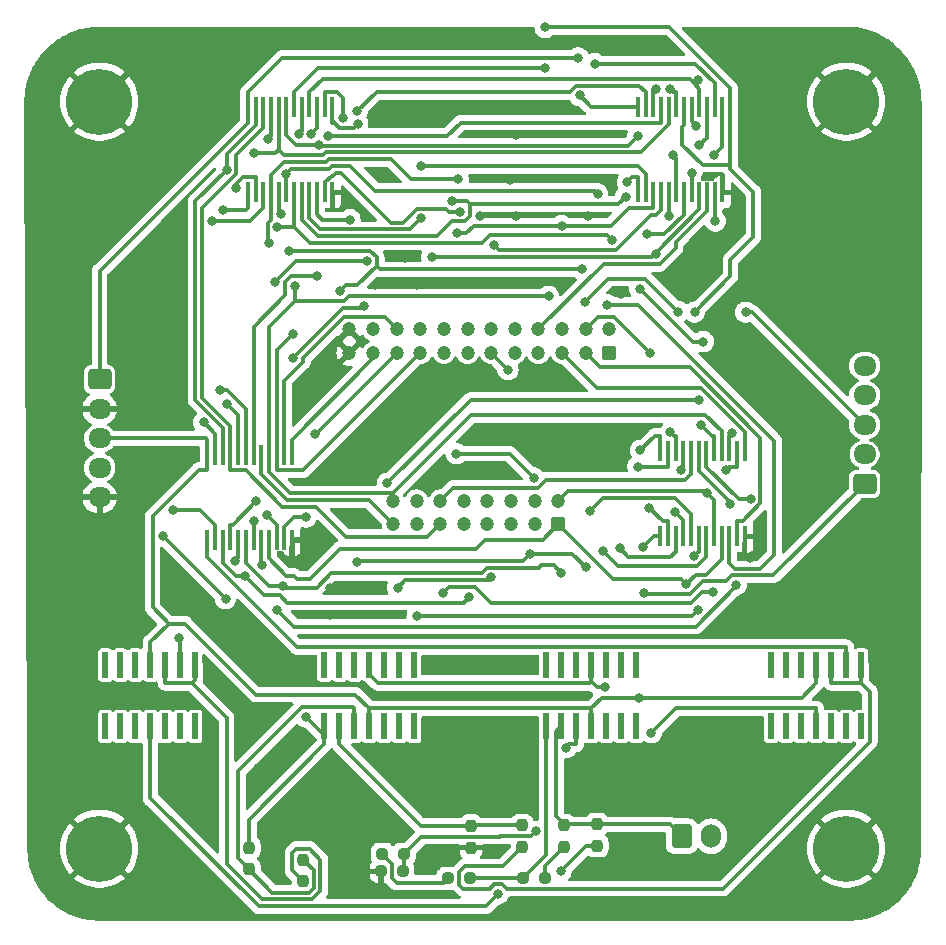
<source format=gbr>
%TF.GenerationSoftware,KiCad,Pcbnew,(7.0.0)*%
%TF.CreationDate,2024-03-05T12:29:28-03:00*%
%TF.ProjectId,pcb_peau_v1,7063625f-7065-4617-955f-76312e6b6963,rev?*%
%TF.SameCoordinates,Original*%
%TF.FileFunction,Copper,L1,Top*%
%TF.FilePolarity,Positive*%
%FSLAX46Y46*%
G04 Gerber Fmt 4.6, Leading zero omitted, Abs format (unit mm)*
G04 Created by KiCad (PCBNEW (7.0.0)) date 2024-03-05 12:29:28*
%MOMM*%
%LPD*%
G01*
G04 APERTURE LIST*
G04 Aperture macros list*
%AMRoundRect*
0 Rectangle with rounded corners*
0 $1 Rounding radius*
0 $2 $3 $4 $5 $6 $7 $8 $9 X,Y pos of 4 corners*
0 Add a 4 corners polygon primitive as box body*
4,1,4,$2,$3,$4,$5,$6,$7,$8,$9,$2,$3,0*
0 Add four circle primitives for the rounded corners*
1,1,$1+$1,$2,$3*
1,1,$1+$1,$4,$5*
1,1,$1+$1,$6,$7*
1,1,$1+$1,$8,$9*
0 Add four rect primitives between the rounded corners*
20,1,$1+$1,$2,$3,$4,$5,0*
20,1,$1+$1,$4,$5,$6,$7,0*
20,1,$1+$1,$6,$7,$8,$9,0*
20,1,$1+$1,$8,$9,$2,$3,0*%
G04 Aperture macros list end*
%TA.AperFunction,SMDPad,CuDef*%
%ADD10R,0.450000X1.750000*%
%TD*%
%TA.AperFunction,SMDPad,CuDef*%
%ADD11RoundRect,0.237500X-0.237500X0.250000X-0.237500X-0.250000X0.237500X-0.250000X0.237500X0.250000X0*%
%TD*%
%TA.AperFunction,SMDPad,CuDef*%
%ADD12R,0.600000X2.200000*%
%TD*%
%TA.AperFunction,ComponentPad*%
%ADD13C,5.600000*%
%TD*%
%TA.AperFunction,ComponentPad*%
%ADD14RoundRect,0.250000X-0.600000X-0.750000X0.600000X-0.750000X0.600000X0.750000X-0.600000X0.750000X0*%
%TD*%
%TA.AperFunction,ComponentPad*%
%ADD15O,1.700000X2.000000*%
%TD*%
%TA.AperFunction,SMDPad,CuDef*%
%ADD16RoundRect,0.237500X0.250000X0.237500X-0.250000X0.237500X-0.250000X-0.237500X0.250000X-0.237500X0*%
%TD*%
%TA.AperFunction,SMDPad,CuDef*%
%ADD17RoundRect,0.237500X-0.250000X-0.237500X0.250000X-0.237500X0.250000X0.237500X-0.250000X0.237500X0*%
%TD*%
%TA.AperFunction,ComponentPad*%
%ADD18RoundRect,0.250000X0.725000X-0.600000X0.725000X0.600000X-0.725000X0.600000X-0.725000X-0.600000X0*%
%TD*%
%TA.AperFunction,ComponentPad*%
%ADD19O,1.950000X1.700000*%
%TD*%
%TA.AperFunction,ComponentPad*%
%ADD20RoundRect,0.250000X0.350000X0.350000X-0.350000X0.350000X-0.350000X-0.350000X0.350000X-0.350000X0*%
%TD*%
%TA.AperFunction,ComponentPad*%
%ADD21C,1.200000*%
%TD*%
%TA.AperFunction,ComponentPad*%
%ADD22RoundRect,0.250000X-0.725000X0.600000X-0.725000X-0.600000X0.725000X-0.600000X0.725000X0.600000X0*%
%TD*%
%TA.AperFunction,SMDPad,CuDef*%
%ADD23RoundRect,0.237500X0.237500X-0.250000X0.237500X0.250000X-0.237500X0.250000X-0.237500X-0.250000X0*%
%TD*%
%TA.AperFunction,ViaPad*%
%ADD24C,0.800000*%
%TD*%
%TA.AperFunction,Conductor*%
%ADD25C,0.300000*%
%TD*%
G04 APERTURE END LIST*
D10*
%TO.P,U5,1,COM*%
%TO.N,1-ENTREE*%
X222751999Y-87343999D03*
%TO.P,U5,2,I7*%
%TO.N,Net-(J4-Pin_8)*%
X223401999Y-87343999D03*
%TO.P,U5,3,I6*%
%TO.N,Net-(J4-Pin_7)*%
X224051999Y-87343999D03*
%TO.P,U5,4,I5*%
%TO.N,Net-(J4-Pin_6)*%
X224701999Y-87343999D03*
%TO.P,U5,5,I4*%
%TO.N,Net-(J4-Pin_5)*%
X225351999Y-87343999D03*
%TO.P,U5,6,I3*%
%TO.N,Net-(J4-Pin_4)*%
X226001999Y-87343999D03*
%TO.P,U5,7,I2*%
%TO.N,Net-(J4-Pin_3)*%
X226651999Y-87343999D03*
%TO.P,U5,8,I1*%
%TO.N,Net-(J4-Pin_2)*%
X227301999Y-87343999D03*
%TO.P,U5,9,I0*%
%TO.N,Net-(J4-Pin_1)*%
X227951999Y-87343999D03*
%TO.P,U5,10,S0*%
%TO.N,A1*%
X228601999Y-87343999D03*
%TO.P,U5,11,S1*%
%TO.N,B1*%
X229251999Y-87343999D03*
%TO.P,U5,12,GND*%
%TO.N,0*%
X229901999Y-87343999D03*
%TO.P,U5,13,S3*%
%TO.N,D1*%
X229901999Y-80143999D03*
%TO.P,U5,14,S2*%
%TO.N,C1*%
X229251999Y-80143999D03*
%TO.P,U5,15,~{E}*%
%TO.N,NE1*%
X228601999Y-80143999D03*
%TO.P,U5,16,I15*%
%TO.N,Net-(J4-Pin_16)*%
X227951999Y-80143999D03*
%TO.P,U5,17,I14*%
%TO.N,Net-(J4-Pin_15)*%
X227301999Y-80143999D03*
%TO.P,U5,18,I13*%
%TO.N,Net-(J4-Pin_14)*%
X226651999Y-80143999D03*
%TO.P,U5,19,I12*%
%TO.N,Net-(J4-Pin_13)*%
X226001999Y-80143999D03*
%TO.P,U5,20,I11*%
%TO.N,Net-(J4-Pin_12)*%
X225351999Y-80143999D03*
%TO.P,U5,21,I10*%
%TO.N,Net-(J4-Pin_11)*%
X224701999Y-80143999D03*
%TO.P,U5,22,I9*%
%TO.N,Net-(J4-Pin_10)*%
X224051999Y-80143999D03*
%TO.P,U5,23,I8*%
%TO.N,Net-(J4-Pin_9)*%
X223401999Y-80143999D03*
%TO.P,U5,24,VCC*%
%TO.N,+5V*%
X222751999Y-80143999D03*
%TD*%
%TO.P,U6,24,VCC*%
%TO.N,+5V*%
X184416999Y-80441999D03*
%TO.P,U6,23,I8*%
%TO.N,Net-(J4-Pin_9)*%
X185066999Y-80441999D03*
%TO.P,U6,22,I9*%
%TO.N,Net-(J4-Pin_10)*%
X185716999Y-80441999D03*
%TO.P,U6,21,I10*%
%TO.N,Net-(J4-Pin_11)*%
X186366999Y-80441999D03*
%TO.P,U6,20,I11*%
%TO.N,Net-(J4-Pin_12)*%
X187016999Y-80441999D03*
%TO.P,U6,19,I12*%
%TO.N,Net-(J4-Pin_13)*%
X187666999Y-80441999D03*
%TO.P,U6,18,I13*%
%TO.N,Net-(J4-Pin_14)*%
X188316999Y-80441999D03*
%TO.P,U6,17,I14*%
%TO.N,Net-(J4-Pin_15)*%
X188966999Y-80441999D03*
%TO.P,U6,16,I15*%
%TO.N,Net-(J4-Pin_16)*%
X189616999Y-80441999D03*
%TO.P,U6,15,~{E}*%
%TO.N,NE2*%
X190266999Y-80441999D03*
%TO.P,U6,14,S2*%
%TO.N,C2*%
X190916999Y-80441999D03*
%TO.P,U6,13,S3*%
%TO.N,D2*%
X191566999Y-80441999D03*
%TO.P,U6,12,GND*%
%TO.N,0*%
X191566999Y-87641999D03*
%TO.P,U6,11,S1*%
%TO.N,B2*%
X190916999Y-87641999D03*
%TO.P,U6,10,S0*%
%TO.N,A2*%
X190266999Y-87641999D03*
%TO.P,U6,9,I0*%
%TO.N,Net-(J4-Pin_1)*%
X189616999Y-87641999D03*
%TO.P,U6,8,I1*%
%TO.N,Net-(J4-Pin_2)*%
X188966999Y-87641999D03*
%TO.P,U6,7,I2*%
%TO.N,Net-(J4-Pin_3)*%
X188316999Y-87641999D03*
%TO.P,U6,6,I3*%
%TO.N,Net-(J4-Pin_4)*%
X187666999Y-87641999D03*
%TO.P,U6,5,I4*%
%TO.N,Net-(J4-Pin_5)*%
X187016999Y-87641999D03*
%TO.P,U6,4,I5*%
%TO.N,Net-(J4-Pin_6)*%
X186366999Y-87641999D03*
%TO.P,U6,3,I6*%
%TO.N,Net-(J4-Pin_7)*%
X185716999Y-87641999D03*
%TO.P,U6,2,I7*%
%TO.N,Net-(J4-Pin_8)*%
X185066999Y-87641999D03*
%TO.P,U6,1,COM*%
%TO.N,AOP2*%
X184416999Y-87641999D03*
%TD*%
D11*
%TO.P,R10,1*%
%TO.N,TRIOAOP1*%
X187940000Y-113699000D03*
%TO.P,R10,2*%
%TO.N,Net-(U8A-+)*%
X187940000Y-115524000D03*
%TD*%
D10*
%TO.P,U3,1,COM*%
%TO.N,2-ENTREE*%
X220866999Y-58209999D03*
%TO.P,U3,2,I7*%
%TO.N,Net-(J4-Pin_9)*%
X221516999Y-58209999D03*
%TO.P,U3,3,I6*%
%TO.N,Net-(J4-Pin_8)*%
X222166999Y-58209999D03*
%TO.P,U3,4,I5*%
%TO.N,Net-(J4-Pin_7)*%
X222816999Y-58209999D03*
%TO.P,U3,5,I4*%
%TO.N,Net-(J4-Pin_6)*%
X223466999Y-58209999D03*
%TO.P,U3,6,I3*%
%TO.N,Net-(J4-Pin_5)*%
X224116999Y-58209999D03*
%TO.P,U3,7,I2*%
%TO.N,Net-(J4-Pin_4)*%
X224766999Y-58209999D03*
%TO.P,U3,8,I1*%
%TO.N,Net-(J4-Pin_3)*%
X225416999Y-58209999D03*
%TO.P,U3,9,I0*%
%TO.N,Net-(J4-Pin_2)*%
X226066999Y-58209999D03*
%TO.P,U3,10,S0*%
%TO.N,A3*%
X226716999Y-58209999D03*
%TO.P,U3,11,S1*%
%TO.N,B3*%
X227366999Y-58209999D03*
%TO.P,U3,12,GND*%
%TO.N,0*%
X228016999Y-58209999D03*
%TO.P,U3,13,S3*%
%TO.N,D3*%
X228016999Y-51009999D03*
%TO.P,U3,14,S2*%
%TO.N,C3*%
X227366999Y-51009999D03*
%TO.P,U3,15,~{E}*%
%TO.N,NE1*%
X226716999Y-51009999D03*
%TO.P,U3,16,I15*%
%TO.N,Net-(J4-Pin_1)*%
X226066999Y-51009999D03*
%TO.P,U3,17,I14*%
%TO.N,Net-(J4-Pin_16)*%
X225416999Y-51009999D03*
%TO.P,U3,18,I13*%
%TO.N,Net-(J4-Pin_15)*%
X224766999Y-51009999D03*
%TO.P,U3,19,I12*%
%TO.N,Net-(J4-Pin_14)*%
X224116999Y-51009999D03*
%TO.P,U3,20,I11*%
%TO.N,Net-(J4-Pin_13)*%
X223466999Y-51009999D03*
%TO.P,U3,21,I10*%
%TO.N,Net-(J4-Pin_12)*%
X222816999Y-51009999D03*
%TO.P,U3,22,I9*%
%TO.N,Net-(J4-Pin_11)*%
X222166999Y-51009999D03*
%TO.P,U3,23,I8*%
%TO.N,Net-(J4-Pin_10)*%
X221516999Y-51009999D03*
%TO.P,U3,24,VCC*%
%TO.N,+5V*%
X220866999Y-51009999D03*
%TD*%
D12*
%TO.P,U7,1*%
%TO.N,Net-(U7A-+)*%
X183387999Y-98237999D03*
%TO.P,U7,2,-*%
%TO.N,AOP1*%
X182117999Y-98237999D03*
%TO.P,U7,3,+*%
%TO.N,Net-(U7A-+)*%
X180847999Y-98237999D03*
%TO.P,U7,4,V+*%
%TO.N,+5V*%
X179577999Y-98237999D03*
%TO.P,U7,5*%
%TO.N,N/C*%
X178307999Y-98237999D03*
%TO.P,U7,6*%
X177037999Y-98237999D03*
%TO.P,U7,7*%
X175767999Y-98237999D03*
%TO.P,U7,8*%
X175767999Y-103437999D03*
%TO.P,U7,9*%
X177037999Y-103437999D03*
%TO.P,U7,10*%
X178307999Y-103437999D03*
%TO.P,U7,11,V-*%
%TO.N,-5V*%
X179577999Y-103437999D03*
%TO.P,U7,12*%
%TO.N,N/C*%
X180847999Y-103437999D03*
%TO.P,U7,13*%
X182117999Y-103437999D03*
%TO.P,U7,14*%
X183387999Y-103437999D03*
%TD*%
%TO.P,U8,1*%
%TO.N,TRIOAOP1*%
X194309999Y-103437999D03*
%TO.P,U8,2,-*%
%TO.N,Net-(U8A--)*%
X195579999Y-103437999D03*
%TO.P,U8,3,+*%
%TO.N,Net-(U8A-+)*%
X196849999Y-103437999D03*
%TO.P,U8,4,V+*%
%TO.N,+5V*%
X198119999Y-103437999D03*
%TO.P,U8,5*%
%TO.N,N/C*%
X199389999Y-103437999D03*
%TO.P,U8,6*%
X200659999Y-103437999D03*
%TO.P,U8,7*%
X201929999Y-103437999D03*
%TO.P,U8,8*%
X201929999Y-98237999D03*
%TO.P,U8,9*%
X200659999Y-98237999D03*
%TO.P,U8,10*%
X199389999Y-98237999D03*
%TO.P,U8,11,V-*%
%TO.N,-5V*%
X198119999Y-98237999D03*
%TO.P,U8,12*%
%TO.N,N/C*%
X196849999Y-98237999D03*
%TO.P,U8,13*%
X195579999Y-98237999D03*
%TO.P,U8,14*%
X194309999Y-98237999D03*
%TD*%
D13*
%TO.P,H1,1,1*%
%TO.N,0*%
X175260000Y-50546000D03*
%TD*%
D14*
%TO.P,J3,1,Pin_1*%
%TO.N,AOP0IN+*%
X224556000Y-112730000D03*
D15*
%TO.P,J3,2,Pin_2*%
%TO.N,GND*%
X227055999Y-112729999D03*
%TD*%
D13*
%TO.P,H3,1,1*%
%TO.N,0*%
X238506000Y-113792000D03*
%TD*%
D16*
%TO.P,R22,1*%
%TO.N,Net-(R22-Pad1)*%
X206632500Y-116286000D03*
%TO.P,R22,2*%
%TO.N,Net-(R20-Pad1)*%
X204807500Y-116286000D03*
%TD*%
D12*
%TO.P,U2,1*%
%TO.N,Net-(R22-Pad1)*%
X213105999Y-103437999D03*
%TO.P,U2,2,-*%
%TO.N,AOP0IN+*%
X214375999Y-103437999D03*
%TO.P,U2,3,+*%
%TO.N,Net-(U2A-+)*%
X215645999Y-103437999D03*
%TO.P,U2,4,V+*%
%TO.N,+5V*%
X216915999Y-103437999D03*
%TO.P,U2,5*%
%TO.N,N/C*%
X218185999Y-103437999D03*
%TO.P,U2,6*%
X219455999Y-103437999D03*
%TO.P,U2,7*%
X220725999Y-103437999D03*
%TO.P,U2,8*%
X220725999Y-98237999D03*
%TO.P,U2,9*%
X219455999Y-98237999D03*
%TO.P,U2,10*%
X218185999Y-98237999D03*
%TO.P,U2,11,V-*%
%TO.N,-5V*%
X216915999Y-98237999D03*
%TO.P,U2,12*%
%TO.N,N/C*%
X215645999Y-98237999D03*
%TO.P,U2,13*%
X214375999Y-98237999D03*
%TO.P,U2,14*%
X213105999Y-98237999D03*
%TD*%
D13*
%TO.P,H4,1,1*%
%TO.N,0*%
X175260000Y-113792000D03*
%TD*%
D17*
%TO.P,R4,1*%
%TO.N,Net-(R22-Pad1)*%
X211157500Y-116286000D03*
%TO.P,R4,2*%
%TO.N,Net-(R23-Pad1)*%
X212982500Y-116286000D03*
%TD*%
D12*
%TO.P,U9,1*%
%TO.N,Net-(U9A-+)*%
X239775999Y-98237999D03*
%TO.P,U9,2,-*%
%TO.N,AOP2*%
X238505999Y-98237999D03*
%TO.P,U9,3,+*%
%TO.N,Net-(U9A-+)*%
X237235999Y-98237999D03*
%TO.P,U9,4,V+*%
%TO.N,+5V*%
X235965999Y-98237999D03*
%TO.P,U9,5*%
%TO.N,N/C*%
X234695999Y-98237999D03*
%TO.P,U9,6*%
X233425999Y-98237999D03*
%TO.P,U9,7*%
X232155999Y-98237999D03*
%TO.P,U9,8*%
X232155999Y-103437999D03*
%TO.P,U9,9*%
X233425999Y-103437999D03*
%TO.P,U9,10*%
X234695999Y-103437999D03*
%TO.P,U9,11,V-*%
%TO.N,-5V*%
X235965999Y-103437999D03*
%TO.P,U9,12*%
%TO.N,N/C*%
X237235999Y-103437999D03*
%TO.P,U9,13*%
X238505999Y-103437999D03*
%TO.P,U9,14*%
X239775999Y-103437999D03*
%TD*%
D13*
%TO.P,H2,1,1*%
%TO.N,0*%
X238506000Y-50546000D03*
%TD*%
D11*
%TO.P,R9,1*%
%TO.N,Net-(U8A--)*%
X211054000Y-111817500D03*
%TO.P,R9,2*%
%TO.N,Net-(U9A-+)*%
X211054000Y-113642500D03*
%TD*%
%TO.P,R8,1*%
%TO.N,Net-(U8A-+)*%
X192512000Y-114715000D03*
%TO.P,R8,2*%
%TO.N,Net-(U7A-+)*%
X192512000Y-116540000D03*
%TD*%
%TO.P,R21,1*%
%TO.N,AOP0IN+*%
X217404000Y-111714000D03*
%TO.P,R21,2*%
%TO.N,+12V*%
X217404000Y-113539000D03*
%TD*%
D18*
%TO.P,J2,1,Pin_1*%
%TO.N,1-ENTREE*%
X240062000Y-82906000D03*
D19*
%TO.P,J2,2,Pin_2*%
%TO.N,AOP0IN+*%
X240061999Y-80405999D03*
%TO.P,J2,3,Pin_3*%
%TO.N,2-ENTREE*%
X240061999Y-77905999D03*
%TO.P,J2,4,Pin_4*%
%TO.N,unconnected-(J2-Pin_4-Pad4)*%
X240061999Y-75405999D03*
%TO.P,J2,5,Pin_5*%
%TO.N,unconnected-(J2-Pin_5-Pad5)*%
X240061999Y-72905999D03*
%TD*%
D20*
%TO.P,J4,1,Pin_1*%
%TO.N,Net-(J4-Pin_1)*%
X214122000Y-86328000D03*
D21*
%TO.P,J4,2,Pin_2*%
%TO.N,Net-(J4-Pin_2)*%
X214122000Y-84328000D03*
%TO.P,J4,3,Pin_3*%
%TO.N,Net-(J4-Pin_3)*%
X212122000Y-86328000D03*
%TO.P,J4,4,Pin_4*%
%TO.N,Net-(J4-Pin_4)*%
X212122000Y-84328000D03*
%TO.P,J4,5,Pin_5*%
%TO.N,Net-(J4-Pin_5)*%
X210122000Y-86328000D03*
%TO.P,J4,6,Pin_6*%
%TO.N,Net-(J4-Pin_6)*%
X210122000Y-84328000D03*
%TO.P,J4,7,Pin_7*%
%TO.N,Net-(J4-Pin_7)*%
X208122000Y-86328000D03*
%TO.P,J4,8,Pin_8*%
%TO.N,Net-(J4-Pin_8)*%
X208122000Y-84328000D03*
%TO.P,J4,9,Pin_9*%
%TO.N,Net-(J4-Pin_9)*%
X206122000Y-86328000D03*
%TO.P,J4,10,Pin_10*%
%TO.N,Net-(J4-Pin_10)*%
X206122000Y-84328000D03*
%TO.P,J4,11,Pin_11*%
%TO.N,Net-(J4-Pin_11)*%
X204122000Y-86328000D03*
%TO.P,J4,12,Pin_12*%
%TO.N,Net-(J4-Pin_12)*%
X204122000Y-84328000D03*
%TO.P,J4,13,Pin_13*%
%TO.N,Net-(J4-Pin_13)*%
X202122000Y-86328000D03*
%TO.P,J4,14,Pin_14*%
%TO.N,Net-(J4-Pin_14)*%
X202122000Y-84328000D03*
%TO.P,J4,15,Pin_15*%
%TO.N,Net-(J4-Pin_15)*%
X200122000Y-86328000D03*
%TO.P,J4,16,Pin_16*%
%TO.N,Net-(J4-Pin_16)*%
X200122000Y-84328000D03*
%TD*%
D22*
%TO.P,J1,1,Pin_1*%
%TO.N,+5V*%
X175292000Y-74042000D03*
D19*
%TO.P,J1,2,Pin_2*%
%TO.N,0*%
X175291999Y-76541999D03*
%TO.P,J1,3,Pin_3*%
%TO.N,+5V*%
X175291999Y-79041999D03*
%TO.P,J1,4,Pin_4*%
%TO.N,+12V*%
X175291999Y-81541999D03*
%TO.P,J1,5,Pin_5*%
%TO.N,0*%
X175291999Y-84041999D03*
%TD*%
D23*
%TO.P,R23,1*%
%TO.N,Net-(R23-Pad1)*%
X214610000Y-113642500D03*
%TO.P,R23,2*%
%TO.N,AOP0IN+*%
X214610000Y-111817500D03*
%TD*%
D10*
%TO.P,U4,1,COM*%
%TO.N,AOP1*%
X187846999Y-58209999D03*
%TO.P,U4,2,I7*%
%TO.N,Net-(J4-Pin_9)*%
X188496999Y-58209999D03*
%TO.P,U4,3,I6*%
%TO.N,Net-(J4-Pin_8)*%
X189146999Y-58209999D03*
%TO.P,U4,4,I5*%
%TO.N,Net-(J4-Pin_7)*%
X189796999Y-58209999D03*
%TO.P,U4,5,I4*%
%TO.N,Net-(J4-Pin_6)*%
X190446999Y-58209999D03*
%TO.P,U4,6,I3*%
%TO.N,Net-(J4-Pin_5)*%
X191096999Y-58209999D03*
%TO.P,U4,7,I2*%
%TO.N,Net-(J4-Pin_4)*%
X191746999Y-58209999D03*
%TO.P,U4,8,I1*%
%TO.N,Net-(J4-Pin_3)*%
X192396999Y-58209999D03*
%TO.P,U4,9,I0*%
%TO.N,Net-(J4-Pin_2)*%
X193046999Y-58209999D03*
%TO.P,U4,10,S0*%
%TO.N,A4*%
X193696999Y-58209999D03*
%TO.P,U4,11,S1*%
%TO.N,B4*%
X194346999Y-58209999D03*
%TO.P,U4,12,GND*%
%TO.N,0*%
X194996999Y-58209999D03*
%TO.P,U4,13,S3*%
%TO.N,D4*%
X194996999Y-51009999D03*
%TO.P,U4,14,S2*%
%TO.N,C4*%
X194346999Y-51009999D03*
%TO.P,U4,15,~{E}*%
%TO.N,NE2*%
X193696999Y-51009999D03*
%TO.P,U4,16,I15*%
%TO.N,Net-(J4-Pin_1)*%
X193046999Y-51009999D03*
%TO.P,U4,17,I14*%
%TO.N,Net-(J4-Pin_16)*%
X192396999Y-51009999D03*
%TO.P,U4,18,I13*%
%TO.N,Net-(J4-Pin_15)*%
X191746999Y-51009999D03*
%TO.P,U4,19,I12*%
%TO.N,Net-(J4-Pin_14)*%
X191096999Y-51009999D03*
%TO.P,U4,20,I11*%
%TO.N,Net-(J4-Pin_13)*%
X190446999Y-51009999D03*
%TO.P,U4,21,I10*%
%TO.N,Net-(J4-Pin_12)*%
X189796999Y-51009999D03*
%TO.P,U4,22,I9*%
%TO.N,Net-(J4-Pin_11)*%
X189146999Y-51009999D03*
%TO.P,U4,23,I8*%
%TO.N,Net-(J4-Pin_10)*%
X188496999Y-51009999D03*
%TO.P,U4,24,VCC*%
%TO.N,+5V*%
X187846999Y-51009999D03*
%TD*%
D23*
%TO.P,R11,1*%
%TO.N,0*%
X206736000Y-113689500D03*
%TO.P,R11,2*%
%TO.N,Net-(U8A--)*%
X206736000Y-111864500D03*
%TD*%
D20*
%TO.P,J5,1,Pin_1*%
%TO.N,unconnected-(J5-Pin_1-Pad1)*%
X218440000Y-71818000D03*
D21*
%TO.P,J5,2,Pin_2*%
%TO.N,A1*%
X218440000Y-69818000D03*
%TO.P,J5,3,Pin_3*%
%TO.N,B1*%
X216440000Y-71818000D03*
%TO.P,J5,4,Pin_4*%
%TO.N,C1*%
X216440000Y-69818000D03*
%TO.P,J5,5,Pin_5*%
%TO.N,D1*%
X214440000Y-71818000D03*
%TO.P,J5,6,Pin_6*%
%TO.N,NE1*%
X214440000Y-69818000D03*
%TO.P,J5,7,Pin_7*%
%TO.N,unconnected-(J5-Pin_7-Pad7)*%
X212440000Y-71818000D03*
%TO.P,J5,8,Pin_8*%
%TO.N,A3*%
X212440000Y-69818000D03*
%TO.P,J5,9,Pin_9*%
%TO.N,B3*%
X210440000Y-71818000D03*
%TO.P,J5,10,Pin_10*%
%TO.N,C3*%
X210440000Y-69818000D03*
%TO.P,J5,11,Pin_11*%
%TO.N,D3*%
X208440000Y-71818000D03*
%TO.P,J5,12,Pin_12*%
%TO.N,unconnected-(J5-Pin_12-Pad12)*%
X208440000Y-69818000D03*
%TO.P,J5,13,Pin_13*%
%TO.N,A4*%
X206440000Y-71818000D03*
%TO.P,J5,14,Pin_14*%
%TO.N,B4*%
X206440000Y-69818000D03*
%TO.P,J5,15,Pin_15*%
%TO.N,C4*%
X204440000Y-71818000D03*
%TO.P,J5,16,Pin_16*%
%TO.N,D4*%
X204440000Y-69818000D03*
%TO.P,J5,17,Pin_17*%
%TO.N,NE2*%
X202440000Y-71818000D03*
%TO.P,J5,18,Pin_18*%
%TO.N,A2*%
X202440000Y-69818000D03*
%TO.P,J5,19,Pin_19*%
%TO.N,B2*%
X200440000Y-71818000D03*
%TO.P,J5,20,Pin_20*%
%TO.N,C2*%
X200440000Y-69818000D03*
%TO.P,J5,21,Pin_21*%
%TO.N,D2*%
X198440000Y-71818000D03*
%TO.P,J5,22,Pin_22*%
%TO.N,TRIOAOP1*%
X198440000Y-69818000D03*
%TO.P,J5,23,Pin_23*%
%TO.N,0*%
X196440000Y-71818000D03*
%TO.P,J5,24,Pin_24*%
X196440000Y-69818000D03*
%TD*%
D17*
%TO.P,R20,1*%
%TO.N,Net-(R20-Pad1)*%
X199219500Y-114254000D03*
%TO.P,R20,2*%
%TO.N,Net-(U2A-+)*%
X201044500Y-114254000D03*
%TD*%
D16*
%TO.P,R25,1*%
%TO.N,Net-(U2A-+)*%
X200957000Y-115716500D03*
%TO.P,R25,2*%
%TO.N,0*%
X199132000Y-115716500D03*
%TD*%
D24*
%TO.N,A4*%
X196485200Y-60527000D03*
%TO.N,Net-(J4-Pin_3)*%
X216428109Y-89944441D03*
X217901125Y-88615125D03*
%TO.N,0*%
X236982000Y-101092000D03*
X230378000Y-89154000D03*
X206248000Y-82042000D03*
X198628000Y-66040000D03*
X181864000Y-61722000D03*
X231648000Y-93472000D03*
X181102000Y-91186000D03*
X194818000Y-93980000D03*
X194818000Y-91694000D03*
X196596000Y-85598000D03*
X215646000Y-80264000D03*
X208026000Y-78740000D03*
X203708000Y-75438000D03*
X196088000Y-81534000D03*
X192786000Y-76200000D03*
X219456000Y-66802000D03*
X224790000Y-64008000D03*
X226060000Y-66548000D03*
X229870000Y-72390000D03*
X227584000Y-69342000D03*
X205486000Y-65786000D03*
X211582000Y-65786000D03*
X199644000Y-56896000D03*
X201168000Y-63754000D03*
X202184000Y-66040000D03*
X208280000Y-65786000D03*
X210566000Y-53340000D03*
X207518000Y-60198000D03*
X216662000Y-60198000D03*
X210566000Y-60198000D03*
X210058000Y-57150000D03*
X204470000Y-51308000D03*
X187706000Y-104648000D03*
X188722000Y-106934000D03*
X189992000Y-97536000D03*
X186944000Y-95758000D03*
X210058000Y-100838000D03*
X208534000Y-98298000D03*
X206756000Y-105156000D03*
X218186000Y-107950000D03*
X226314000Y-105410000D03*
%TO.N,AOP1*%
X182045600Y-95990000D03*
X185761000Y-59712600D03*
%TO.N,-5V*%
X222004500Y-103972200D03*
X218105800Y-100089400D03*
X209026800Y-117628400D03*
%TO.N,Net-(U2A-+)*%
X214767000Y-105251500D03*
X212243000Y-112311400D03*
%TO.N,TRIOAOP1*%
X192747900Y-102629800D03*
X191645900Y-72212900D03*
X197670600Y-67841100D03*
%TO.N,B2*%
X193512000Y-78637100D03*
X192775300Y-85707200D03*
%TO.N,A2*%
X197899100Y-64062900D03*
X190151400Y-65844100D03*
X189455600Y-85533700D03*
%TO.N,NE2*%
X191645800Y-70187500D03*
X193215501Y-53254000D03*
%TO.N,D4*%
X197142100Y-52424800D03*
%TO.N,C4*%
X195920100Y-51924700D03*
%TO.N,B4*%
X205808300Y-59840700D03*
%TO.N,D3*%
X209854600Y-73232600D03*
X227310800Y-55050725D03*
%TO.N,C3*%
X217219700Y-47316500D03*
%TO.N,B3*%
X227418800Y-60655300D03*
%TO.N,NE1*%
X226073725Y-54231225D03*
X228821500Y-78591800D03*
%TO.N,C1*%
X221917100Y-71822900D03*
X228309600Y-81720600D03*
%TO.N,A1*%
X218285000Y-67745700D03*
%TO.N,Net-(J4-Pin_16)*%
X191840600Y-66125800D03*
X192135400Y-53278700D03*
X213305000Y-67010900D03*
X225806000Y-52578000D03*
%TO.N,Net-(J4-Pin_15)*%
X225658500Y-68362800D03*
X226234000Y-77943900D03*
X226063600Y-75799300D03*
X199639900Y-82852000D03*
X213014300Y-44248200D03*
X213014300Y-47711700D03*
%TO.N,Net-(J4-Pin_14)*%
X193852600Y-54216154D03*
X220837000Y-53409800D03*
X223586800Y-49456000D03*
X193687000Y-65271800D03*
X230420000Y-84184800D03*
%TO.N,Net-(J4-Pin_13)*%
X188337600Y-54896300D03*
X185506000Y-74913500D03*
X202175600Y-94095600D03*
X225964700Y-93579400D03*
X228689700Y-84644500D03*
%TO.N,Net-(J4-Pin_12)*%
X186077900Y-76118700D03*
X189552200Y-53714300D03*
X194590200Y-53441700D03*
%TO.N,Net-(J4-Pin_11)*%
X224510800Y-81721100D03*
X227196700Y-92066500D03*
X204388700Y-92114500D03*
X222362500Y-49442000D03*
%TO.N,Net-(J4-Pin_10)*%
X223622100Y-78536900D03*
X186034800Y-56337300D03*
X197115300Y-51352800D03*
%TO.N,Net-(J4-Pin_9)*%
X186853700Y-57843200D03*
X184112100Y-77703400D03*
X220866900Y-81440900D03*
X202489700Y-55995200D03*
%TO.N,Net-(J4-Pin_8)*%
X221841500Y-84924700D03*
X224269500Y-68311700D03*
X216398400Y-67500400D03*
X214425700Y-61028000D03*
X205516700Y-61664600D03*
X184797300Y-60618700D03*
X181474600Y-85090800D03*
%TO.N,Net-(J4-Pin_7)*%
X219312900Y-88362300D03*
X205650100Y-57093900D03*
X208661500Y-62677600D03*
X206544400Y-92500100D03*
X187560000Y-90713200D03*
X189659600Y-62477600D03*
%TO.N,Net-(J4-Pin_6)*%
X191347300Y-63169000D03*
X195663300Y-66576400D03*
X205483800Y-80344700D03*
X212055200Y-82404700D03*
X224019500Y-85304100D03*
X188530600Y-84353800D03*
X216110100Y-64729300D03*
X223516200Y-60190100D03*
X190642500Y-60079500D03*
%TO.N,Net-(J4-Pin_5)*%
X191099100Y-56643300D03*
X186738100Y-89458000D03*
X217446900Y-58361000D03*
X223872100Y-55027600D03*
X208450600Y-90806600D03*
X200515000Y-91684100D03*
X216801500Y-85230400D03*
%TO.N,Net-(J4-Pin_4)*%
X225622700Y-88970400D03*
X214376000Y-90425700D03*
X218662800Y-62283500D03*
X221658700Y-61766200D03*
X190826400Y-91558448D03*
X190335400Y-61156900D03*
%TO.N,Net-(J4-Pin_3)*%
X225417000Y-56591900D03*
X188317000Y-86051700D03*
X197062700Y-89557500D03*
X211751300Y-88806400D03*
X219818800Y-58575200D03*
X205128800Y-58933900D03*
X180623000Y-87304200D03*
X185952900Y-92634100D03*
%TO.N,Net-(J4-Pin_2)*%
X203414000Y-63677300D03*
X202474300Y-60430100D03*
X226728500Y-83673800D03*
X226389500Y-70854700D03*
X221028300Y-66365800D03*
X222356500Y-63412200D03*
X229174500Y-91470100D03*
X190306500Y-93544900D03*
X189035600Y-89777100D03*
%TO.N,Net-(J4-Pin_1)*%
X224944900Y-91402300D03*
X225970800Y-48733600D03*
%TO.N,2-ENTREE*%
X229986300Y-68367000D03*
X219965800Y-57329200D03*
%TO.N,1-ENTREE*%
X221252800Y-88284400D03*
X221409600Y-92158600D03*
%TO.N,+12V*%
X214347300Y-115691000D03*
%TO.N,+5V*%
X221074800Y-80062800D03*
X220943200Y-100990800D03*
X215804900Y-46824500D03*
X215929900Y-50014200D03*
%TD*%
D25*
%TO.N,B2*%
X190917000Y-86531002D02*
X190917000Y-87642000D01*
X191740802Y-85707200D02*
X190917000Y-86531002D01*
X192775300Y-85707200D02*
X191740802Y-85707200D01*
%TO.N,Net-(J4-Pin_1)*%
X189617000Y-89198844D02*
X189617000Y-87642000D01*
X191096156Y-90678000D02*
X189617000Y-89198844D01*
X191726956Y-90678000D02*
X191096156Y-90678000D01*
X193105000Y-90932000D02*
X191980956Y-90932000D01*
X207902200Y-87662100D02*
X207142400Y-88421900D01*
X212787900Y-87662100D02*
X207902200Y-87662100D01*
X191980956Y-90932000D02*
X191726956Y-90678000D01*
X214122000Y-86328000D02*
X212787900Y-87662100D01*
X207142400Y-88421900D02*
X195615100Y-88421900D01*
X195615100Y-88421900D02*
X193105000Y-90932000D01*
%TO.N,Net-(J4-Pin_4)*%
X213743300Y-89793000D02*
X214376000Y-90425700D01*
X212482300Y-89984700D02*
X212674000Y-89793000D01*
X208110300Y-89984700D02*
X212482300Y-89984700D01*
X194884144Y-90468200D02*
X207626800Y-90468200D01*
X207626800Y-90468200D02*
X208110300Y-89984700D01*
X190961952Y-91694000D02*
X193658344Y-91694000D01*
X193658344Y-91694000D02*
X194884144Y-90468200D01*
X212674000Y-89793000D02*
X213743300Y-89793000D01*
X190826400Y-91558448D02*
X190961952Y-91694000D01*
X187667000Y-89570700D02*
X187667000Y-87642000D01*
X190826400Y-91558448D02*
X189654748Y-91558448D01*
X189654748Y-91558448D02*
X187667000Y-89570700D01*
%TO.N,Net-(J4-Pin_15)*%
X223523600Y-44248200D02*
X213014300Y-44248200D01*
X228675800Y-49400400D02*
X223523600Y-44248200D01*
X228675800Y-55870725D02*
X228675800Y-49400400D01*
X226336525Y-55870725D02*
X228675800Y-55870725D01*
X224636700Y-54170900D02*
X226336525Y-55870725D01*
X224767000Y-52548600D02*
X224636700Y-52678900D01*
X224767000Y-51010000D02*
X224767000Y-52548600D01*
X224636700Y-52678900D02*
X224636700Y-54170900D01*
X228698100Y-63909900D02*
X228698100Y-65323200D01*
X230632000Y-61976000D02*
X228698100Y-63909900D01*
X230632000Y-58166000D02*
X230632000Y-61976000D01*
X228675800Y-56209800D02*
X230632000Y-58166000D01*
X228675800Y-55626000D02*
X228675800Y-56209800D01*
X228698100Y-65323200D02*
X225658500Y-68362800D01*
%TO.N,D3*%
X228017000Y-54344525D02*
X228017000Y-51010000D01*
X227310800Y-55050725D02*
X228017000Y-54344525D01*
%TO.N,NE1*%
X226717000Y-53587950D02*
X226717000Y-51010000D01*
X226073725Y-54231225D02*
X226717000Y-53587950D01*
%TO.N,Net-(J4-Pin_16)*%
X225417000Y-52189000D02*
X225417000Y-51010000D01*
X225806000Y-52578000D02*
X225417000Y-52189000D01*
%TO.N,B4*%
X194347000Y-57367000D02*
X194347000Y-58210000D01*
X194920300Y-56793700D02*
X194347000Y-57367000D01*
X195076000Y-56793700D02*
X194920300Y-56793700D01*
X195735700Y-56543700D02*
X195326000Y-56543700D01*
X199968500Y-60776500D02*
X195735700Y-56543700D01*
X200968244Y-60776500D02*
X199968500Y-60776500D01*
X202134644Y-59610100D02*
X200968244Y-60776500D01*
X204642800Y-59610100D02*
X202134644Y-59610100D01*
X204873400Y-59840700D02*
X204642800Y-59610100D01*
X195326000Y-56543700D02*
X195076000Y-56793700D01*
X205808300Y-59840700D02*
X204873400Y-59840700D01*
%TO.N,A4*%
X194131000Y-60527000D02*
X196485200Y-60527000D01*
X193697000Y-60093000D02*
X194131000Y-60527000D01*
X193697000Y-58210000D02*
X193697000Y-60093000D01*
%TO.N,Net-(J4-Pin_5)*%
X194707760Y-56223700D02*
X191518700Y-56223700D01*
X194957760Y-55973700D02*
X194707760Y-56223700D01*
X198642700Y-58112000D02*
X196504400Y-55973700D01*
X196504400Y-55973700D02*
X194957760Y-55973700D01*
X217197900Y-58112000D02*
X198642700Y-58112000D01*
X191518700Y-56223700D02*
X191099100Y-56643300D01*
X217446900Y-58361000D02*
X217197900Y-58112000D01*
%TO.N,Net-(J4-Pin_7)*%
X199967700Y-55403700D02*
X201657900Y-57093900D01*
X194471658Y-55653700D02*
X194721658Y-55403700D01*
X201657900Y-57093900D02*
X205650100Y-57093900D01*
X190862500Y-55653700D02*
X194471658Y-55653700D01*
X189797000Y-56719200D02*
X190862500Y-55653700D01*
X194721658Y-55403700D02*
X199967700Y-55403700D01*
X189797000Y-58210000D02*
X189797000Y-56719200D01*
%TO.N,Net-(J4-Pin_14)*%
X219983100Y-54263700D02*
X220837000Y-53409800D01*
X193900146Y-54263700D02*
X219983100Y-54263700D01*
X193852600Y-54216154D02*
X193900146Y-54263700D01*
X191097000Y-53402500D02*
X191097000Y-51010000D01*
X191910654Y-54216154D02*
X191097000Y-53402500D01*
X193852600Y-54216154D02*
X191910654Y-54216154D01*
%TO.N,NE2*%
X193697000Y-52772501D02*
X193697000Y-51010000D01*
X193215501Y-53254000D02*
X193697000Y-52772501D01*
%TO.N,Net-(J4-Pin_13)*%
X190928900Y-55083700D02*
X190447000Y-54601800D01*
X194235556Y-55083700D02*
X190928900Y-55083700D01*
X221102800Y-54833700D02*
X194485556Y-54833700D01*
X194485556Y-54833700D02*
X194235556Y-55083700D01*
X223467000Y-51010000D02*
X223467000Y-52469500D01*
X223467000Y-52469500D02*
X221102800Y-54833700D01*
%TO.N,Net-(J4-Pin_3)*%
X215290068Y-88806400D02*
X211751300Y-88806400D01*
X216428109Y-89944441D02*
X215290068Y-88806400D01*
X225874807Y-89877949D02*
X219163949Y-89877949D01*
X219163949Y-89877949D02*
X217901125Y-88615125D01*
X226652000Y-89100756D02*
X225874807Y-89877949D01*
X226652000Y-87344000D02*
X226652000Y-89100756D01*
%TO.N,Net-(J4-Pin_1)*%
X227952000Y-89294000D02*
X227952000Y-87344000D01*
X225754800Y-90592400D02*
X226653600Y-90592400D01*
X226653600Y-90592400D02*
X227952000Y-89294000D01*
X224944900Y-91402300D02*
X225754800Y-90592400D01*
X218726000Y-90932000D02*
X214122000Y-86328000D01*
X224474600Y-90932000D02*
X218726000Y-90932000D01*
X224944900Y-91402300D02*
X224474600Y-90932000D01*
%TO.N,Net-(J4-Pin_2)*%
X193978602Y-61346500D02*
X193047000Y-60414898D01*
X201557900Y-61346500D02*
X193978602Y-61346500D01*
X202474300Y-60430100D02*
X201557900Y-61346500D01*
X193047000Y-60414898D02*
X193047000Y-58210000D01*
%TO.N,Net-(J4-Pin_3)*%
X206683800Y-60206900D02*
X206683800Y-59204000D01*
X206228000Y-60662700D02*
X206683800Y-60206900D01*
X203845900Y-61916500D02*
X205099700Y-60662700D01*
X193742500Y-61916500D02*
X203845900Y-61916500D01*
X205099700Y-60662700D02*
X206228000Y-60662700D01*
X192397000Y-58210000D02*
X192397000Y-60571000D01*
X192397000Y-60571000D02*
X193742500Y-61916500D01*
%TO.N,A1*%
X220896000Y-67745700D02*
X218285000Y-67745700D01*
X232410000Y-79259700D02*
X220896000Y-67745700D01*
X232410000Y-88900000D02*
X232410000Y-79259700D01*
X229108000Y-90078200D02*
X231231800Y-90078200D01*
X228602000Y-89572200D02*
X229108000Y-90078200D01*
X228602000Y-87344000D02*
X228602000Y-89572200D01*
X231231800Y-90078200D02*
X232410000Y-88900000D01*
%TO.N,AOP2*%
X238506000Y-98238000D02*
X238506000Y-96716100D01*
X184417000Y-87642000D02*
X184417000Y-88938900D01*
X192025100Y-96716100D02*
X238506000Y-96716100D01*
X184417000Y-89108000D02*
X192025100Y-96716100D01*
X184417000Y-88938900D02*
X184417000Y-89108000D01*
%TO.N,AOP1*%
X182118000Y-96062400D02*
X182045600Y-95990000D01*
X182118000Y-98238000D02*
X182118000Y-96062400D01*
X187641300Y-59712600D02*
X187847000Y-59506900D01*
X185761000Y-59712600D02*
X187641300Y-59712600D01*
X187847000Y-58210000D02*
X187847000Y-59506900D01*
%TO.N,-5V*%
X198120000Y-98238000D02*
X198120000Y-98998900D01*
X216916000Y-98238000D02*
X216916000Y-99617300D01*
X216773400Y-99759900D02*
X216916000Y-99617300D01*
X198881000Y-99759900D02*
X216773400Y-99759900D01*
X198120000Y-98998900D02*
X198881000Y-99759900D01*
X224060600Y-101916100D02*
X222004500Y-103972200D01*
X235966000Y-101916100D02*
X224060600Y-101916100D01*
X235966000Y-103438000D02*
X235966000Y-101916100D01*
X217388100Y-100089400D02*
X218105800Y-100089400D01*
X216916000Y-99617300D02*
X217388100Y-100089400D01*
X179578000Y-109479500D02*
X179578000Y-103438000D01*
X188765700Y-118667200D02*
X179578000Y-109479500D01*
X207988000Y-118667200D02*
X188765700Y-118667200D01*
X209026800Y-117628400D02*
X207988000Y-118667200D01*
%TO.N,Net-(U2A-+)*%
X201044500Y-115629000D02*
X201044500Y-114254000D01*
X200957000Y-115716500D02*
X201044500Y-115629000D01*
X215058600Y-104959900D02*
X214767000Y-105251500D01*
X215646000Y-104959900D02*
X215058600Y-104959900D01*
X202521500Y-112777000D02*
X201044500Y-114254000D01*
X209156800Y-112777000D02*
X202521500Y-112777000D01*
X209206000Y-112727800D02*
X209156800Y-112777000D01*
X211826600Y-112727800D02*
X209206000Y-112727800D01*
X212243000Y-112311400D02*
X211826600Y-112727800D01*
X215646000Y-103438000D02*
X215646000Y-104959900D01*
%TO.N,Net-(R20-Pad1)*%
X204421400Y-116672100D02*
X204807500Y-116286000D01*
X200444100Y-116672100D02*
X204421400Y-116672100D01*
X200044500Y-116272500D02*
X200444100Y-116672100D01*
X200044500Y-115079000D02*
X200044500Y-116272500D01*
X199219500Y-114254000D02*
X200044500Y-115079000D01*
%TO.N,Net-(U9A-+)*%
X237236000Y-98238000D02*
X237236000Y-99759900D01*
X239776000Y-98238000D02*
X239776000Y-99759900D01*
X237236000Y-99759900D02*
X239776000Y-99759900D01*
X209404700Y-115291800D02*
X211054000Y-113642500D01*
X206199400Y-115291800D02*
X209404700Y-115291800D01*
X205720000Y-115771200D02*
X206199400Y-115291800D01*
X205720000Y-116828800D02*
X205720000Y-115771200D01*
X206076600Y-117185400D02*
X205720000Y-116828800D01*
X208307600Y-117185400D02*
X206076600Y-117185400D01*
X208686500Y-116806500D02*
X208307600Y-117185400D01*
X209367200Y-116806500D02*
X208686500Y-116806500D01*
X209746100Y-117185400D02*
X209367200Y-116806500D01*
X228058200Y-117185400D02*
X209746100Y-117185400D01*
X240497900Y-104745700D02*
X228058200Y-117185400D01*
X240497900Y-100481800D02*
X240497900Y-104745700D01*
X239776000Y-99759900D02*
X240497900Y-100481800D01*
%TO.N,Net-(U8A--)*%
X206759500Y-111817500D02*
X206736000Y-111841000D01*
X211054000Y-111817500D02*
X206759500Y-111817500D01*
X206736000Y-111841000D02*
X206736000Y-111864500D01*
X202461100Y-111841000D02*
X195580000Y-104959900D01*
X206736000Y-111841000D02*
X202461100Y-111841000D01*
X195580000Y-103438000D02*
X195580000Y-104959900D01*
%TO.N,Net-(U7A-+)*%
X183388000Y-98238000D02*
X183388000Y-98998900D01*
X180848000Y-98238000D02*
X180848000Y-99759900D01*
X186052200Y-102710900D02*
X183101200Y-99759900D01*
X186052200Y-115084700D02*
X186052200Y-102710900D01*
X189052800Y-118085300D02*
X186052200Y-115084700D01*
X193284800Y-118085300D02*
X189052800Y-118085300D01*
X193981700Y-117388400D02*
X193284800Y-118085300D01*
X193981700Y-114709300D02*
X193981700Y-117388400D01*
X193077100Y-113804700D02*
X193981700Y-114709300D01*
X191940700Y-113804700D02*
X193077100Y-113804700D01*
X191595800Y-114149600D02*
X191940700Y-113804700D01*
X191595800Y-115623800D02*
X191595800Y-114149600D01*
X192512000Y-116540000D02*
X191595800Y-115623800D01*
X183388000Y-99473100D02*
X183101200Y-99759900D01*
X183388000Y-98998900D02*
X183388000Y-99473100D01*
X183101200Y-99759900D02*
X180848000Y-99759900D01*
%TO.N,Net-(U8A-+)*%
X196850000Y-103438000D02*
X196850000Y-101916100D01*
X193409800Y-115612800D02*
X192512000Y-114715000D01*
X193409800Y-117113500D02*
X193409800Y-115612800D01*
X193018300Y-117505000D02*
X193409800Y-117113500D01*
X189921000Y-117505000D02*
X193018300Y-117505000D01*
X187940000Y-115524000D02*
X189921000Y-117505000D01*
X187023800Y-114607800D02*
X187940000Y-115524000D01*
X187023800Y-107191700D02*
X187023800Y-114607800D01*
X192407600Y-101807900D02*
X187023800Y-107191700D01*
X196741800Y-101807900D02*
X192407600Y-101807900D01*
X196850000Y-101916100D02*
X196741800Y-101807900D01*
%TO.N,Net-(R23-Pad1)*%
X212982500Y-115270000D02*
X212982500Y-116286000D01*
X214610000Y-113642500D02*
X212982500Y-115270000D01*
%TO.N,Net-(R22-Pad1)*%
X213106000Y-114337500D02*
X213106000Y-103438000D01*
X211157500Y-116286000D02*
X213106000Y-114337500D01*
X206683900Y-116234600D02*
X206632500Y-116286000D01*
X211106100Y-116234600D02*
X206683900Y-116234600D01*
X211157500Y-116286000D02*
X211106100Y-116234600D01*
%TO.N,TRIOAOP1*%
X187940000Y-111329900D02*
X187940000Y-113699000D01*
X194310000Y-104959900D02*
X187940000Y-111329900D01*
X194310000Y-103438000D02*
X194310000Y-104198900D01*
X194310000Y-104198900D02*
X194310000Y-104959900D01*
X195888600Y-67970200D02*
X191645900Y-72212900D01*
X197541500Y-67970200D02*
X195888600Y-67970200D01*
X197670600Y-67841100D02*
X197541500Y-67970200D01*
X192747900Y-102636800D02*
X192747900Y-102629800D01*
X194310000Y-104198900D02*
X192747900Y-102636800D01*
%TO.N,D2*%
X191567000Y-80442000D02*
X191567000Y-79145100D01*
X198440000Y-72272100D02*
X191567000Y-79145100D01*
X198440000Y-71818000D02*
X198440000Y-72272100D01*
%TO.N,C2*%
X199412900Y-68790900D02*
X200440000Y-69818000D01*
X196010600Y-68790900D02*
X199412900Y-68790900D01*
X192515700Y-72285800D02*
X196010600Y-68790900D01*
X192515700Y-72553400D02*
X192515700Y-72285800D01*
X190917000Y-74152100D02*
X192515700Y-72553400D01*
X190917000Y-80442000D02*
X190917000Y-74152100D01*
%TO.N,B2*%
X193620900Y-78637100D02*
X193512000Y-78637100D01*
X200440000Y-71818000D02*
X193620900Y-78637100D01*
%TO.N,A2*%
X190267000Y-87642000D02*
X190267000Y-86345100D01*
X189455600Y-85533700D02*
X190267000Y-86345100D01*
X191932600Y-64062900D02*
X190151400Y-65844100D01*
X197899100Y-64062900D02*
X191932600Y-64062900D01*
%TO.N,NE2*%
X190267000Y-71566300D02*
X191645800Y-70187500D01*
X190267000Y-80442000D02*
X190267000Y-71566300D01*
X192519100Y-81738900D02*
X190267000Y-81738900D01*
X202440000Y-71818000D02*
X192519100Y-81738900D01*
X190267000Y-80442000D02*
X190267000Y-81738900D01*
%TO.N,D4*%
X194997000Y-51010000D02*
X194997000Y-52306900D01*
X196820300Y-52746600D02*
X197142100Y-52424800D01*
X195579800Y-52746600D02*
X196820300Y-52746600D01*
X195098200Y-52265000D02*
X195579800Y-52746600D01*
X195098200Y-52264900D02*
X195098200Y-52265000D01*
X195060000Y-52264900D02*
X195098200Y-52264900D01*
X195018000Y-52306900D02*
X195060000Y-52264900D01*
X194997000Y-52306900D02*
X195018000Y-52306900D01*
%TO.N,C4*%
X194347000Y-51010000D02*
X194347000Y-49713100D01*
X195920100Y-50229400D02*
X195920100Y-51924700D01*
X195403800Y-49713100D02*
X195920100Y-50229400D01*
X194347000Y-49713100D02*
X195403800Y-49713100D01*
%TO.N,D3*%
X208440000Y-71818000D02*
X209854600Y-73232600D01*
%TO.N,C3*%
X227367000Y-51010000D02*
X227367000Y-49713100D01*
X225716000Y-47316500D02*
X217219700Y-47316500D01*
X227367000Y-48967500D02*
X225716000Y-47316500D01*
X227367000Y-49713100D02*
X227367000Y-48967500D01*
%TO.N,B3*%
X227367000Y-60603500D02*
X227418800Y-60655300D01*
X227367000Y-58210000D02*
X227367000Y-60603500D01*
%TO.N,A3*%
X226717000Y-58210000D02*
X226717000Y-59506900D01*
X226717000Y-59769000D02*
X226717000Y-59506900D01*
X224068100Y-62417900D02*
X226717000Y-59769000D01*
X224068100Y-62918100D02*
X224068100Y-62417900D01*
X222698400Y-64287800D02*
X224068100Y-62918100D01*
X217970200Y-64287800D02*
X222698400Y-64287800D01*
X212440000Y-69818000D02*
X217970200Y-64287800D01*
%TO.N,NE1*%
X228602000Y-78811300D02*
X228821500Y-78591800D01*
X228602000Y-80144000D02*
X228602000Y-78811300D01*
%TO.N,D1*%
X229902000Y-80144000D02*
X229902000Y-78847100D01*
X217384400Y-74762400D02*
X214440000Y-71818000D01*
X226189000Y-74762400D02*
X217384400Y-74762400D01*
X229902000Y-78475400D02*
X226189000Y-74762400D01*
X229902000Y-78847100D02*
X229902000Y-78475400D01*
%TO.N,C1*%
X229252000Y-80144000D02*
X229252000Y-81440900D01*
X218839900Y-68745700D02*
X221917100Y-71822900D01*
X217512300Y-68745700D02*
X218839900Y-68745700D01*
X216440000Y-69818000D02*
X217512300Y-68745700D01*
X228589300Y-81440900D02*
X228309600Y-81720600D01*
X229252000Y-81440900D02*
X228589300Y-81440900D01*
%TO.N,B1*%
X229252000Y-87344000D02*
X229252000Y-86047100D01*
X217633300Y-73011300D02*
X216440000Y-71818000D01*
X225271800Y-73011300D02*
X217633300Y-73011300D01*
X231241900Y-78981400D02*
X225271800Y-73011300D01*
X231241900Y-84525200D02*
X231241900Y-78981400D01*
X229720000Y-86047100D02*
X231241900Y-84525200D01*
X229252000Y-86047100D02*
X229720000Y-86047100D01*
%TO.N,Net-(J4-Pin_16)*%
X227952000Y-80144000D02*
X227952000Y-78847100D01*
X200122000Y-83697900D02*
X200122000Y-84328000D01*
X192397000Y-53017100D02*
X192397000Y-51010000D01*
X192135400Y-53278700D02*
X192397000Y-53017100D01*
X189617000Y-81901200D02*
X189617000Y-80442000D01*
X191410400Y-83694600D02*
X189617000Y-81901200D01*
X200118700Y-83694600D02*
X191410400Y-83694600D01*
X200122000Y-83697900D02*
X200118700Y-83694600D01*
X206739700Y-77080200D02*
X200122000Y-83697900D01*
X226581200Y-77080200D02*
X206739700Y-77080200D01*
X227952000Y-78451000D02*
X226581200Y-77080200D01*
X227952000Y-78847100D02*
X227952000Y-78451000D01*
X191840600Y-66125800D02*
X191840600Y-67398300D01*
X189617000Y-69621900D02*
X189617000Y-80442000D01*
X191840600Y-67398300D02*
X189617000Y-69621900D01*
X196391100Y-67010900D02*
X213305000Y-67010900D01*
X196003700Y-67398300D02*
X196391100Y-67010900D01*
X191840600Y-67398300D02*
X196003700Y-67398300D01*
%TO.N,Net-(J4-Pin_15)*%
X188967000Y-82092400D02*
X188967000Y-80442000D01*
X191141100Y-84266500D02*
X188967000Y-82092400D01*
X198060500Y-84266500D02*
X191141100Y-84266500D01*
X200122000Y-86328000D02*
X198060500Y-84266500D01*
X227137200Y-78847100D02*
X227302000Y-78847100D01*
X226234000Y-77943900D02*
X227137200Y-78847100D01*
X227302000Y-80144000D02*
X227302000Y-78847100D01*
X193748400Y-47711700D02*
X191747000Y-49713100D01*
X213014300Y-47711700D02*
X193748400Y-47711700D01*
X191747000Y-51010000D02*
X191747000Y-49713100D01*
X206692600Y-75799300D02*
X226063600Y-75799300D01*
X199639900Y-82852000D02*
X206692600Y-75799300D01*
%TO.N,Net-(J4-Pin_14)*%
X224117000Y-51010000D02*
X224117000Y-49713100D01*
X226652000Y-80144000D02*
X226652000Y-81440900D01*
X191532400Y-65271800D02*
X193687000Y-65271800D01*
X190973400Y-65830800D02*
X191532400Y-65271800D01*
X190973400Y-66926600D02*
X190973400Y-65830800D01*
X188317000Y-69583000D02*
X190973400Y-66926600D01*
X188317000Y-80442000D02*
X188317000Y-69583000D01*
X223843900Y-49713100D02*
X223586800Y-49456000D01*
X224117000Y-49713100D02*
X223843900Y-49713100D01*
X229395900Y-84184800D02*
X230420000Y-84184800D01*
X226652000Y-81440900D02*
X229395900Y-84184800D01*
%TO.N,Net-(J4-Pin_13)*%
X190447000Y-54601800D02*
X190447000Y-51010000D01*
X225448500Y-94095600D02*
X202175600Y-94095600D01*
X225964700Y-93579400D02*
X225448500Y-94095600D01*
X228689700Y-84472700D02*
X228689700Y-84644500D01*
X226002100Y-81785100D02*
X228689700Y-84472700D01*
X226002000Y-81785100D02*
X226002100Y-81785100D01*
X226002000Y-80144000D02*
X226002000Y-81785100D01*
X190152500Y-54896300D02*
X188337600Y-54896300D01*
X190447000Y-54601800D02*
X190152500Y-54896300D01*
X186035000Y-74913500D02*
X185506000Y-74913500D01*
X187667000Y-76545500D02*
X186035000Y-74913500D01*
X187667000Y-80442000D02*
X187667000Y-76545500D01*
%TO.N,Net-(J4-Pin_12)*%
X222817000Y-51010000D02*
X222817000Y-52306900D01*
X205223400Y-83226600D02*
X204122000Y-84328000D01*
X212395600Y-83226600D02*
X205223400Y-83226600D01*
X213057900Y-82564300D02*
X212395600Y-83226600D01*
X224878600Y-82564300D02*
X213057900Y-82564300D01*
X225352000Y-82090900D02*
X224878600Y-82564300D01*
X225352000Y-80144000D02*
X225352000Y-82090900D01*
X189797000Y-53469500D02*
X189552200Y-53714300D01*
X189797000Y-51010000D02*
X189797000Y-53469500D01*
X204721200Y-53441700D02*
X194590200Y-53441700D01*
X205856000Y-52306900D02*
X204721200Y-53441700D01*
X222817000Y-52306900D02*
X205856000Y-52306900D01*
X187017000Y-77057800D02*
X186077900Y-76118700D01*
X187017000Y-80442000D02*
X187017000Y-77057800D01*
%TO.N,Net-(J4-Pin_11)*%
X187667000Y-81738900D02*
X186367000Y-81738900D01*
X190766500Y-84838400D02*
X187667000Y-81738900D01*
X193595700Y-84838400D02*
X190766500Y-84838400D01*
X196166400Y-87409100D02*
X193595700Y-84838400D01*
X203040900Y-87409100D02*
X196166400Y-87409100D01*
X204122000Y-86328000D02*
X203040900Y-87409100D01*
X186367000Y-80442000D02*
X186367000Y-81738900D01*
X224702000Y-81529900D02*
X224510800Y-81721100D01*
X224702000Y-80144000D02*
X224702000Y-81529900D01*
X222167000Y-49637500D02*
X222167000Y-51010000D01*
X222362500Y-49442000D02*
X222167000Y-49637500D01*
X186367000Y-77985500D02*
X186367000Y-80442000D01*
X183975400Y-75593900D02*
X186367000Y-77985500D01*
X183975400Y-59559000D02*
X183975400Y-75593900D01*
X186856700Y-56677700D02*
X183975400Y-59559000D01*
X186856700Y-55031700D02*
X186856700Y-56677700D01*
X189147000Y-52741400D02*
X186856700Y-55031700D01*
X189147000Y-51010000D02*
X189147000Y-52741400D01*
X226315400Y-92066500D02*
X227196700Y-92066500D01*
X225379400Y-93002500D02*
X226315400Y-92066500D01*
X208405900Y-93002500D02*
X225379400Y-93002500D01*
X207058500Y-91655100D02*
X208405900Y-93002500D01*
X204848100Y-91655100D02*
X207058500Y-91655100D01*
X204388700Y-92114500D02*
X204848100Y-91655100D01*
%TO.N,Net-(J4-Pin_10)*%
X221517000Y-51010000D02*
X221517000Y-49713100D01*
X223932300Y-78847100D02*
X223622100Y-78536900D01*
X224052000Y-78847100D02*
X223932300Y-78847100D01*
X224052000Y-80144000D02*
X224052000Y-78847100D01*
X198757700Y-49710400D02*
X197115300Y-51352800D01*
X215071600Y-49710400D02*
X198757700Y-49710400D01*
X215071600Y-49710300D02*
X215071600Y-49710400D01*
X215589600Y-49192300D02*
X215071600Y-49710300D01*
X220996200Y-49192300D02*
X215589600Y-49192300D01*
X221517000Y-49713100D02*
X220996200Y-49192300D01*
X183403500Y-58968600D02*
X186034800Y-56337300D01*
X183403500Y-75830700D02*
X183403500Y-58968600D01*
X185717000Y-78144200D02*
X183403500Y-75830700D01*
X185717000Y-80442000D02*
X185717000Y-78144200D01*
X188497000Y-52545000D02*
X188497000Y-51010000D01*
X186034800Y-55007200D02*
X188497000Y-52545000D01*
X186034800Y-56337300D02*
X186034800Y-55007200D01*
%TO.N,Net-(J4-Pin_9)*%
X188497000Y-58210000D02*
X188497000Y-56913100D01*
X223402000Y-80144000D02*
X223402000Y-81440900D01*
X223402000Y-81440900D02*
X220866900Y-81440900D01*
X220841600Y-55995200D02*
X202489700Y-55995200D01*
X221517000Y-56670600D02*
X220841600Y-55995200D01*
X221517000Y-58210000D02*
X221517000Y-56670600D01*
X187429900Y-56913100D02*
X188497000Y-56913100D01*
X187429900Y-56913200D02*
X187429900Y-56913100D01*
X186853700Y-57489400D02*
X187429900Y-56913200D01*
X186853700Y-57843200D02*
X186853700Y-57489400D01*
X185067000Y-78658300D02*
X184112100Y-77703400D01*
X185067000Y-80442000D02*
X185067000Y-78658300D01*
%TO.N,Net-(J4-Pin_8)*%
X189147000Y-58210000D02*
X189147000Y-59506900D01*
X223402000Y-87344000D02*
X223402000Y-86047100D01*
X222963900Y-86047100D02*
X221841500Y-84924700D01*
X223402000Y-86047100D02*
X222963900Y-86047100D01*
X222167000Y-58210000D02*
X222167000Y-59506900D01*
X218364500Y-65534300D02*
X216398400Y-67500400D01*
X221492100Y-65534300D02*
X218364500Y-65534300D01*
X224269500Y-68311700D02*
X221492100Y-65534300D01*
X218601200Y-61028000D02*
X214425700Y-61028000D01*
X220122300Y-59506900D02*
X218601200Y-61028000D01*
X222167000Y-59506900D02*
X220122300Y-59506900D01*
X206346800Y-61664600D02*
X205516700Y-61664600D01*
X206983400Y-61028000D02*
X206346800Y-61664600D01*
X214425700Y-61028000D02*
X206983400Y-61028000D01*
X188035200Y-60618700D02*
X189147000Y-59506900D01*
X184797300Y-60618700D02*
X188035200Y-60618700D01*
X183812700Y-85090800D02*
X185067000Y-86345100D01*
X181474600Y-85090800D02*
X183812700Y-85090800D01*
X185067000Y-87642000D02*
X185067000Y-86345100D01*
%TO.N,Net-(J4-Pin_7)*%
X224052000Y-87344000D02*
X224052000Y-88640900D01*
X223586600Y-89106300D02*
X224052000Y-88640900D01*
X220056900Y-89106300D02*
X223586600Y-89106300D01*
X219312900Y-88362300D02*
X220056900Y-89106300D01*
X209089300Y-63105400D02*
X208661500Y-62677600D01*
X219003200Y-63105400D02*
X209089300Y-63105400D01*
X221951700Y-60156900D02*
X219003200Y-63105400D01*
X222387200Y-60156900D02*
X221951700Y-60156900D01*
X222817000Y-59727100D02*
X222387200Y-60156900D01*
X222817000Y-58210000D02*
X222817000Y-59727100D01*
X185717000Y-89599300D02*
X185717000Y-87642000D01*
X186830900Y-90713200D02*
X185717000Y-89599300D01*
X187560000Y-90713200D02*
X186830900Y-90713200D01*
X206098100Y-92946400D02*
X206544400Y-92500100D01*
X191187400Y-92946400D02*
X206098100Y-92946400D01*
X190581500Y-92340500D02*
X191187400Y-92946400D01*
X189187300Y-92340500D02*
X190581500Y-92340500D01*
X187560000Y-90713200D02*
X189187300Y-92340500D01*
X189513500Y-62331500D02*
X189659600Y-62477600D01*
X189513500Y-60816600D02*
X189513500Y-62331500D01*
X189797000Y-60533100D02*
X189513500Y-60816600D01*
X189797000Y-58210000D02*
X189797000Y-60533100D01*
%TO.N,Net-(J4-Pin_6)*%
X209995200Y-80344700D02*
X212055200Y-82404700D01*
X205483800Y-80344700D02*
X209995200Y-80344700D01*
X224702000Y-85986600D02*
X224019500Y-85304100D01*
X224702000Y-87344000D02*
X224702000Y-85986600D01*
X186539300Y-86345100D02*
X186367000Y-86345100D01*
X188530600Y-84353800D02*
X186539300Y-86345100D01*
X196147500Y-66092200D02*
X195663300Y-66576400D01*
X197090700Y-66092200D02*
X196147500Y-66092200D01*
X198757500Y-64425400D02*
X197090700Y-66092200D01*
X198757500Y-63718600D02*
X198757500Y-64425400D01*
X198207900Y-63169000D02*
X198757500Y-63718600D01*
X191347300Y-63169000D02*
X198207900Y-63169000D01*
X199061400Y-64729300D02*
X216110100Y-64729300D01*
X198757500Y-64425400D02*
X199061400Y-64729300D01*
X223467000Y-60140900D02*
X223516200Y-60190100D01*
X223467000Y-58210000D02*
X223467000Y-60140900D01*
X186367000Y-87642000D02*
X186367000Y-86345100D01*
X190447000Y-59884000D02*
X190447000Y-58210000D01*
X190642500Y-60079500D02*
X190447000Y-59884000D01*
%TO.N,Net-(J4-Pin_5)*%
X191097000Y-58210000D02*
X191097000Y-56913100D01*
X187017000Y-87642000D02*
X187017000Y-88938900D01*
X191099100Y-56911000D02*
X191099100Y-56643300D01*
X191097000Y-56913100D02*
X191099100Y-56911000D01*
X224117000Y-55272500D02*
X224117000Y-58210000D01*
X223872100Y-55027600D02*
X224117000Y-55272500D01*
X187017000Y-89179100D02*
X186738100Y-89458000D01*
X187017000Y-88938900D02*
X187017000Y-89179100D01*
X208219000Y-91038200D02*
X208450600Y-90806600D01*
X201160900Y-91038200D02*
X208219000Y-91038200D01*
X200515000Y-91684100D02*
X201160900Y-91038200D01*
X225352000Y-85455200D02*
X225352000Y-87344000D01*
X223999600Y-84102800D02*
X225352000Y-85455200D01*
X217929100Y-84102800D02*
X223999600Y-84102800D01*
X216801500Y-85230400D02*
X217929100Y-84102800D01*
%TO.N,Net-(J4-Pin_4)*%
X226002000Y-87344000D02*
X226002000Y-88640900D01*
X225952200Y-88640900D02*
X225622700Y-88970400D01*
X226002000Y-88640900D02*
X225952200Y-88640900D01*
X224767000Y-58210000D02*
X224767000Y-59506900D01*
X224767000Y-60101600D02*
X224767000Y-59506900D01*
X223102400Y-61766200D02*
X224767000Y-60101600D01*
X221658700Y-61766200D02*
X223102400Y-61766200D01*
X191747000Y-61156900D02*
X190335400Y-61156900D01*
X191747000Y-58210000D02*
X191747000Y-61156900D01*
X218235000Y-61855700D02*
X218662800Y-62283500D01*
X208321200Y-61855700D02*
X218235000Y-61855700D01*
X207690400Y-62486500D02*
X208321200Y-61855700D01*
X193076600Y-62486500D02*
X207690400Y-62486500D01*
X191747000Y-61156900D02*
X193076600Y-62486500D01*
%TO.N,Net-(J4-Pin_3)*%
X225417000Y-58210000D02*
X225417000Y-56913100D01*
X188317000Y-87642000D02*
X188317000Y-86051700D01*
X219190000Y-59204000D02*
X206683800Y-59204000D01*
X219818800Y-58575200D02*
X219190000Y-59204000D01*
X206413700Y-58933900D02*
X205128800Y-58933900D01*
X206683800Y-59204000D02*
X206413700Y-58933900D01*
X225417000Y-56913100D02*
X225417000Y-56591900D01*
X180623000Y-87304200D02*
X185952900Y-92634100D01*
X197207400Y-89412800D02*
X197062700Y-89557500D01*
X211144900Y-89412800D02*
X197207400Y-89412800D01*
X211751300Y-88806400D02*
X211144900Y-89412800D01*
%TO.N,Net-(J4-Pin_2)*%
X227302000Y-84247300D02*
X226728500Y-83673800D01*
X227302000Y-87344000D02*
X227302000Y-84247300D01*
X191742200Y-94980600D02*
X190306500Y-93544900D01*
X225751500Y-94980600D02*
X191742200Y-94980600D01*
X229174500Y-91557600D02*
X225751500Y-94980600D01*
X229174500Y-91470100D02*
X229174500Y-91557600D01*
X188967000Y-89708500D02*
X189035600Y-89777100D01*
X188967000Y-87642000D02*
X188967000Y-89708500D01*
X222356500Y-63320800D02*
X222356500Y-63412200D01*
X226067000Y-59610300D02*
X222356500Y-63320800D01*
X226067000Y-58210000D02*
X226067000Y-59610300D01*
X222091400Y-63677300D02*
X222356500Y-63412200D01*
X203414000Y-63677300D02*
X222091400Y-63677300D01*
X225517200Y-70854700D02*
X221028300Y-66365800D01*
X226389500Y-70854700D02*
X225517200Y-70854700D01*
X214972600Y-83477400D02*
X214122000Y-84328000D01*
X226532100Y-83477400D02*
X214972600Y-83477400D01*
X226728500Y-83673800D02*
X226532100Y-83477400D01*
%TO.N,Net-(J4-Pin_1)*%
X193047000Y-51010000D02*
X193047000Y-49713100D01*
X225970800Y-48733600D02*
X225670100Y-49034300D01*
X225234800Y-48599000D02*
X225670100Y-49034300D01*
X194161100Y-48599000D02*
X225234800Y-48599000D01*
X193047000Y-49713100D02*
X194161100Y-48599000D01*
X226067000Y-49431200D02*
X226067000Y-51010000D01*
X225670100Y-49034300D02*
X226067000Y-49431200D01*
%TO.N,2-ENTREE*%
X220867000Y-58210000D02*
X220867000Y-56913100D01*
X230523000Y-68367000D02*
X229986300Y-68367000D01*
X240062000Y-77906000D02*
X230523000Y-68367000D01*
X220381900Y-56913100D02*
X219965800Y-57329200D01*
X220867000Y-56913100D02*
X220381900Y-56913100D01*
%TO.N,AOP0IN+*%
X223540000Y-111714000D02*
X217404000Y-111714000D01*
X224556000Y-112730000D02*
X223540000Y-111714000D01*
X214610000Y-111714000D02*
X217404000Y-111714000D01*
X214610000Y-111714000D02*
X214610000Y-111817500D01*
X213945100Y-111049100D02*
X214610000Y-111714000D01*
X213945100Y-103868900D02*
X213945100Y-111049100D01*
X214376000Y-103438000D02*
X213945100Y-103868900D01*
%TO.N,1-ENTREE*%
X222193200Y-87344000D02*
X221252800Y-88284400D01*
X222752000Y-87344000D02*
X222193200Y-87344000D01*
X221475200Y-92224200D02*
X221409600Y-92158600D01*
X225285300Y-92224200D02*
X221475200Y-92224200D01*
X226347100Y-91162400D02*
X225285300Y-92224200D01*
X228320100Y-91162400D02*
X226347100Y-91162400D01*
X228320100Y-91162300D02*
X228320100Y-91162400D01*
X228834200Y-90648200D02*
X228320100Y-91162300D01*
X232319800Y-90648200D02*
X228834200Y-90648200D01*
X240062000Y-82906000D02*
X232319800Y-90648200D01*
%TO.N,+12V*%
X216499300Y-113539000D02*
X217404000Y-113539000D01*
X214347300Y-115691000D02*
X216499300Y-113539000D01*
%TO.N,+5V*%
X216916000Y-103438000D02*
X216916000Y-101916100D01*
X222752000Y-80144000D02*
X222752000Y-78847100D01*
X222290500Y-78847100D02*
X221074800Y-80062800D01*
X222752000Y-78847100D02*
X222290500Y-78847100D01*
X190735600Y-46824500D02*
X215804900Y-46824500D01*
X187847000Y-49713100D02*
X190735600Y-46824500D01*
X216925700Y-51010000D02*
X220867000Y-51010000D01*
X215929900Y-50014200D02*
X216925700Y-51010000D01*
X187847000Y-51010000D02*
X187847000Y-49713100D01*
X217841300Y-100990800D02*
X220943200Y-100990800D01*
X216916000Y-101916100D02*
X217841300Y-100990800D01*
X234735100Y-100990800D02*
X235966000Y-99759900D01*
X220943200Y-100990800D02*
X234735100Y-100990800D01*
X235966000Y-98238000D02*
X235966000Y-99759900D01*
X198120000Y-103438000D02*
X198120000Y-102349500D01*
X184313900Y-79042000D02*
X184417000Y-79145100D01*
X175292000Y-79042000D02*
X184313900Y-79042000D01*
X184417000Y-80442000D02*
X184417000Y-79145100D01*
X198120000Y-102349500D02*
X198120000Y-101917800D01*
X198121700Y-101916100D02*
X216916000Y-101916100D01*
X198120000Y-101917800D02*
X198121700Y-101916100D01*
X184417000Y-80442000D02*
X184417000Y-81738900D01*
X182532800Y-94740600D02*
X181151100Y-94740600D01*
X188540500Y-100748300D02*
X182532800Y-94740600D01*
X196950500Y-100748300D02*
X188540500Y-100748300D01*
X198120000Y-101917800D02*
X196950500Y-100748300D01*
X179578000Y-96313700D02*
X179578000Y-98238000D01*
X181151100Y-94740600D02*
X179578000Y-96313700D01*
X179768800Y-93358300D02*
X181151100Y-94740600D01*
X179768800Y-85634400D02*
X179768800Y-93358300D01*
X183664300Y-81738900D02*
X179768800Y-85634400D01*
X184417000Y-81738900D02*
X183664300Y-81738900D01*
X175292000Y-64861900D02*
X187847000Y-52306900D01*
X175292000Y-74042000D02*
X175292000Y-64861900D01*
X187847000Y-51010000D02*
X187847000Y-52306900D01*
%TD*%
%TA.AperFunction,Conductor*%
%TO.N,0*%
G36*
X212049971Y-44211015D02*
G01*
X212094557Y-44251160D01*
X212115076Y-44307537D01*
X212128626Y-44436456D01*
X212130631Y-44442628D01*
X212130633Y-44442635D01*
X212185113Y-44610305D01*
X212187121Y-44616484D01*
X212281767Y-44780416D01*
X212286111Y-44785241D01*
X212286113Y-44785243D01*
X212404079Y-44916257D01*
X212408429Y-44921088D01*
X212561570Y-45032351D01*
X212734497Y-45109344D01*
X212919654Y-45148700D01*
X213102443Y-45148700D01*
X213108946Y-45148700D01*
X213294103Y-45109344D01*
X213467030Y-45032351D01*
X213618389Y-44922382D01*
X213652957Y-44904769D01*
X213691275Y-44898700D01*
X223202792Y-44898700D01*
X223250245Y-44908139D01*
X223290473Y-44935019D01*
X224809773Y-46454319D01*
X224840023Y-46503682D01*
X224844565Y-46561398D01*
X224822410Y-46614885D01*
X224778387Y-46652485D01*
X224722092Y-46666000D01*
X217896675Y-46666000D01*
X217858357Y-46659931D01*
X217823790Y-46642318D01*
X217677688Y-46536169D01*
X217677687Y-46536168D01*
X217672430Y-46532349D01*
X217666492Y-46529705D01*
X217505445Y-46458001D01*
X217505440Y-46457999D01*
X217499503Y-46455356D01*
X217493144Y-46454004D01*
X217493140Y-46454003D01*
X217320708Y-46417352D01*
X217320705Y-46417351D01*
X217314346Y-46416000D01*
X217125054Y-46416000D01*
X217118695Y-46417351D01*
X217118691Y-46417352D01*
X216946259Y-46454003D01*
X216946252Y-46454005D01*
X216939897Y-46455356D01*
X216795340Y-46519717D01*
X216731945Y-46529758D01*
X216672021Y-46506755D01*
X216632737Y-46458242D01*
X216632079Y-46456216D01*
X216537433Y-46292284D01*
X216526552Y-46280200D01*
X216415120Y-46156442D01*
X216415119Y-46156441D01*
X216410771Y-46151612D01*
X216405513Y-46147792D01*
X216405511Y-46147790D01*
X216262888Y-46044169D01*
X216262887Y-46044168D01*
X216257630Y-46040349D01*
X216251692Y-46037705D01*
X216090645Y-45966001D01*
X216090640Y-45965999D01*
X216084703Y-45963356D01*
X216078344Y-45962004D01*
X216078340Y-45962003D01*
X215905908Y-45925352D01*
X215905905Y-45925351D01*
X215899546Y-45924000D01*
X215710254Y-45924000D01*
X215703895Y-45925351D01*
X215703891Y-45925352D01*
X215531459Y-45962003D01*
X215531452Y-45962005D01*
X215525097Y-45963356D01*
X215519162Y-45965998D01*
X215519154Y-45966001D01*
X215358107Y-46037705D01*
X215358102Y-46037707D01*
X215352170Y-46040349D01*
X215346916Y-46044165D01*
X215346911Y-46044169D01*
X215200810Y-46150318D01*
X215166243Y-46167931D01*
X215127925Y-46174000D01*
X190816672Y-46174000D01*
X190805003Y-46173450D01*
X190804916Y-46173441D01*
X190797303Y-46171740D01*
X190789505Y-46171985D01*
X190727337Y-46173939D01*
X190723442Y-46174000D01*
X190694675Y-46174000D01*
X190690807Y-46174488D01*
X190690798Y-46174489D01*
X190690276Y-46174555D01*
X190678659Y-46175468D01*
X190640824Y-46176657D01*
X190640816Y-46176658D01*
X190633030Y-46176903D01*
X190625542Y-46179078D01*
X190625543Y-46179078D01*
X190612648Y-46182824D01*
X190593609Y-46186766D01*
X190580283Y-46188450D01*
X190580276Y-46188451D01*
X190572542Y-46189429D01*
X190565294Y-46192298D01*
X190565292Y-46192299D01*
X190530089Y-46206236D01*
X190519043Y-46210017D01*
X190482698Y-46220577D01*
X190482691Y-46220579D01*
X190475201Y-46222756D01*
X190468488Y-46226725D01*
X190468483Y-46226728D01*
X190456929Y-46233561D01*
X190439466Y-46242116D01*
X190426981Y-46247059D01*
X190426970Y-46247064D01*
X190419729Y-46249932D01*
X190413424Y-46254512D01*
X190413425Y-46254512D01*
X190382801Y-46276761D01*
X190373044Y-46283170D01*
X190340448Y-46302448D01*
X190340443Y-46302451D01*
X190333735Y-46306419D01*
X190328219Y-46311934D01*
X190328216Y-46311937D01*
X190318722Y-46321430D01*
X190303938Y-46334057D01*
X190293075Y-46341949D01*
X190293066Y-46341957D01*
X190286763Y-46346537D01*
X190281796Y-46352539D01*
X190281785Y-46352551D01*
X190257655Y-46381719D01*
X190249795Y-46390357D01*
X187444354Y-49195798D01*
X187435719Y-49203656D01*
X187435639Y-49203721D01*
X187429060Y-49207898D01*
X187423727Y-49213576D01*
X187423722Y-49213581D01*
X187381132Y-49258934D01*
X187378428Y-49261725D01*
X187358089Y-49282065D01*
X187355712Y-49285128D01*
X187355688Y-49285156D01*
X187355363Y-49285576D01*
X187347807Y-49294421D01*
X187321892Y-49322019D01*
X187321887Y-49322024D01*
X187316552Y-49327707D01*
X187312797Y-49334536D01*
X187312789Y-49334548D01*
X187306321Y-49346313D01*
X187295647Y-49362564D01*
X187282638Y-49379336D01*
X187279541Y-49386491D01*
X187279540Y-49386494D01*
X187264506Y-49421233D01*
X187259370Y-49431716D01*
X187241130Y-49464896D01*
X187241127Y-49464902D01*
X187237373Y-49471732D01*
X187235434Y-49479280D01*
X187235431Y-49479290D01*
X187232089Y-49492304D01*
X187225792Y-49510696D01*
X187220464Y-49523010D01*
X187220462Y-49523016D01*
X187217365Y-49530174D01*
X187216145Y-49537872D01*
X187216144Y-49537878D01*
X187210223Y-49575262D01*
X187207855Y-49586693D01*
X187196500Y-49630923D01*
X187196500Y-49638725D01*
X187196500Y-49652146D01*
X187194973Y-49671545D01*
X187192873Y-49684797D01*
X187192872Y-49684804D01*
X187191653Y-49692505D01*
X187192387Y-49700270D01*
X187192387Y-49700272D01*
X187195950Y-49737960D01*
X187196500Y-49749630D01*
X187196500Y-51986092D01*
X187187061Y-52033545D01*
X187160181Y-52073773D01*
X174889354Y-64344598D01*
X174880719Y-64352456D01*
X174880639Y-64352521D01*
X174874060Y-64356698D01*
X174868727Y-64362376D01*
X174868722Y-64362381D01*
X174826132Y-64407734D01*
X174823428Y-64410525D01*
X174803089Y-64430865D01*
X174800712Y-64433928D01*
X174800688Y-64433956D01*
X174800363Y-64434376D01*
X174792807Y-64443221D01*
X174766892Y-64470819D01*
X174766887Y-64470824D01*
X174761552Y-64476507D01*
X174757797Y-64483336D01*
X174757789Y-64483348D01*
X174751321Y-64495113D01*
X174740647Y-64511364D01*
X174727638Y-64528136D01*
X174724541Y-64535291D01*
X174724540Y-64535294D01*
X174709506Y-64570033D01*
X174704370Y-64580516D01*
X174686130Y-64613696D01*
X174686127Y-64613702D01*
X174682373Y-64620532D01*
X174680434Y-64628080D01*
X174680431Y-64628090D01*
X174677089Y-64641104D01*
X174670792Y-64659496D01*
X174665464Y-64671810D01*
X174665462Y-64671816D01*
X174662365Y-64678974D01*
X174661145Y-64686672D01*
X174661144Y-64686678D01*
X174655223Y-64724062D01*
X174652855Y-64735493D01*
X174641500Y-64779723D01*
X174641500Y-64787525D01*
X174641500Y-64800946D01*
X174639973Y-64820345D01*
X174637873Y-64833597D01*
X174637872Y-64833604D01*
X174636653Y-64841305D01*
X174637387Y-64849070D01*
X174637387Y-64849072D01*
X174640950Y-64886760D01*
X174641500Y-64898430D01*
X174641500Y-72718166D01*
X174626214Y-72777809D01*
X174584123Y-72822748D01*
X174527606Y-72841246D01*
X174527640Y-72841501D01*
X174526283Y-72841679D01*
X174526279Y-72841680D01*
X174523607Y-72842031D01*
X174523605Y-72842032D01*
X174418296Y-72855895D01*
X174418294Y-72855895D01*
X174410238Y-72856956D01*
X174402738Y-72860062D01*
X174402729Y-72860065D01*
X174271666Y-72914354D01*
X174271662Y-72914355D01*
X174264159Y-72917464D01*
X174257714Y-72922408D01*
X174257711Y-72922411D01*
X174145164Y-73008771D01*
X174145160Y-73008774D01*
X174138718Y-73013718D01*
X174133774Y-73020160D01*
X174133771Y-73020164D01*
X174047411Y-73132711D01*
X174047408Y-73132714D01*
X174042464Y-73139159D01*
X174039355Y-73146662D01*
X174039354Y-73146666D01*
X173985066Y-73277728D01*
X173985066Y-73277729D01*
X173981956Y-73285238D01*
X173980896Y-73293289D01*
X173980894Y-73293297D01*
X173967029Y-73398618D01*
X173966500Y-73402639D01*
X173966500Y-73406691D01*
X173966500Y-73406692D01*
X173966500Y-74677305D01*
X173966500Y-74677320D01*
X173966501Y-74681360D01*
X173967029Y-74685374D01*
X173967030Y-74685382D01*
X173980895Y-74790702D01*
X173981956Y-74798762D01*
X173985063Y-74806263D01*
X173985065Y-74806270D01*
X174008864Y-74863724D01*
X174042464Y-74944841D01*
X174138718Y-75070282D01*
X174264159Y-75166536D01*
X174378016Y-75213697D01*
X174429756Y-75253849D01*
X174453826Y-75314758D01*
X174443510Y-75379434D01*
X174401687Y-75429833D01*
X174300352Y-75500788D01*
X174292092Y-75507719D01*
X174132721Y-75667090D01*
X174125784Y-75675356D01*
X173996501Y-75859991D01*
X173991113Y-75869323D01*
X173895856Y-76073602D01*
X173892168Y-76083736D01*
X173840056Y-76278219D01*
X173839688Y-76289448D01*
X173850631Y-76292000D01*
X176733369Y-76292000D01*
X176744311Y-76289448D01*
X176743943Y-76278219D01*
X176691831Y-76083736D01*
X176688143Y-76073602D01*
X176592889Y-75869332D01*
X176587491Y-75859982D01*
X176458215Y-75675357D01*
X176451280Y-75667092D01*
X176291907Y-75507719D01*
X176283642Y-75500784D01*
X176182313Y-75429833D01*
X176140489Y-75379434D01*
X176130173Y-75314758D01*
X176154243Y-75253849D01*
X176205984Y-75213697D01*
X176206878Y-75213327D01*
X176251674Y-75194771D01*
X176312331Y-75169647D01*
X176312332Y-75169646D01*
X176319841Y-75166536D01*
X176445282Y-75070282D01*
X176541536Y-74944841D01*
X176602044Y-74798762D01*
X176617500Y-74681361D01*
X176617499Y-73402640D01*
X176602044Y-73285238D01*
X176598933Y-73277728D01*
X176574084Y-73217736D01*
X176541536Y-73139159D01*
X176445282Y-73013718D01*
X176402619Y-72980982D01*
X176366865Y-72953547D01*
X176319841Y-72917464D01*
X176261560Y-72893323D01*
X176181271Y-72860066D01*
X176181268Y-72860065D01*
X176173762Y-72856956D01*
X176165708Y-72855895D01*
X176165702Y-72855894D01*
X176060392Y-72842030D01*
X176060381Y-72842029D01*
X176056361Y-72841500D01*
X176056394Y-72841244D01*
X175999878Y-72822748D01*
X175957787Y-72777809D01*
X175942500Y-72718165D01*
X175942500Y-65182708D01*
X175951939Y-65135255D01*
X175978819Y-65095027D01*
X180449311Y-60624535D01*
X184927870Y-56145975D01*
X184979709Y-56114950D01*
X185040059Y-56112104D01*
X185094590Y-56138115D01*
X185130357Y-56186807D01*
X185138870Y-56246621D01*
X185135630Y-56277444D01*
X185124229Y-56317865D01*
X185099990Y-56352162D01*
X183000854Y-58451298D01*
X182992219Y-58459156D01*
X182992139Y-58459221D01*
X182985560Y-58463398D01*
X182980227Y-58469076D01*
X182980222Y-58469081D01*
X182937632Y-58514434D01*
X182934928Y-58517225D01*
X182914589Y-58537565D01*
X182912212Y-58540628D01*
X182912188Y-58540656D01*
X182911863Y-58541076D01*
X182904307Y-58549921D01*
X182878392Y-58577519D01*
X182878387Y-58577524D01*
X182873052Y-58583207D01*
X182869297Y-58590036D01*
X182869289Y-58590048D01*
X182862821Y-58601813D01*
X182852147Y-58618064D01*
X182844944Y-58627351D01*
X182839138Y-58634836D01*
X182836041Y-58641991D01*
X182836040Y-58641994D01*
X182821006Y-58676733D01*
X182815870Y-58687216D01*
X182797630Y-58720396D01*
X182797627Y-58720402D01*
X182793873Y-58727232D01*
X182791934Y-58734780D01*
X182791931Y-58734790D01*
X182788589Y-58747804D01*
X182782292Y-58766196D01*
X182776964Y-58778510D01*
X182776962Y-58778516D01*
X182773865Y-58785674D01*
X182772645Y-58793372D01*
X182772644Y-58793378D01*
X182766723Y-58830762D01*
X182764355Y-58842193D01*
X182753000Y-58886423D01*
X182753000Y-58894225D01*
X182753000Y-58907646D01*
X182751473Y-58927045D01*
X182749373Y-58940297D01*
X182749372Y-58940304D01*
X182748153Y-58948005D01*
X182748887Y-58955770D01*
X182748887Y-58955772D01*
X182752450Y-58993460D01*
X182753000Y-59005130D01*
X182753000Y-75749627D01*
X182752450Y-75761296D01*
X182752441Y-75761382D01*
X182750740Y-75768996D01*
X182750985Y-75776792D01*
X182750985Y-75776793D01*
X182752939Y-75838962D01*
X182753000Y-75842857D01*
X182753000Y-75871625D01*
X182753487Y-75875485D01*
X182753489Y-75875508D01*
X182753554Y-75876020D01*
X182754468Y-75887641D01*
X182755657Y-75925475D01*
X182755658Y-75925482D01*
X182755903Y-75933269D01*
X182758077Y-75940755D01*
X182758078Y-75940756D01*
X182761823Y-75953647D01*
X182765768Y-75972697D01*
X182767450Y-75986017D01*
X182767451Y-75986024D01*
X182768429Y-75993758D01*
X182771300Y-76001009D01*
X182771302Y-76001017D01*
X182785237Y-76036215D01*
X182789020Y-76047262D01*
X182801756Y-76091098D01*
X182805725Y-76097809D01*
X182805728Y-76097816D01*
X182812562Y-76109372D01*
X182821120Y-76126841D01*
X182823385Y-76132562D01*
X182828932Y-76146571D01*
X182833516Y-76152880D01*
X182855767Y-76183508D01*
X182862177Y-76193267D01*
X182881445Y-76225846D01*
X182885419Y-76232565D01*
X182890938Y-76238084D01*
X182900426Y-76247572D01*
X182913063Y-76262368D01*
X182920949Y-76273223D01*
X182920951Y-76273225D01*
X182925537Y-76279537D01*
X182931547Y-76284508D01*
X182931549Y-76284511D01*
X182946623Y-76296981D01*
X182956153Y-76304865D01*
X182960712Y-76308636D01*
X182969353Y-76316499D01*
X183507523Y-76854669D01*
X183540158Y-76912348D01*
X183538426Y-76978597D01*
X183505675Y-77030013D01*
X183506229Y-77030512D01*
X183503252Y-77033817D01*
X183503249Y-77033821D01*
X183501891Y-77035329D01*
X183501883Y-77035337D01*
X183383913Y-77166356D01*
X183383908Y-77166362D01*
X183379567Y-77171184D01*
X183376322Y-77176804D01*
X183376318Y-77176810D01*
X183288169Y-77329489D01*
X183288166Y-77329494D01*
X183284921Y-77335116D01*
X183282915Y-77341288D01*
X183282913Y-77341294D01*
X183228433Y-77508964D01*
X183228431Y-77508973D01*
X183226426Y-77515144D01*
X183225748Y-77521594D01*
X183225746Y-77521604D01*
X183208062Y-77689864D01*
X183206640Y-77703400D01*
X183208142Y-77717692D01*
X183225746Y-77885195D01*
X183225747Y-77885203D01*
X183226426Y-77891656D01*
X183228431Y-77897828D01*
X183228433Y-77897835D01*
X183275673Y-78043223D01*
X183284921Y-78071684D01*
X183358717Y-78199503D01*
X183362180Y-78205500D01*
X183378793Y-78267500D01*
X183362180Y-78329500D01*
X183316793Y-78374887D01*
X183254793Y-78391500D01*
X176495287Y-78391500D01*
X176434948Y-78375829D01*
X176389860Y-78332778D01*
X176379124Y-78315438D01*
X176313249Y-78243177D01*
X176233102Y-78155259D01*
X176233097Y-78155255D01*
X176229236Y-78151019D01*
X176224663Y-78147566D01*
X176224658Y-78147561D01*
X176056261Y-78020394D01*
X176056256Y-78020391D01*
X176051689Y-78016942D01*
X176046563Y-78014389D01*
X176046559Y-78014387D01*
X175990193Y-77986320D01*
X175939621Y-77939919D01*
X175921475Y-77873728D01*
X175941315Y-77808025D01*
X175993061Y-77762938D01*
X176089663Y-77717892D01*
X176099017Y-77712491D01*
X176283642Y-77583215D01*
X176291907Y-77576280D01*
X176451278Y-77416909D01*
X176458215Y-77408643D01*
X176587498Y-77224008D01*
X176592886Y-77214676D01*
X176688143Y-77010397D01*
X176691831Y-77000263D01*
X176743943Y-76805780D01*
X176744311Y-76794551D01*
X176733369Y-76792000D01*
X173850631Y-76792000D01*
X173839688Y-76794551D01*
X173840056Y-76805780D01*
X173892168Y-77000263D01*
X173895856Y-77010397D01*
X173991110Y-77214667D01*
X173996508Y-77224017D01*
X174125784Y-77408642D01*
X174132719Y-77416907D01*
X174292092Y-77576280D01*
X174300357Y-77583215D01*
X174484982Y-77712491D01*
X174494332Y-77717889D01*
X174590939Y-77762938D01*
X174642685Y-77808025D01*
X174662524Y-77873728D01*
X174644378Y-77939919D01*
X174593807Y-77986319D01*
X174537445Y-78014384D01*
X174537432Y-78014391D01*
X174532311Y-78016942D01*
X174527748Y-78020387D01*
X174527738Y-78020394D01*
X174359341Y-78147561D01*
X174359330Y-78147570D01*
X174354764Y-78151019D01*
X174350907Y-78155249D01*
X174350897Y-78155259D01*
X174208736Y-78311203D01*
X174208732Y-78311207D01*
X174204876Y-78315438D01*
X174201864Y-78320301D01*
X174201859Y-78320309D01*
X174090771Y-78499724D01*
X174087753Y-78504599D01*
X174085685Y-78509936D01*
X174085683Y-78509941D01*
X174018236Y-78684042D01*
X174007382Y-78712060D01*
X174006328Y-78717694D01*
X174006328Y-78717697D01*
X173968453Y-78920312D01*
X173966500Y-78930757D01*
X173966500Y-79153243D01*
X173967551Y-79158869D01*
X173967552Y-79158872D01*
X173999825Y-79331515D01*
X174007382Y-79371940D01*
X174009452Y-79377285D01*
X174009453Y-79377286D01*
X174081929Y-79564369D01*
X174087753Y-79579401D01*
X174090771Y-79584275D01*
X174200941Y-79762208D01*
X174204876Y-79768562D01*
X174208736Y-79772796D01*
X174350897Y-79928740D01*
X174350901Y-79928744D01*
X174354764Y-79932981D01*
X174359337Y-79936434D01*
X174359341Y-79936438D01*
X174518118Y-80056340D01*
X174532311Y-80067058D01*
X174537439Y-80069611D01*
X174537440Y-80069612D01*
X174567247Y-80084454D01*
X174731472Y-80166229D01*
X174754335Y-80172734D01*
X174808888Y-80205133D01*
X174840273Y-80260276D01*
X174840273Y-80323724D01*
X174808888Y-80378867D01*
X174754335Y-80411266D01*
X174736984Y-80416202D01*
X174736977Y-80416204D01*
X174731472Y-80417771D01*
X174726349Y-80420321D01*
X174726341Y-80420325D01*
X174537440Y-80514387D01*
X174537431Y-80514392D01*
X174532311Y-80516942D01*
X174527748Y-80520387D01*
X174527738Y-80520394D01*
X174359341Y-80647561D01*
X174359330Y-80647570D01*
X174354764Y-80651019D01*
X174350907Y-80655249D01*
X174350897Y-80655259D01*
X174208736Y-80811203D01*
X174208732Y-80811207D01*
X174204876Y-80815438D01*
X174201864Y-80820301D01*
X174201859Y-80820309D01*
X174090771Y-80999724D01*
X174087753Y-81004599D01*
X174085685Y-81009936D01*
X174085683Y-81009941D01*
X174010815Y-81203198D01*
X174007382Y-81212060D01*
X174006328Y-81217694D01*
X174006328Y-81217697D01*
X173969152Y-81416571D01*
X173966500Y-81430757D01*
X173966500Y-81653243D01*
X173967551Y-81658869D01*
X173967552Y-81658872D01*
X173990208Y-81780070D01*
X174007382Y-81871940D01*
X174009452Y-81877285D01*
X174009453Y-81877286D01*
X174084757Y-82071669D01*
X174087753Y-82079401D01*
X174105469Y-82108014D01*
X174201195Y-82262618D01*
X174204876Y-82268562D01*
X174222164Y-82287526D01*
X174350897Y-82428740D01*
X174350901Y-82428744D01*
X174354764Y-82432981D01*
X174359337Y-82436434D01*
X174359341Y-82436438D01*
X174527738Y-82563605D01*
X174532311Y-82567058D01*
X174537439Y-82569611D01*
X174537440Y-82569612D01*
X174593806Y-82597679D01*
X174644378Y-82644079D01*
X174662524Y-82710270D01*
X174642685Y-82775973D01*
X174590939Y-82821061D01*
X174494333Y-82866109D01*
X174484982Y-82871508D01*
X174300357Y-83000784D01*
X174292092Y-83007719D01*
X174132721Y-83167090D01*
X174125784Y-83175356D01*
X173996501Y-83359991D01*
X173991113Y-83369323D01*
X173895856Y-83573602D01*
X173892168Y-83583736D01*
X173840056Y-83778219D01*
X173839688Y-83789448D01*
X173850631Y-83792000D01*
X176733369Y-83792000D01*
X176744311Y-83789448D01*
X176743943Y-83778219D01*
X176691831Y-83583736D01*
X176688143Y-83573602D01*
X176592889Y-83369332D01*
X176587491Y-83359982D01*
X176458215Y-83175357D01*
X176451280Y-83167092D01*
X176291907Y-83007719D01*
X176283642Y-83000784D01*
X176099017Y-82871508D01*
X176089667Y-82866110D01*
X175993060Y-82821061D01*
X175941314Y-82775973D01*
X175921475Y-82710270D01*
X175939622Y-82644079D01*
X175990191Y-82597680D01*
X176051689Y-82567058D01*
X176229236Y-82432981D01*
X176379124Y-82268562D01*
X176496247Y-82079401D01*
X176576618Y-81871940D01*
X176617500Y-81653243D01*
X176617500Y-81430757D01*
X176576618Y-81212060D01*
X176496247Y-81004599D01*
X176379124Y-80815438D01*
X176332409Y-80764194D01*
X176233102Y-80655259D01*
X176233097Y-80655255D01*
X176229236Y-80651019D01*
X176224663Y-80647566D01*
X176224658Y-80647561D01*
X176056261Y-80520394D01*
X176056256Y-80520391D01*
X176051689Y-80516942D01*
X176046563Y-80514389D01*
X176046559Y-80514387D01*
X175857658Y-80420325D01*
X175857653Y-80420323D01*
X175852528Y-80417771D01*
X175829664Y-80411265D01*
X175775112Y-80378868D01*
X175743726Y-80323725D01*
X175743726Y-80260275D01*
X175775112Y-80205132D01*
X175829665Y-80172734D01*
X175852528Y-80166229D01*
X176051689Y-80067058D01*
X176229236Y-79932981D01*
X176379124Y-79768562D01*
X176389860Y-79751221D01*
X176434948Y-79708171D01*
X176495287Y-79692500D01*
X183642500Y-79692500D01*
X183704500Y-79709113D01*
X183749887Y-79754500D01*
X183766500Y-79816500D01*
X183766500Y-80964400D01*
X183749887Y-81026400D01*
X183704500Y-81071787D01*
X183642500Y-81088400D01*
X183623375Y-81088400D01*
X183619507Y-81088888D01*
X183619498Y-81088889D01*
X183618976Y-81088955D01*
X183607359Y-81089868D01*
X183569525Y-81091057D01*
X183569517Y-81091058D01*
X183561731Y-81091303D01*
X183554243Y-81093478D01*
X183554244Y-81093478D01*
X183541349Y-81097224D01*
X183522309Y-81101166D01*
X183508984Y-81102850D01*
X183508977Y-81102851D01*
X183501242Y-81103829D01*
X183493992Y-81106698D01*
X183493989Y-81106700D01*
X183458785Y-81120637D01*
X183447741Y-81124418D01*
X183411394Y-81134978D01*
X183411384Y-81134981D01*
X183403902Y-81137156D01*
X183397193Y-81141123D01*
X183397185Y-81141127D01*
X183385630Y-81147961D01*
X183368162Y-81156518D01*
X183348429Y-81164332D01*
X183342118Y-81168916D01*
X183342114Y-81168919D01*
X183311491Y-81191166D01*
X183301736Y-81197574D01*
X183269151Y-81216846D01*
X183269145Y-81216850D01*
X183262435Y-81220819D01*
X183256919Y-81226334D01*
X183256916Y-81226337D01*
X183247422Y-81235830D01*
X183232638Y-81248457D01*
X183221775Y-81256349D01*
X183221766Y-81256357D01*
X183215463Y-81260937D01*
X183210496Y-81266939D01*
X183210485Y-81266951D01*
X183186355Y-81296119D01*
X183178495Y-81304757D01*
X179366154Y-85117098D01*
X179357519Y-85124956D01*
X179357439Y-85125021D01*
X179350860Y-85129198D01*
X179345527Y-85134876D01*
X179345522Y-85134881D01*
X179302932Y-85180234D01*
X179300228Y-85183025D01*
X179279889Y-85203365D01*
X179277512Y-85206428D01*
X179277488Y-85206456D01*
X179277163Y-85206876D01*
X179269607Y-85215721D01*
X179243692Y-85243319D01*
X179243687Y-85243324D01*
X179238352Y-85249007D01*
X179234597Y-85255836D01*
X179234589Y-85255848D01*
X179228121Y-85267613D01*
X179217447Y-85283864D01*
X179212489Y-85290257D01*
X179204438Y-85300636D01*
X179201341Y-85307791D01*
X179201340Y-85307794D01*
X179186306Y-85342533D01*
X179181170Y-85353016D01*
X179162930Y-85386196D01*
X179162927Y-85386202D01*
X179159173Y-85393032D01*
X179157234Y-85400580D01*
X179157231Y-85400590D01*
X179153889Y-85413604D01*
X179147592Y-85431996D01*
X179142264Y-85444310D01*
X179142262Y-85444316D01*
X179139165Y-85451474D01*
X179137945Y-85459172D01*
X179137944Y-85459178D01*
X179132023Y-85496562D01*
X179129655Y-85507993D01*
X179118300Y-85552223D01*
X179118300Y-85560025D01*
X179118300Y-85573446D01*
X179116773Y-85592845D01*
X179114673Y-85606097D01*
X179114672Y-85606104D01*
X179113453Y-85613805D01*
X179114187Y-85621570D01*
X179114187Y-85621572D01*
X179117750Y-85659260D01*
X179118300Y-85670930D01*
X179118300Y-93277227D01*
X179117750Y-93288896D01*
X179117741Y-93288982D01*
X179116040Y-93296596D01*
X179116285Y-93304392D01*
X179116285Y-93304393D01*
X179118239Y-93366562D01*
X179118300Y-93370457D01*
X179118300Y-93399225D01*
X179118787Y-93403085D01*
X179118789Y-93403108D01*
X179118854Y-93403620D01*
X179119768Y-93415241D01*
X179120957Y-93453075D01*
X179120958Y-93453082D01*
X179121203Y-93460869D01*
X179123377Y-93468355D01*
X179123378Y-93468356D01*
X179127123Y-93481247D01*
X179131068Y-93500297D01*
X179132750Y-93513617D01*
X179132751Y-93513624D01*
X179133729Y-93521358D01*
X179136600Y-93528609D01*
X179136602Y-93528617D01*
X179150537Y-93563815D01*
X179154320Y-93574862D01*
X179167056Y-93618698D01*
X179171025Y-93625409D01*
X179171028Y-93625416D01*
X179177862Y-93636972D01*
X179186420Y-93654441D01*
X179194232Y-93674171D01*
X179198816Y-93680480D01*
X179221067Y-93711108D01*
X179227477Y-93720867D01*
X179246745Y-93753446D01*
X179250719Y-93760165D01*
X179256238Y-93765684D01*
X179265726Y-93775172D01*
X179278363Y-93789968D01*
X179286249Y-93800823D01*
X179286251Y-93800825D01*
X179290837Y-93807137D01*
X179296847Y-93812108D01*
X179296849Y-93812111D01*
X179326012Y-93836236D01*
X179334653Y-93844099D01*
X180143472Y-94652918D01*
X180175566Y-94708505D01*
X180175566Y-94772693D01*
X180143472Y-94828280D01*
X179175354Y-95796398D01*
X179166719Y-95804256D01*
X179166639Y-95804321D01*
X179160060Y-95808498D01*
X179154727Y-95814176D01*
X179154722Y-95814181D01*
X179112132Y-95859534D01*
X179109428Y-95862325D01*
X179089089Y-95882665D01*
X179086712Y-95885728D01*
X179086688Y-95885756D01*
X179086363Y-95886176D01*
X179078807Y-95895021D01*
X179052892Y-95922619D01*
X179052887Y-95922624D01*
X179047552Y-95928307D01*
X179043797Y-95935136D01*
X179043789Y-95935148D01*
X179037321Y-95946913D01*
X179026647Y-95963164D01*
X179013638Y-95979936D01*
X179010541Y-95987091D01*
X179010540Y-95987094D01*
X178995506Y-96021833D01*
X178990370Y-96032316D01*
X178972130Y-96065496D01*
X178972127Y-96065502D01*
X178968373Y-96072332D01*
X178966434Y-96079880D01*
X178966431Y-96079890D01*
X178963089Y-96092904D01*
X178956792Y-96111296D01*
X178951464Y-96123610D01*
X178951462Y-96123616D01*
X178948365Y-96130774D01*
X178947145Y-96138472D01*
X178947144Y-96138478D01*
X178941223Y-96175862D01*
X178938855Y-96187293D01*
X178927500Y-96231523D01*
X178927500Y-96239325D01*
X178927500Y-96252746D01*
X178925973Y-96272145D01*
X178923873Y-96285397D01*
X178923872Y-96285404D01*
X178922653Y-96293105D01*
X178923387Y-96300870D01*
X178923387Y-96300872D01*
X178926950Y-96338560D01*
X178927500Y-96350230D01*
X178927500Y-96760282D01*
X178912519Y-96819366D01*
X178871196Y-96864173D01*
X178813515Y-96883877D01*
X178753414Y-96873717D01*
X178686522Y-96844181D01*
X178686517Y-96844179D01*
X178677991Y-96840415D01*
X178668726Y-96839340D01*
X178656414Y-96837911D01*
X178656401Y-96837910D01*
X178652865Y-96837500D01*
X178649290Y-96837500D01*
X177966714Y-96837500D01*
X177966696Y-96837500D01*
X177963136Y-96837501D01*
X177959589Y-96837912D01*
X177959577Y-96837913D01*
X177947277Y-96839340D01*
X177947275Y-96839340D01*
X177938009Y-96840415D01*
X177929479Y-96844180D01*
X177929476Y-96844182D01*
X177845745Y-96881153D01*
X177845743Y-96881154D01*
X177835235Y-96885794D01*
X177827112Y-96893916D01*
X177827109Y-96893919D01*
X177760681Y-96960348D01*
X177705094Y-96992442D01*
X177640906Y-96992442D01*
X177585319Y-96960348D01*
X177518890Y-96893919D01*
X177510765Y-96885794D01*
X177480376Y-96872376D01*
X177416522Y-96844181D01*
X177416517Y-96844179D01*
X177407991Y-96840415D01*
X177398726Y-96839340D01*
X177386414Y-96837911D01*
X177386401Y-96837910D01*
X177382865Y-96837500D01*
X177379290Y-96837500D01*
X176696714Y-96837500D01*
X176696696Y-96837500D01*
X176693136Y-96837501D01*
X176689589Y-96837912D01*
X176689577Y-96837913D01*
X176677277Y-96839340D01*
X176677275Y-96839340D01*
X176668009Y-96840415D01*
X176659479Y-96844180D01*
X176659476Y-96844182D01*
X176575745Y-96881153D01*
X176575743Y-96881154D01*
X176565235Y-96885794D01*
X176557112Y-96893916D01*
X176557109Y-96893919D01*
X176490681Y-96960348D01*
X176435094Y-96992442D01*
X176370906Y-96992442D01*
X176315319Y-96960348D01*
X176248890Y-96893919D01*
X176240765Y-96885794D01*
X176210376Y-96872376D01*
X176146522Y-96844181D01*
X176146517Y-96844179D01*
X176137991Y-96840415D01*
X176128726Y-96839340D01*
X176116414Y-96837911D01*
X176116401Y-96837910D01*
X176112865Y-96837500D01*
X176109290Y-96837500D01*
X175426714Y-96837500D01*
X175426696Y-96837500D01*
X175423136Y-96837501D01*
X175419589Y-96837912D01*
X175419577Y-96837913D01*
X175407277Y-96839340D01*
X175407275Y-96839340D01*
X175398009Y-96840415D01*
X175389479Y-96844180D01*
X175389476Y-96844182D01*
X175305745Y-96881153D01*
X175305743Y-96881154D01*
X175295235Y-96885794D01*
X175287112Y-96893916D01*
X175287109Y-96893919D01*
X175223919Y-96957109D01*
X175223916Y-96957112D01*
X175215794Y-96965235D01*
X175211154Y-96975743D01*
X175211153Y-96975745D01*
X175174181Y-97059477D01*
X175174179Y-97059484D01*
X175170415Y-97068009D01*
X175169340Y-97077271D01*
X175169340Y-97077273D01*
X175167911Y-97089585D01*
X175167910Y-97089599D01*
X175167500Y-97093135D01*
X175167500Y-97096708D01*
X175167500Y-97096709D01*
X175167500Y-99379285D01*
X175167500Y-99379302D01*
X175167501Y-99382864D01*
X175167912Y-99386411D01*
X175167913Y-99386422D01*
X175169340Y-99398722D01*
X175170415Y-99407991D01*
X175215794Y-99510765D01*
X175295235Y-99590206D01*
X175352161Y-99615341D01*
X175389477Y-99631818D01*
X175389478Y-99631818D01*
X175398009Y-99635585D01*
X175423135Y-99638500D01*
X176112864Y-99638499D01*
X176137991Y-99635585D01*
X176240765Y-99590206D01*
X176315319Y-99515651D01*
X176370906Y-99483558D01*
X176435094Y-99483558D01*
X176490681Y-99515652D01*
X176565235Y-99590206D01*
X176622161Y-99615341D01*
X176659477Y-99631818D01*
X176659478Y-99631818D01*
X176668009Y-99635585D01*
X176693135Y-99638500D01*
X177382864Y-99638499D01*
X177407991Y-99635585D01*
X177510765Y-99590206D01*
X177585319Y-99515651D01*
X177640906Y-99483558D01*
X177705094Y-99483558D01*
X177760681Y-99515652D01*
X177835235Y-99590206D01*
X177892161Y-99615341D01*
X177929477Y-99631818D01*
X177929478Y-99631818D01*
X177938009Y-99635585D01*
X177963135Y-99638500D01*
X178652864Y-99638499D01*
X178677991Y-99635585D01*
X178780765Y-99590206D01*
X178855319Y-99515651D01*
X178910906Y-99483558D01*
X178975094Y-99483558D01*
X179030681Y-99515652D01*
X179105235Y-99590206D01*
X179162161Y-99615341D01*
X179199477Y-99631818D01*
X179199478Y-99631818D01*
X179208009Y-99635585D01*
X179233135Y-99638500D01*
X179922864Y-99638499D01*
X179947991Y-99635585D01*
X180020376Y-99603623D01*
X180082414Y-99593635D01*
X180141382Y-99615341D01*
X180182140Y-99663166D01*
X180193031Y-99718767D01*
X180193624Y-99718730D01*
X180193907Y-99723241D01*
X180193908Y-99723247D01*
X180194113Y-99726506D01*
X180194113Y-99726510D01*
X180197255Y-99776443D01*
X180197500Y-99784229D01*
X180197500Y-99800825D01*
X180197987Y-99804683D01*
X180197988Y-99804695D01*
X180199580Y-99817300D01*
X180200311Y-99825040D01*
X180203454Y-99874976D01*
X180203944Y-99882760D01*
X180206352Y-99890173D01*
X180206354Y-99890180D01*
X180206717Y-99891296D01*
X180211803Y-99914048D01*
X180211950Y-99915216D01*
X180211951Y-99915223D01*
X180212929Y-99922958D01*
X180215798Y-99930204D01*
X180215801Y-99930216D01*
X180234220Y-99976736D01*
X180236859Y-99984065D01*
X180252321Y-100031653D01*
X180252323Y-100031657D01*
X180254732Y-100039071D01*
X180258909Y-100045653D01*
X180258912Y-100045659D01*
X180259538Y-100046645D01*
X180270129Y-100067429D01*
X180273432Y-100075771D01*
X180278014Y-100082078D01*
X180278016Y-100082081D01*
X180307435Y-100122574D01*
X180311806Y-100129005D01*
X180342798Y-100177840D01*
X180349291Y-100183938D01*
X180349331Y-100183975D01*
X180364762Y-100201478D01*
X180365450Y-100202425D01*
X180365453Y-100202428D01*
X180370037Y-100208737D01*
X180376046Y-100213708D01*
X180414600Y-100245603D01*
X180420439Y-100250750D01*
X180462607Y-100290348D01*
X180470453Y-100294661D01*
X180489767Y-100307786D01*
X180490661Y-100308526D01*
X180490663Y-100308527D01*
X180496674Y-100313500D01*
X180546639Y-100337012D01*
X180548994Y-100338120D01*
X180555934Y-100341655D01*
X180606632Y-100369527D01*
X180615271Y-100371745D01*
X180615314Y-100371756D01*
X180637275Y-100379661D01*
X180645387Y-100383479D01*
X180702207Y-100394317D01*
X180709770Y-100396007D01*
X180765823Y-100410400D01*
X180774788Y-100410400D01*
X180798023Y-100412596D01*
X180806830Y-100414276D01*
X180864542Y-100410645D01*
X180872329Y-100410400D01*
X182780392Y-100410400D01*
X182827845Y-100419839D01*
X182868073Y-100446719D01*
X185365381Y-102944027D01*
X185392261Y-102984255D01*
X185401700Y-103031708D01*
X185401700Y-114083892D01*
X185388185Y-114140187D01*
X185350585Y-114184210D01*
X185297098Y-114206365D01*
X185239382Y-114201823D01*
X185190019Y-114171573D01*
X180264819Y-109246373D01*
X180237939Y-109206145D01*
X180228500Y-109158692D01*
X180228500Y-104915718D01*
X180243481Y-104856634D01*
X180284804Y-104811827D01*
X180342485Y-104792123D01*
X180402586Y-104802283D01*
X180469477Y-104831818D01*
X180469478Y-104831818D01*
X180478009Y-104835585D01*
X180503135Y-104838500D01*
X181192864Y-104838499D01*
X181217991Y-104835585D01*
X181320765Y-104790206D01*
X181395319Y-104715651D01*
X181450906Y-104683558D01*
X181515094Y-104683558D01*
X181570681Y-104715651D01*
X181645235Y-104790206D01*
X181712884Y-104820076D01*
X181739477Y-104831818D01*
X181739478Y-104831818D01*
X181748009Y-104835585D01*
X181773135Y-104838500D01*
X182462864Y-104838499D01*
X182487991Y-104835585D01*
X182590765Y-104790206D01*
X182665319Y-104715651D01*
X182720906Y-104683558D01*
X182785094Y-104683558D01*
X182840681Y-104715651D01*
X182915235Y-104790206D01*
X182982884Y-104820076D01*
X183009477Y-104831818D01*
X183009478Y-104831818D01*
X183018009Y-104835585D01*
X183043135Y-104838500D01*
X183732864Y-104838499D01*
X183757991Y-104835585D01*
X183860765Y-104790206D01*
X183940206Y-104710765D01*
X183985585Y-104607991D01*
X183988500Y-104582865D01*
X183988499Y-102293136D01*
X183985585Y-102268009D01*
X183940206Y-102165235D01*
X183860765Y-102085794D01*
X183830376Y-102072376D01*
X183766522Y-102044181D01*
X183766517Y-102044179D01*
X183757991Y-102040415D01*
X183748726Y-102039340D01*
X183736414Y-102037911D01*
X183736401Y-102037910D01*
X183732865Y-102037500D01*
X183729290Y-102037500D01*
X183046714Y-102037500D01*
X183046696Y-102037500D01*
X183043136Y-102037501D01*
X183039589Y-102037912D01*
X183039577Y-102037913D01*
X183027277Y-102039340D01*
X183027275Y-102039340D01*
X183018009Y-102040415D01*
X183009479Y-102044180D01*
X183009476Y-102044182D01*
X182925745Y-102081153D01*
X182925743Y-102081154D01*
X182915235Y-102085794D01*
X182907112Y-102093916D01*
X182907109Y-102093919D01*
X182840681Y-102160348D01*
X182785094Y-102192442D01*
X182720906Y-102192442D01*
X182665319Y-102160348D01*
X182598890Y-102093919D01*
X182598889Y-102093918D01*
X182590765Y-102085794D01*
X182560376Y-102072376D01*
X182496522Y-102044181D01*
X182496517Y-102044179D01*
X182487991Y-102040415D01*
X182478726Y-102039340D01*
X182466414Y-102037911D01*
X182466401Y-102037910D01*
X182462865Y-102037500D01*
X182459290Y-102037500D01*
X181776714Y-102037500D01*
X181776696Y-102037500D01*
X181773136Y-102037501D01*
X181769589Y-102037912D01*
X181769577Y-102037913D01*
X181757277Y-102039340D01*
X181757275Y-102039340D01*
X181748009Y-102040415D01*
X181739479Y-102044180D01*
X181739476Y-102044182D01*
X181655745Y-102081153D01*
X181655743Y-102081154D01*
X181645235Y-102085794D01*
X181637112Y-102093916D01*
X181637109Y-102093919D01*
X181570681Y-102160348D01*
X181515094Y-102192442D01*
X181450906Y-102192442D01*
X181395319Y-102160348D01*
X181328890Y-102093919D01*
X181328889Y-102093918D01*
X181320765Y-102085794D01*
X181290376Y-102072376D01*
X181226522Y-102044181D01*
X181226517Y-102044179D01*
X181217991Y-102040415D01*
X181208726Y-102039340D01*
X181196414Y-102037911D01*
X181196401Y-102037910D01*
X181192865Y-102037500D01*
X181189290Y-102037500D01*
X180506714Y-102037500D01*
X180506696Y-102037500D01*
X180503136Y-102037501D01*
X180499589Y-102037912D01*
X180499577Y-102037913D01*
X180487277Y-102039340D01*
X180487275Y-102039340D01*
X180478009Y-102040415D01*
X180469479Y-102044180D01*
X180469476Y-102044182D01*
X180385745Y-102081153D01*
X180385743Y-102081154D01*
X180375235Y-102085794D01*
X180367112Y-102093916D01*
X180367109Y-102093919D01*
X180300681Y-102160348D01*
X180245094Y-102192442D01*
X180180906Y-102192442D01*
X180125319Y-102160348D01*
X180058890Y-102093919D01*
X180058889Y-102093918D01*
X180050765Y-102085794D01*
X180020376Y-102072376D01*
X179956522Y-102044181D01*
X179956517Y-102044179D01*
X179947991Y-102040415D01*
X179938726Y-102039340D01*
X179926414Y-102037911D01*
X179926401Y-102037910D01*
X179922865Y-102037500D01*
X179919290Y-102037500D01*
X179236714Y-102037500D01*
X179236696Y-102037500D01*
X179233136Y-102037501D01*
X179229589Y-102037912D01*
X179229577Y-102037913D01*
X179217277Y-102039340D01*
X179217275Y-102039340D01*
X179208009Y-102040415D01*
X179199479Y-102044180D01*
X179199476Y-102044182D01*
X179115745Y-102081153D01*
X179115743Y-102081154D01*
X179105235Y-102085794D01*
X179097112Y-102093916D01*
X179097109Y-102093919D01*
X179030681Y-102160348D01*
X178975094Y-102192442D01*
X178910906Y-102192442D01*
X178855319Y-102160348D01*
X178788890Y-102093919D01*
X178788889Y-102093918D01*
X178780765Y-102085794D01*
X178750376Y-102072376D01*
X178686522Y-102044181D01*
X178686517Y-102044179D01*
X178677991Y-102040415D01*
X178668726Y-102039340D01*
X178656414Y-102037911D01*
X178656401Y-102037910D01*
X178652865Y-102037500D01*
X178649290Y-102037500D01*
X177966714Y-102037500D01*
X177966696Y-102037500D01*
X177963136Y-102037501D01*
X177959589Y-102037912D01*
X177959577Y-102037913D01*
X177947277Y-102039340D01*
X177947275Y-102039340D01*
X177938009Y-102040415D01*
X177929479Y-102044180D01*
X177929476Y-102044182D01*
X177845745Y-102081153D01*
X177845743Y-102081154D01*
X177835235Y-102085794D01*
X177827112Y-102093916D01*
X177827109Y-102093919D01*
X177760681Y-102160348D01*
X177705094Y-102192442D01*
X177640906Y-102192442D01*
X177585319Y-102160348D01*
X177518890Y-102093919D01*
X177518889Y-102093918D01*
X177510765Y-102085794D01*
X177480376Y-102072376D01*
X177416522Y-102044181D01*
X177416517Y-102044179D01*
X177407991Y-102040415D01*
X177398726Y-102039340D01*
X177386414Y-102037911D01*
X177386401Y-102037910D01*
X177382865Y-102037500D01*
X177379290Y-102037500D01*
X176696714Y-102037500D01*
X176696696Y-102037500D01*
X176693136Y-102037501D01*
X176689589Y-102037912D01*
X176689577Y-102037913D01*
X176677277Y-102039340D01*
X176677275Y-102039340D01*
X176668009Y-102040415D01*
X176659479Y-102044180D01*
X176659476Y-102044182D01*
X176575745Y-102081153D01*
X176575743Y-102081154D01*
X176565235Y-102085794D01*
X176557112Y-102093916D01*
X176557109Y-102093919D01*
X176490681Y-102160348D01*
X176435094Y-102192442D01*
X176370906Y-102192442D01*
X176315319Y-102160348D01*
X176248890Y-102093919D01*
X176248889Y-102093918D01*
X176240765Y-102085794D01*
X176210376Y-102072376D01*
X176146522Y-102044181D01*
X176146517Y-102044179D01*
X176137991Y-102040415D01*
X176128726Y-102039340D01*
X176116414Y-102037911D01*
X176116401Y-102037910D01*
X176112865Y-102037500D01*
X176109290Y-102037500D01*
X175426714Y-102037500D01*
X175426696Y-102037500D01*
X175423136Y-102037501D01*
X175419589Y-102037912D01*
X175419577Y-102037913D01*
X175407277Y-102039340D01*
X175407275Y-102039340D01*
X175398009Y-102040415D01*
X175389479Y-102044180D01*
X175389476Y-102044182D01*
X175305745Y-102081153D01*
X175305743Y-102081154D01*
X175295235Y-102085794D01*
X175287112Y-102093916D01*
X175287109Y-102093919D01*
X175223919Y-102157109D01*
X175223916Y-102157112D01*
X175215794Y-102165235D01*
X175211154Y-102175743D01*
X175211153Y-102175745D01*
X175174181Y-102259477D01*
X175174179Y-102259484D01*
X175170415Y-102268009D01*
X175169340Y-102277271D01*
X175169340Y-102277273D01*
X175167911Y-102289585D01*
X175167910Y-102289599D01*
X175167500Y-102293135D01*
X175167500Y-102296708D01*
X175167500Y-102296709D01*
X175167500Y-104579285D01*
X175167500Y-104579302D01*
X175167501Y-104582864D01*
X175167912Y-104586411D01*
X175167913Y-104586422D01*
X175169340Y-104598722D01*
X175170415Y-104607991D01*
X175174181Y-104616521D01*
X175174182Y-104616523D01*
X175197873Y-104670178D01*
X175215794Y-104710765D01*
X175295235Y-104790206D01*
X175362884Y-104820076D01*
X175389477Y-104831818D01*
X175389478Y-104831818D01*
X175398009Y-104835585D01*
X175423135Y-104838500D01*
X176112864Y-104838499D01*
X176137991Y-104835585D01*
X176240765Y-104790206D01*
X176315319Y-104715651D01*
X176370906Y-104683558D01*
X176435094Y-104683558D01*
X176490681Y-104715651D01*
X176565235Y-104790206D01*
X176632884Y-104820076D01*
X176659477Y-104831818D01*
X176659478Y-104831818D01*
X176668009Y-104835585D01*
X176693135Y-104838500D01*
X177382864Y-104838499D01*
X177407991Y-104835585D01*
X177510765Y-104790206D01*
X177585319Y-104715651D01*
X177640906Y-104683558D01*
X177705094Y-104683558D01*
X177760681Y-104715651D01*
X177835235Y-104790206D01*
X177902884Y-104820076D01*
X177929477Y-104831818D01*
X177929478Y-104831818D01*
X177938009Y-104835585D01*
X177963135Y-104838500D01*
X178652864Y-104838499D01*
X178677991Y-104835585D01*
X178731798Y-104811827D01*
X178753414Y-104802283D01*
X178813515Y-104792123D01*
X178871196Y-104811827D01*
X178912519Y-104856634D01*
X178927500Y-104915718D01*
X178927500Y-109398427D01*
X178926950Y-109410096D01*
X178926941Y-109410182D01*
X178925240Y-109417796D01*
X178925485Y-109425592D01*
X178925485Y-109425593D01*
X178927439Y-109487762D01*
X178927500Y-109491657D01*
X178927500Y-109520425D01*
X178927987Y-109524285D01*
X178927989Y-109524308D01*
X178928054Y-109524820D01*
X178928968Y-109536441D01*
X178930157Y-109574275D01*
X178930158Y-109574282D01*
X178930403Y-109582069D01*
X178932577Y-109589555D01*
X178932578Y-109589556D01*
X178936323Y-109602447D01*
X178940268Y-109621497D01*
X178941950Y-109634817D01*
X178941951Y-109634824D01*
X178942929Y-109642558D01*
X178945800Y-109649809D01*
X178945802Y-109649817D01*
X178959737Y-109685015D01*
X178963520Y-109696062D01*
X178976256Y-109739898D01*
X178980225Y-109746609D01*
X178980228Y-109746616D01*
X178987062Y-109758172D01*
X178995620Y-109775641D01*
X179003432Y-109795371D01*
X179008016Y-109801680D01*
X179030267Y-109832308D01*
X179036677Y-109842067D01*
X179055945Y-109874646D01*
X179059919Y-109881365D01*
X179065438Y-109886884D01*
X179074926Y-109896372D01*
X179087563Y-109911168D01*
X179095449Y-109922023D01*
X179095451Y-109922025D01*
X179100037Y-109928337D01*
X179106047Y-109933308D01*
X179106049Y-109933311D01*
X179135212Y-109957436D01*
X179143853Y-109965299D01*
X188248394Y-119069840D01*
X188256254Y-119078477D01*
X188256319Y-119078556D01*
X188260498Y-119085140D01*
X188266181Y-119090477D01*
X188266183Y-119090479D01*
X188311532Y-119133064D01*
X188314329Y-119135775D01*
X188334665Y-119156111D01*
X188337736Y-119158493D01*
X188338137Y-119158804D01*
X188347023Y-119166392D01*
X188380307Y-119197648D01*
X188387138Y-119201403D01*
X188387139Y-119201404D01*
X188398904Y-119207872D01*
X188415169Y-119218556D01*
X188425769Y-119226779D01*
X188425772Y-119226781D01*
X188431936Y-119231562D01*
X188473828Y-119249690D01*
X188484320Y-119254830D01*
X188524332Y-119276827D01*
X188543226Y-119281678D01*
X188544893Y-119282106D01*
X188563294Y-119288405D01*
X188582774Y-119296835D01*
X188590480Y-119298055D01*
X188590482Y-119298056D01*
X188604911Y-119300341D01*
X188627866Y-119303976D01*
X188639282Y-119306340D01*
X188683523Y-119317700D01*
X188704746Y-119317700D01*
X188724144Y-119319226D01*
X188745105Y-119322547D01*
X188790559Y-119318250D01*
X188802230Y-119317700D01*
X207906927Y-119317700D01*
X207918596Y-119318250D01*
X207918681Y-119318258D01*
X207926296Y-119319960D01*
X207996262Y-119317760D01*
X208000157Y-119317700D01*
X208025025Y-119317700D01*
X208028925Y-119317700D01*
X208033294Y-119317147D01*
X208044939Y-119316230D01*
X208090569Y-119314797D01*
X208110951Y-119308874D01*
X208129991Y-119304931D01*
X208151058Y-119302271D01*
X208172319Y-119293853D01*
X208193508Y-119285464D01*
X208204557Y-119281680D01*
X208248398Y-119268944D01*
X208266660Y-119258142D01*
X208284136Y-119249580D01*
X208303871Y-119241768D01*
X208340816Y-119214925D01*
X208350558Y-119208526D01*
X208389865Y-119185281D01*
X208404869Y-119170276D01*
X208419664Y-119157638D01*
X208436837Y-119145163D01*
X208465947Y-119109972D01*
X208473790Y-119101354D01*
X209009926Y-118565219D01*
X209050155Y-118538339D01*
X209097608Y-118528900D01*
X209114943Y-118528900D01*
X209121446Y-118528900D01*
X209306603Y-118489544D01*
X209479530Y-118412551D01*
X209632671Y-118301288D01*
X209759333Y-118160616D01*
X209853979Y-117996684D01*
X209878381Y-117921581D01*
X209904162Y-117876928D01*
X209945877Y-117846620D01*
X209996312Y-117835900D01*
X227977127Y-117835900D01*
X227988796Y-117836450D01*
X227988881Y-117836458D01*
X227996496Y-117838160D01*
X228066462Y-117835960D01*
X228070357Y-117835900D01*
X228095225Y-117835900D01*
X228099125Y-117835900D01*
X228103494Y-117835347D01*
X228115139Y-117834430D01*
X228160769Y-117832997D01*
X228181151Y-117827074D01*
X228200191Y-117823131D01*
X228221258Y-117820471D01*
X228238506Y-117813641D01*
X228263708Y-117803664D01*
X228274757Y-117799880D01*
X228318598Y-117787144D01*
X228336860Y-117776342D01*
X228354336Y-117767780D01*
X228374071Y-117759968D01*
X228411016Y-117733125D01*
X228420758Y-117726726D01*
X228460065Y-117703481D01*
X228475069Y-117688476D01*
X228489864Y-117675838D01*
X228507037Y-117663363D01*
X228536147Y-117628172D01*
X228543990Y-117619554D01*
X229865318Y-116298226D01*
X236358329Y-116298226D01*
X236365159Y-116309462D01*
X236369157Y-116312858D01*
X236648694Y-116525357D01*
X236654240Y-116529117D01*
X236955099Y-116710137D01*
X236961038Y-116713285D01*
X237279695Y-116860712D01*
X237285937Y-116863199D01*
X237618684Y-116975315D01*
X237625129Y-116977104D01*
X237968053Y-117052588D01*
X237974677Y-117053674D01*
X238323740Y-117091636D01*
X238330437Y-117092000D01*
X238681563Y-117092000D01*
X238688259Y-117091636D01*
X239037322Y-117053674D01*
X239043946Y-117052588D01*
X239386870Y-116977104D01*
X239393315Y-116975315D01*
X239726062Y-116863199D01*
X239732304Y-116860712D01*
X240050961Y-116713285D01*
X240056900Y-116710137D01*
X240357759Y-116529117D01*
X240363305Y-116525357D01*
X240642846Y-116312856D01*
X240646841Y-116309462D01*
X240653669Y-116298228D01*
X240646996Y-116286549D01*
X238517542Y-114157095D01*
X238506000Y-114150431D01*
X238494457Y-114157095D01*
X236365000Y-116286551D01*
X236358329Y-116298226D01*
X229865318Y-116298226D01*
X232368187Y-113795357D01*
X235201335Y-113795357D01*
X235220343Y-114145958D01*
X235221069Y-114152630D01*
X235277874Y-114499130D01*
X235279317Y-114505684D01*
X235373251Y-114844001D01*
X235375396Y-114850368D01*
X235505360Y-115176552D01*
X235508169Y-115182626D01*
X235672649Y-115492868D01*
X235676102Y-115498606D01*
X235873147Y-115789225D01*
X235877207Y-115794566D01*
X235991320Y-115928910D01*
X236002664Y-115936527D01*
X236014590Y-115929855D01*
X238140904Y-113803542D01*
X238147568Y-113792000D01*
X238147567Y-113791999D01*
X238864431Y-113791999D01*
X238871095Y-113803542D01*
X240997409Y-115929856D01*
X241009334Y-115936527D01*
X241020679Y-115928910D01*
X241134792Y-115794566D01*
X241138852Y-115789225D01*
X241335897Y-115498606D01*
X241339350Y-115492868D01*
X241503830Y-115182626D01*
X241506639Y-115176552D01*
X241636603Y-114850368D01*
X241638748Y-114844001D01*
X241732682Y-114505684D01*
X241734125Y-114499130D01*
X241790930Y-114152630D01*
X241791656Y-114145958D01*
X241810665Y-113795357D01*
X241810665Y-113788643D01*
X241791656Y-113438041D01*
X241790930Y-113431369D01*
X241734125Y-113084869D01*
X241732682Y-113078315D01*
X241638748Y-112739998D01*
X241636603Y-112733631D01*
X241506639Y-112407447D01*
X241503830Y-112401373D01*
X241339350Y-112091131D01*
X241335897Y-112085393D01*
X241138852Y-111794774D01*
X241134792Y-111789433D01*
X241020678Y-111655088D01*
X241009334Y-111647471D01*
X240997408Y-111654143D01*
X238871095Y-113780457D01*
X238864431Y-113791999D01*
X238147567Y-113791999D01*
X238140904Y-113780457D01*
X236014590Y-111654143D01*
X236002664Y-111647471D01*
X235991320Y-111655088D01*
X235877207Y-111789433D01*
X235873147Y-111794774D01*
X235676102Y-112085393D01*
X235672649Y-112091131D01*
X235508169Y-112401373D01*
X235505360Y-112407447D01*
X235375396Y-112733631D01*
X235373251Y-112739998D01*
X235279317Y-113078315D01*
X235277874Y-113084869D01*
X235221069Y-113431369D01*
X235220343Y-113438041D01*
X235201335Y-113788643D01*
X235201335Y-113795357D01*
X232368187Y-113795357D01*
X234877773Y-111285771D01*
X236358329Y-111285771D01*
X236365001Y-111297448D01*
X238494457Y-113426904D01*
X238506000Y-113433568D01*
X238517542Y-113426904D01*
X240646998Y-111297447D01*
X240653669Y-111285772D01*
X240646839Y-111274536D01*
X240642842Y-111271141D01*
X240363305Y-111058642D01*
X240357759Y-111054882D01*
X240056900Y-110873862D01*
X240050961Y-110870714D01*
X239732304Y-110723287D01*
X239726062Y-110720800D01*
X239393315Y-110608684D01*
X239386870Y-110606895D01*
X239043946Y-110531411D01*
X239037322Y-110530325D01*
X238688259Y-110492363D01*
X238681563Y-110492000D01*
X238330437Y-110492000D01*
X238323740Y-110492363D01*
X237974677Y-110530325D01*
X237968053Y-110531411D01*
X237625129Y-110606895D01*
X237618684Y-110608684D01*
X237285937Y-110720800D01*
X237279695Y-110723287D01*
X236961038Y-110870714D01*
X236955099Y-110873862D01*
X236654240Y-111054882D01*
X236648694Y-111058642D01*
X236369149Y-111271146D01*
X236365159Y-111274536D01*
X236358329Y-111285771D01*
X234877773Y-111285771D01*
X240900556Y-105262988D01*
X240909191Y-105255132D01*
X240909247Y-105255085D01*
X240915840Y-105250902D01*
X240963797Y-105199831D01*
X240966415Y-105197129D01*
X240986811Y-105176735D01*
X240989510Y-105173254D01*
X240997074Y-105164395D01*
X241028348Y-105131093D01*
X241038574Y-105112490D01*
X241049246Y-105096242D01*
X241062262Y-105079464D01*
X241080395Y-105037557D01*
X241085525Y-105027086D01*
X241107527Y-104987068D01*
X241112806Y-104966502D01*
X241119110Y-104948095D01*
X241124434Y-104935792D01*
X241127535Y-104928627D01*
X241134676Y-104883532D01*
X241137040Y-104872117D01*
X241148400Y-104827877D01*
X241148400Y-104806649D01*
X241149927Y-104787251D01*
X241152025Y-104774004D01*
X241153246Y-104766296D01*
X241148950Y-104720848D01*
X241148400Y-104709179D01*
X241148400Y-100562873D01*
X241148950Y-100551204D01*
X241148958Y-100551118D01*
X241150660Y-100543504D01*
X241148461Y-100473524D01*
X241148400Y-100469629D01*
X241148400Y-100444777D01*
X241148400Y-100440875D01*
X241147848Y-100436512D01*
X241146931Y-100424863D01*
X241146796Y-100420562D01*
X241145498Y-100379231D01*
X241139575Y-100358845D01*
X241135629Y-100339788D01*
X241132971Y-100318742D01*
X241116161Y-100276287D01*
X241112381Y-100265244D01*
X241101821Y-100228895D01*
X241101820Y-100228894D01*
X241099644Y-100221402D01*
X241088840Y-100203134D01*
X241080278Y-100185656D01*
X241075339Y-100173181D01*
X241072468Y-100165929D01*
X241045637Y-100128998D01*
X241039224Y-100119236D01*
X241019952Y-100086649D01*
X241019950Y-100086647D01*
X241015981Y-100079935D01*
X241000974Y-100064928D01*
X240988336Y-100050131D01*
X240980445Y-100039270D01*
X240975863Y-100032963D01*
X240940680Y-100003857D01*
X240932040Y-99995994D01*
X240462819Y-99526773D01*
X240435939Y-99486545D01*
X240426500Y-99439092D01*
X240426500Y-98200970D01*
X240426500Y-98197075D01*
X240411071Y-98074942D01*
X240385206Y-98009617D01*
X240376499Y-97963970D01*
X240376499Y-97096714D01*
X240376499Y-97096709D01*
X240376499Y-97093136D01*
X240373585Y-97068009D01*
X240328206Y-96965235D01*
X240248765Y-96885794D01*
X240218376Y-96872376D01*
X240154522Y-96844181D01*
X240154517Y-96844179D01*
X240145991Y-96840415D01*
X240136726Y-96839340D01*
X240124414Y-96837911D01*
X240124401Y-96837910D01*
X240120865Y-96837500D01*
X240117290Y-96837500D01*
X239434714Y-96837500D01*
X239434696Y-96837500D01*
X239431136Y-96837501D01*
X239427589Y-96837912D01*
X239427577Y-96837913D01*
X239415277Y-96839340D01*
X239415275Y-96839340D01*
X239406009Y-96840415D01*
X239397478Y-96844181D01*
X239397473Y-96844183D01*
X239333621Y-96872376D01*
X239271580Y-96882363D01*
X239212610Y-96860654D01*
X239171855Y-96812823D01*
X239160970Y-96757232D01*
X239160376Y-96757270D01*
X239156745Y-96699557D01*
X239156500Y-96691771D01*
X239156500Y-96679070D01*
X239156500Y-96675175D01*
X239154418Y-96658697D01*
X239153687Y-96650956D01*
X239152652Y-96634508D01*
X239150056Y-96593240D01*
X239147285Y-96584714D01*
X239142194Y-96561934D01*
X239142048Y-96560778D01*
X239142047Y-96560777D01*
X239141071Y-96553042D01*
X239133102Y-96532914D01*
X239119778Y-96499261D01*
X239117139Y-96491932D01*
X239101680Y-96444353D01*
X239099268Y-96436929D01*
X239094462Y-96429356D01*
X239083866Y-96408560D01*
X239083440Y-96407484D01*
X239080568Y-96400229D01*
X239046578Y-96353446D01*
X239042200Y-96347005D01*
X239015378Y-96304741D01*
X239011202Y-96298160D01*
X239004664Y-96292020D01*
X238989234Y-96274518D01*
X238988547Y-96273572D01*
X238988546Y-96273571D01*
X238983963Y-96267263D01*
X238966415Y-96252746D01*
X238939398Y-96230395D01*
X238933556Y-96225245D01*
X238897080Y-96190992D01*
X238897078Y-96190990D01*
X238891393Y-96185652D01*
X238884558Y-96181894D01*
X238884552Y-96181890D01*
X238883529Y-96181328D01*
X238864234Y-96168215D01*
X238863333Y-96167469D01*
X238863330Y-96167467D01*
X238857326Y-96162500D01*
X238850271Y-96159180D01*
X238804991Y-96137872D01*
X238798053Y-96134337D01*
X238754202Y-96110230D01*
X238747368Y-96106473D01*
X238739811Y-96104532D01*
X238739810Y-96104532D01*
X238738680Y-96104242D01*
X238716726Y-96096338D01*
X238715672Y-96095842D01*
X238715668Y-96095840D01*
X238708613Y-96092521D01*
X238700956Y-96091060D01*
X238700946Y-96091057D01*
X238651790Y-96081680D01*
X238644213Y-96079987D01*
X238588177Y-96065600D01*
X238580375Y-96065600D01*
X238579212Y-96065600D01*
X238555977Y-96063404D01*
X238554827Y-96063184D01*
X238554822Y-96063183D01*
X238547170Y-96061724D01*
X238539391Y-96062213D01*
X238539386Y-96062213D01*
X238489457Y-96065355D01*
X238481671Y-96065600D01*
X192345908Y-96065600D01*
X192298455Y-96056161D01*
X192258227Y-96029281D01*
X192071727Y-95842781D01*
X192041477Y-95793418D01*
X192036935Y-95735702D01*
X192059090Y-95682215D01*
X192103113Y-95644615D01*
X192159408Y-95631100D01*
X225670427Y-95631100D01*
X225682096Y-95631650D01*
X225682181Y-95631658D01*
X225689796Y-95633360D01*
X225759762Y-95631160D01*
X225763657Y-95631100D01*
X225788525Y-95631100D01*
X225792425Y-95631100D01*
X225796794Y-95630547D01*
X225808439Y-95629630D01*
X225854069Y-95628197D01*
X225874451Y-95622274D01*
X225893491Y-95618331D01*
X225914558Y-95615671D01*
X225931806Y-95608841D01*
X225957008Y-95598864D01*
X225968057Y-95595080D01*
X226011898Y-95582344D01*
X226030160Y-95571542D01*
X226047636Y-95562980D01*
X226067371Y-95555168D01*
X226104316Y-95528325D01*
X226114058Y-95521926D01*
X226153365Y-95498681D01*
X226168369Y-95483676D01*
X226183164Y-95471038D01*
X226200337Y-95458563D01*
X226229447Y-95423372D01*
X226237290Y-95414754D01*
X229258796Y-92393248D01*
X229287307Y-92371958D01*
X229320684Y-92359644D01*
X229454303Y-92331244D01*
X229627230Y-92254251D01*
X229780371Y-92142988D01*
X229907033Y-92002316D01*
X230001679Y-91838384D01*
X230060174Y-91658356D01*
X230079960Y-91470100D01*
X230076340Y-91435660D01*
X230088210Y-91368343D01*
X230133951Y-91317542D01*
X230199661Y-91298700D01*
X232238727Y-91298700D01*
X232250396Y-91299250D01*
X232250481Y-91299258D01*
X232258096Y-91300960D01*
X232328062Y-91298760D01*
X232331957Y-91298700D01*
X232356825Y-91298700D01*
X232360725Y-91298700D01*
X232365094Y-91298147D01*
X232376739Y-91297230D01*
X232422369Y-91295797D01*
X232442751Y-91289874D01*
X232461791Y-91285931D01*
X232482858Y-91283271D01*
X232500106Y-91276441D01*
X232525308Y-91266464D01*
X232536357Y-91262680D01*
X232580198Y-91249944D01*
X232598460Y-91239142D01*
X232615936Y-91230580D01*
X232635671Y-91222768D01*
X232672616Y-91195925D01*
X232682358Y-91189526D01*
X232721665Y-91166281D01*
X232736669Y-91151276D01*
X232751464Y-91138638D01*
X232768637Y-91126163D01*
X232797747Y-91090972D01*
X232805590Y-91082354D01*
X239745126Y-84142818D01*
X239785355Y-84115938D01*
X239832808Y-84106499D01*
X240822305Y-84106499D01*
X240826360Y-84106499D01*
X240943762Y-84091044D01*
X241089841Y-84030536D01*
X241215282Y-83934282D01*
X241311536Y-83808841D01*
X241372044Y-83662762D01*
X241387500Y-83545361D01*
X241387499Y-82266640D01*
X241372044Y-82149238D01*
X241368933Y-82141728D01*
X241344271Y-82082189D01*
X241311536Y-82003159D01*
X241215282Y-81877718D01*
X241205609Y-81870296D01*
X241125985Y-81809198D01*
X241089841Y-81781464D01*
X241082333Y-81778354D01*
X240951271Y-81724066D01*
X240951268Y-81724065D01*
X240943762Y-81720956D01*
X240935708Y-81719895D01*
X240935702Y-81719894D01*
X240830381Y-81706029D01*
X240830377Y-81706028D01*
X240826361Y-81705500D01*
X240822308Y-81705500D01*
X240685576Y-81705500D01*
X240622258Y-81688115D01*
X240576694Y-81640835D01*
X240561661Y-81576918D01*
X240581374Y-81514285D01*
X240630301Y-81470502D01*
X240795255Y-81388366D01*
X240965407Y-81259872D01*
X241109052Y-81102302D01*
X241221298Y-80921019D01*
X241298321Y-80722198D01*
X241337500Y-80512610D01*
X241337500Y-80299390D01*
X241298321Y-80089802D01*
X241221298Y-79890981D01*
X241109052Y-79709698D01*
X241073334Y-79670518D01*
X240969265Y-79556360D01*
X240965407Y-79552128D01*
X240944377Y-79536247D01*
X240823674Y-79445095D01*
X240795255Y-79423634D01*
X240737231Y-79394742D01*
X240609526Y-79331153D01*
X240604389Y-79328595D01*
X240598876Y-79327026D01*
X240598870Y-79327024D01*
X240508311Y-79301258D01*
X240453758Y-79268859D01*
X240422373Y-79213716D01*
X240422373Y-79150267D01*
X240453759Y-79095124D01*
X240508311Y-79062726D01*
X240622528Y-79030229D01*
X240821689Y-78931058D01*
X240999236Y-78796981D01*
X241149124Y-78632562D01*
X241266247Y-78443401D01*
X241346618Y-78235940D01*
X241387500Y-78017243D01*
X241387500Y-77794757D01*
X241346618Y-77576060D01*
X241266247Y-77368599D01*
X241149124Y-77179438D01*
X241105517Y-77131603D01*
X241003102Y-77019259D01*
X241003097Y-77019255D01*
X240999236Y-77015019D01*
X240994663Y-77011566D01*
X240994658Y-77011561D01*
X240826261Y-76884394D01*
X240826256Y-76884391D01*
X240821689Y-76880942D01*
X240816563Y-76878389D01*
X240816559Y-76878387D01*
X240627658Y-76784325D01*
X240627653Y-76784323D01*
X240622528Y-76781771D01*
X240599664Y-76775265D01*
X240545112Y-76742868D01*
X240513726Y-76687725D01*
X240513726Y-76624275D01*
X240545112Y-76569132D01*
X240599665Y-76536734D01*
X240622528Y-76530229D01*
X240821689Y-76431058D01*
X240999236Y-76296981D01*
X241149124Y-76132562D01*
X241266247Y-75943401D01*
X241346618Y-75735940D01*
X241387500Y-75517243D01*
X241387500Y-75294757D01*
X241346618Y-75076060D01*
X241266247Y-74868599D01*
X241149124Y-74679438D01*
X241105517Y-74631603D01*
X241003102Y-74519259D01*
X241003097Y-74519255D01*
X240999236Y-74515019D01*
X240994663Y-74511566D01*
X240994658Y-74511561D01*
X240826261Y-74384394D01*
X240826256Y-74384391D01*
X240821689Y-74380942D01*
X240816563Y-74378389D01*
X240816559Y-74378387D01*
X240627658Y-74284325D01*
X240627653Y-74284323D01*
X240622528Y-74281771D01*
X240599664Y-74275265D01*
X240545112Y-74242868D01*
X240513726Y-74187725D01*
X240513726Y-74124275D01*
X240545112Y-74069132D01*
X240599665Y-74036734D01*
X240622528Y-74030229D01*
X240821689Y-73931058D01*
X240999236Y-73796981D01*
X241149124Y-73632562D01*
X241266247Y-73443401D01*
X241346618Y-73235940D01*
X241387500Y-73017243D01*
X241387500Y-72794757D01*
X241346618Y-72576060D01*
X241266247Y-72368599D01*
X241149124Y-72179438D01*
X241078050Y-72101474D01*
X241003102Y-72019259D01*
X241003097Y-72019255D01*
X240999236Y-72015019D01*
X240994663Y-72011566D01*
X240994658Y-72011561D01*
X240826261Y-71884394D01*
X240826256Y-71884391D01*
X240821689Y-71880942D01*
X240816563Y-71878389D01*
X240816559Y-71878387D01*
X240627658Y-71784325D01*
X240627653Y-71784323D01*
X240622528Y-71781771D01*
X240617021Y-71780204D01*
X240617013Y-71780201D01*
X240414050Y-71722454D01*
X240414051Y-71722454D01*
X240408536Y-71720885D01*
X240402828Y-71720356D01*
X240245363Y-71705765D01*
X240245362Y-71705764D01*
X240242503Y-71705500D01*
X239881497Y-71705500D01*
X239878638Y-71705764D01*
X239878636Y-71705765D01*
X239721171Y-71720356D01*
X239721169Y-71720356D01*
X239715464Y-71720885D01*
X239709950Y-71722453D01*
X239709949Y-71722454D01*
X239506986Y-71780201D01*
X239506975Y-71780205D01*
X239501472Y-71781771D01*
X239496349Y-71784321D01*
X239496341Y-71784325D01*
X239307440Y-71878387D01*
X239307431Y-71878392D01*
X239302311Y-71880942D01*
X239297748Y-71884387D01*
X239297738Y-71884394D01*
X239129341Y-72011561D01*
X239129330Y-72011570D01*
X239124764Y-72015019D01*
X239120907Y-72019249D01*
X239120897Y-72019259D01*
X238978736Y-72175203D01*
X238978732Y-72175207D01*
X238974876Y-72179438D01*
X238971864Y-72184301D01*
X238971859Y-72184309D01*
X238860771Y-72363724D01*
X238857753Y-72368599D01*
X238855685Y-72373936D01*
X238855683Y-72373941D01*
X238779453Y-72570713D01*
X238777382Y-72576060D01*
X238776328Y-72581694D01*
X238776328Y-72581697D01*
X238738530Y-72783898D01*
X238736500Y-72794757D01*
X238736500Y-73017243D01*
X238737551Y-73022869D01*
X238737552Y-73022872D01*
X238773979Y-73217736D01*
X238777382Y-73235940D01*
X238779452Y-73241285D01*
X238779453Y-73241286D01*
X238840403Y-73398617D01*
X238857753Y-73443401D01*
X238860771Y-73448275D01*
X238918646Y-73541748D01*
X238974876Y-73632562D01*
X239001530Y-73661800D01*
X239120897Y-73792740D01*
X239120901Y-73792744D01*
X239124764Y-73796981D01*
X239129337Y-73800434D01*
X239129341Y-73800438D01*
X239297738Y-73927605D01*
X239302311Y-73931058D01*
X239501472Y-74030229D01*
X239524335Y-74036734D01*
X239578888Y-74069133D01*
X239610273Y-74124276D01*
X239610273Y-74187724D01*
X239578888Y-74242867D01*
X239524335Y-74275266D01*
X239506984Y-74280202D01*
X239506977Y-74280204D01*
X239501472Y-74281771D01*
X239496349Y-74284321D01*
X239496341Y-74284325D01*
X239307440Y-74378387D01*
X239307431Y-74378392D01*
X239302311Y-74380942D01*
X239297748Y-74384387D01*
X239297738Y-74384394D01*
X239129341Y-74511561D01*
X239129330Y-74511570D01*
X239124764Y-74515019D01*
X239120907Y-74519249D01*
X239120897Y-74519259D01*
X238978736Y-74675203D01*
X238978732Y-74675207D01*
X238974876Y-74679438D01*
X238971864Y-74684301D01*
X238971859Y-74684309D01*
X238860771Y-74863724D01*
X238857753Y-74868599D01*
X238855685Y-74873936D01*
X238855683Y-74873941D01*
X238789725Y-75044198D01*
X238777382Y-75076060D01*
X238776328Y-75081694D01*
X238776328Y-75081697D01*
X238739031Y-75281219D01*
X238736500Y-75294757D01*
X238736500Y-75300486D01*
X238736500Y-75361192D01*
X238722985Y-75417487D01*
X238685385Y-75461510D01*
X238631898Y-75483665D01*
X238574182Y-75479123D01*
X238524819Y-75448873D01*
X231040299Y-67964353D01*
X231032436Y-67955712D01*
X231032382Y-67955647D01*
X231028202Y-67949060D01*
X230977166Y-67901134D01*
X230974369Y-67898423D01*
X230956789Y-67880843D01*
X230956788Y-67880842D01*
X230954035Y-67878089D01*
X230950956Y-67875701D01*
X230950951Y-67875696D01*
X230950548Y-67875383D01*
X230941669Y-67867799D01*
X230914085Y-67841896D01*
X230914079Y-67841892D01*
X230908393Y-67836552D01*
X230901557Y-67832794D01*
X230901556Y-67832793D01*
X230889794Y-67826327D01*
X230873531Y-67815644D01*
X230862924Y-67807416D01*
X230862922Y-67807415D01*
X230856764Y-67802638D01*
X230849612Y-67799543D01*
X230849607Y-67799540D01*
X230814869Y-67784508D01*
X230804379Y-67779369D01*
X230771207Y-67761132D01*
X230771202Y-67761130D01*
X230764368Y-67757373D01*
X230743796Y-67752090D01*
X230725397Y-67745790D01*
X230713087Y-67740463D01*
X230713081Y-67740461D01*
X230705926Y-67737365D01*
X230698224Y-67736145D01*
X230661223Y-67730284D01*
X230627240Y-67719731D01*
X230597653Y-67699962D01*
X230596519Y-67698941D01*
X230592171Y-67694112D01*
X230586912Y-67690291D01*
X230444288Y-67586669D01*
X230444287Y-67586668D01*
X230439030Y-67582849D01*
X230429597Y-67578649D01*
X230272045Y-67508501D01*
X230272040Y-67508499D01*
X230266103Y-67505856D01*
X230259744Y-67504504D01*
X230259740Y-67504503D01*
X230087308Y-67467852D01*
X230087305Y-67467851D01*
X230080946Y-67466500D01*
X229891654Y-67466500D01*
X229885295Y-67467851D01*
X229885291Y-67467852D01*
X229712859Y-67504503D01*
X229712852Y-67504505D01*
X229706497Y-67505856D01*
X229700562Y-67508498D01*
X229700554Y-67508501D01*
X229539507Y-67580205D01*
X229539502Y-67580207D01*
X229533570Y-67582849D01*
X229528316Y-67586665D01*
X229528311Y-67586669D01*
X229385688Y-67690290D01*
X229385681Y-67690295D01*
X229380429Y-67694112D01*
X229376084Y-67698937D01*
X229376079Y-67698942D01*
X229258113Y-67829956D01*
X229258108Y-67829962D01*
X229253767Y-67834784D01*
X229250522Y-67840404D01*
X229250518Y-67840410D01*
X229162369Y-67993089D01*
X229162366Y-67993094D01*
X229159121Y-67998716D01*
X229157115Y-68004888D01*
X229157113Y-68004894D01*
X229102633Y-68172564D01*
X229102631Y-68172573D01*
X229100626Y-68178744D01*
X229099948Y-68185194D01*
X229099946Y-68185204D01*
X229085390Y-68323709D01*
X229080840Y-68367000D01*
X229081519Y-68373460D01*
X229099946Y-68548795D01*
X229099947Y-68548803D01*
X229100626Y-68555256D01*
X229102631Y-68561428D01*
X229102633Y-68561435D01*
X229156372Y-68726823D01*
X229159121Y-68735284D01*
X229162368Y-68740908D01*
X229162369Y-68740910D01*
X229241168Y-68877395D01*
X229253767Y-68899216D01*
X229258111Y-68904041D01*
X229258113Y-68904043D01*
X229337821Y-68992567D01*
X229380429Y-69039888D01*
X229385687Y-69043708D01*
X229385688Y-69043709D01*
X229420124Y-69068728D01*
X229533570Y-69151151D01*
X229637911Y-69197607D01*
X229698887Y-69224756D01*
X229706497Y-69228144D01*
X229891654Y-69267500D01*
X230074443Y-69267500D01*
X230080946Y-69267500D01*
X230266103Y-69228144D01*
X230325318Y-69201778D01*
X230373585Y-69191078D01*
X230422201Y-69200088D01*
X230463432Y-69227378D01*
X238736633Y-77500579D01*
X238767403Y-77551580D01*
X238770841Y-77611044D01*
X238737552Y-77789124D01*
X238737552Y-77789127D01*
X238736500Y-77794757D01*
X238736500Y-78017243D01*
X238737551Y-78022869D01*
X238737552Y-78022872D01*
X238771692Y-78205500D01*
X238777382Y-78235940D01*
X238779452Y-78241285D01*
X238779453Y-78241286D01*
X238842612Y-78404319D01*
X238857753Y-78443401D01*
X238892627Y-78499724D01*
X238912133Y-78531229D01*
X238974876Y-78632562D01*
X238978736Y-78636796D01*
X239120897Y-78792740D01*
X239120901Y-78792744D01*
X239124764Y-78796981D01*
X239129337Y-78800434D01*
X239129341Y-78800438D01*
X239294457Y-78925127D01*
X239302311Y-78931058D01*
X239501472Y-79030229D01*
X239506984Y-79031797D01*
X239506986Y-79031798D01*
X239615687Y-79062726D01*
X239670241Y-79095125D01*
X239701626Y-79150267D01*
X239701626Y-79213716D01*
X239670241Y-79268859D01*
X239615688Y-79301258D01*
X239525129Y-79327024D01*
X239525119Y-79327027D01*
X239519611Y-79328595D01*
X239514476Y-79331151D01*
X239514473Y-79331153D01*
X239333875Y-79421079D01*
X239333870Y-79421082D01*
X239328745Y-79423634D01*
X239324177Y-79427083D01*
X239324173Y-79427086D01*
X239163164Y-79548675D01*
X239163156Y-79548681D01*
X239158593Y-79552128D01*
X239154739Y-79556354D01*
X239154734Y-79556360D01*
X239018803Y-79705468D01*
X239018797Y-79705475D01*
X239014948Y-79709698D01*
X239011940Y-79714555D01*
X239011934Y-79714564D01*
X238905718Y-79886109D01*
X238905715Y-79886114D01*
X238902702Y-79890981D01*
X238900636Y-79896313D01*
X238900632Y-79896322D01*
X238827750Y-80084454D01*
X238827747Y-80084461D01*
X238825679Y-80089802D01*
X238824625Y-80095436D01*
X238824625Y-80095439D01*
X238793812Y-80260276D01*
X238786500Y-80299390D01*
X238786500Y-80512610D01*
X238787551Y-80518236D01*
X238787552Y-80518239D01*
X238823253Y-80709219D01*
X238825679Y-80722198D01*
X238827748Y-80727540D01*
X238827750Y-80727545D01*
X238900632Y-80915677D01*
X238900634Y-80915681D01*
X238902702Y-80921019D01*
X238905717Y-80925889D01*
X238905718Y-80925890D01*
X239011803Y-81097224D01*
X239014948Y-81102302D01*
X239018801Y-81106529D01*
X239018803Y-81106531D01*
X239136676Y-81235830D01*
X239158593Y-81259872D01*
X239328745Y-81388366D01*
X239493698Y-81470502D01*
X239542626Y-81514285D01*
X239562339Y-81576917D01*
X239547306Y-81640835D01*
X239501743Y-81688115D01*
X239438425Y-81705500D01*
X239301694Y-81705500D01*
X239301678Y-81705500D01*
X239297640Y-81705501D01*
X239293626Y-81706029D01*
X239293617Y-81706030D01*
X239188296Y-81719895D01*
X239188294Y-81719895D01*
X239180238Y-81720956D01*
X239172738Y-81724062D01*
X239172729Y-81724065D01*
X239041666Y-81778354D01*
X239041662Y-81778355D01*
X239034159Y-81781464D01*
X239027714Y-81786408D01*
X239027711Y-81786411D01*
X238915164Y-81872771D01*
X238915160Y-81872774D01*
X238908718Y-81877718D01*
X238903774Y-81884160D01*
X238903771Y-81884164D01*
X238817411Y-81996711D01*
X238817408Y-81996714D01*
X238812464Y-82003159D01*
X238809355Y-82010662D01*
X238809354Y-82010666D01*
X238755066Y-82141728D01*
X238755066Y-82141729D01*
X238751956Y-82149238D01*
X238750896Y-82157289D01*
X238750894Y-82157297D01*
X238737029Y-82262618D01*
X238736500Y-82266639D01*
X238736500Y-82270692D01*
X238736500Y-83260191D01*
X238727061Y-83307644D01*
X238700181Y-83347872D01*
X233272181Y-88775872D01*
X233222818Y-88806122D01*
X233165102Y-88810664D01*
X233111615Y-88788509D01*
X233074015Y-88744486D01*
X233060500Y-88688191D01*
X233060500Y-79340773D01*
X233061050Y-79329104D01*
X233061058Y-79329018D01*
X233062760Y-79321404D01*
X233060560Y-79251437D01*
X233060500Y-79247543D01*
X233060500Y-79222676D01*
X233060500Y-79218775D01*
X233059948Y-79214409D01*
X233059030Y-79202755D01*
X233059002Y-79201863D01*
X233057597Y-79157131D01*
X233051673Y-79136743D01*
X233047732Y-79117709D01*
X233045071Y-79096642D01*
X233028263Y-79054191D01*
X233024480Y-79043141D01*
X233013921Y-79006795D01*
X233013920Y-79006793D01*
X233011744Y-78999302D01*
X233000940Y-78981034D01*
X232992378Y-78963556D01*
X232987439Y-78951081D01*
X232984568Y-78943829D01*
X232957737Y-78906898D01*
X232951324Y-78897136D01*
X232932052Y-78864549D01*
X232932050Y-78864547D01*
X232928081Y-78857835D01*
X232913073Y-78842827D01*
X232900436Y-78828031D01*
X232899442Y-78826663D01*
X232887963Y-78810863D01*
X232880929Y-78805044D01*
X232852780Y-78781757D01*
X232844140Y-78773894D01*
X225994495Y-71924249D01*
X225962070Y-71867398D01*
X225963104Y-71801957D01*
X225997310Y-71746159D01*
X226055158Y-71715547D01*
X226109214Y-71718112D01*
X226109697Y-71715844D01*
X226294854Y-71755200D01*
X226477643Y-71755200D01*
X226484146Y-71755200D01*
X226669303Y-71715844D01*
X226842230Y-71638851D01*
X226995371Y-71527588D01*
X227122033Y-71386916D01*
X227216679Y-71222984D01*
X227275174Y-71042956D01*
X227294960Y-70854700D01*
X227275174Y-70666444D01*
X227216679Y-70486416D01*
X227122033Y-70322484D01*
X227084093Y-70280348D01*
X226999720Y-70186642D01*
X226999719Y-70186641D01*
X226995371Y-70181812D01*
X226990113Y-70177992D01*
X226990111Y-70177990D01*
X226847488Y-70074369D01*
X226847487Y-70074368D01*
X226842230Y-70070549D01*
X226836292Y-70067905D01*
X226675245Y-69996201D01*
X226675240Y-69996199D01*
X226669303Y-69993556D01*
X226662944Y-69992204D01*
X226662940Y-69992203D01*
X226490508Y-69955552D01*
X226490505Y-69955551D01*
X226484146Y-69954200D01*
X226294854Y-69954200D01*
X226288495Y-69955551D01*
X226288491Y-69955552D01*
X226116059Y-69992203D01*
X226116052Y-69992205D01*
X226109697Y-69993556D01*
X226103762Y-69996198D01*
X226103754Y-69996201D01*
X225942707Y-70067905D01*
X225942702Y-70067907D01*
X225936770Y-70070549D01*
X225931519Y-70074363D01*
X225931512Y-70074368D01*
X225858087Y-70127714D01*
X225804600Y-70149869D01*
X225746884Y-70145326D01*
X225697522Y-70115076D01*
X224799445Y-69216999D01*
X224770790Y-69172236D01*
X224763508Y-69119588D01*
X224778937Y-69068728D01*
X224814237Y-69029003D01*
X224864389Y-68992566D01*
X224920016Y-68970093D01*
X224979683Y-68976364D01*
X225029421Y-69009913D01*
X225052629Y-69035688D01*
X225205770Y-69146951D01*
X225378697Y-69223944D01*
X225563854Y-69263300D01*
X225746643Y-69263300D01*
X225753146Y-69263300D01*
X225938303Y-69223944D01*
X226111230Y-69146951D01*
X226264371Y-69035688D01*
X226391033Y-68895016D01*
X226485679Y-68731084D01*
X226544174Y-68551056D01*
X226557668Y-68422654D01*
X226569068Y-68382234D01*
X226593305Y-68347939D01*
X229100756Y-65840488D01*
X229109391Y-65832632D01*
X229109447Y-65832585D01*
X229116040Y-65828402D01*
X229163997Y-65777331D01*
X229166615Y-65774629D01*
X229187012Y-65754234D01*
X229189711Y-65750753D01*
X229197285Y-65741884D01*
X229228548Y-65708593D01*
X229238772Y-65689993D01*
X229249447Y-65673741D01*
X229262463Y-65656963D01*
X229280598Y-65615052D01*
X229285733Y-65604573D01*
X229299442Y-65579637D01*
X229307727Y-65564568D01*
X229311244Y-65550870D01*
X229313003Y-65544017D01*
X229319311Y-65525593D01*
X229324637Y-65513286D01*
X229327736Y-65506126D01*
X229334878Y-65461024D01*
X229337248Y-65449587D01*
X229339289Y-65441639D01*
X229348600Y-65405377D01*
X229348600Y-65384154D01*
X229350127Y-65364756D01*
X229351049Y-65358936D01*
X229353447Y-65343795D01*
X229349150Y-65298337D01*
X229348600Y-65286668D01*
X229348600Y-64230708D01*
X229358039Y-64183255D01*
X229384919Y-64143027D01*
X229793268Y-63734678D01*
X231034656Y-62493288D01*
X231043291Y-62485432D01*
X231043347Y-62485385D01*
X231049940Y-62481202D01*
X231097897Y-62430131D01*
X231100515Y-62427429D01*
X231120912Y-62407034D01*
X231123611Y-62403553D01*
X231131185Y-62394684D01*
X231162448Y-62361393D01*
X231172672Y-62342793D01*
X231183347Y-62326541D01*
X231196363Y-62309763D01*
X231214498Y-62267852D01*
X231219633Y-62257373D01*
X231227193Y-62243622D01*
X231241627Y-62217368D01*
X231246903Y-62196817D01*
X231253211Y-62178393D01*
X231258537Y-62166086D01*
X231261636Y-62158926D01*
X231268778Y-62113824D01*
X231271148Y-62102387D01*
X231280559Y-62065735D01*
X231282500Y-62058177D01*
X231282500Y-62036954D01*
X231284027Y-62017556D01*
X231287347Y-61996595D01*
X231283050Y-61951137D01*
X231282500Y-61939468D01*
X231282500Y-58247073D01*
X231283050Y-58235404D01*
X231283058Y-58235318D01*
X231284760Y-58227704D01*
X231282561Y-58157724D01*
X231282500Y-58153829D01*
X231282500Y-58128977D01*
X231282500Y-58125075D01*
X231281948Y-58120712D01*
X231281031Y-58109063D01*
X231281029Y-58109000D01*
X231279598Y-58063431D01*
X231273676Y-58043048D01*
X231269730Y-58023994D01*
X231268048Y-58010680D01*
X231267071Y-58002942D01*
X231250267Y-57960501D01*
X231246484Y-57949451D01*
X231235922Y-57913095D01*
X231235921Y-57913094D01*
X231233745Y-57905602D01*
X231229773Y-57898887D01*
X231229772Y-57898883D01*
X231222936Y-57887324D01*
X231214376Y-57869850D01*
X231206568Y-57850129D01*
X231201815Y-57843587D01*
X231179731Y-57813190D01*
X231173317Y-57803426D01*
X231154051Y-57770848D01*
X231154050Y-57770847D01*
X231150081Y-57764135D01*
X231135074Y-57749128D01*
X231122436Y-57734331D01*
X231114545Y-57723470D01*
X231109963Y-57717163D01*
X231074780Y-57688057D01*
X231066140Y-57680194D01*
X229365478Y-55979532D01*
X229340145Y-55942878D01*
X229329404Y-55899638D01*
X229326545Y-55854180D01*
X229326300Y-55846396D01*
X229326300Y-53052226D01*
X236358329Y-53052226D01*
X236365159Y-53063462D01*
X236369157Y-53066858D01*
X236648694Y-53279357D01*
X236654240Y-53283117D01*
X236955099Y-53464137D01*
X236961038Y-53467285D01*
X237279695Y-53614712D01*
X237285937Y-53617199D01*
X237618684Y-53729315D01*
X237625129Y-53731104D01*
X237968053Y-53806588D01*
X237974677Y-53807674D01*
X238323740Y-53845636D01*
X238330437Y-53846000D01*
X238681563Y-53846000D01*
X238688259Y-53845636D01*
X239037322Y-53807674D01*
X239043946Y-53806588D01*
X239386870Y-53731104D01*
X239393315Y-53729315D01*
X239726062Y-53617199D01*
X239732304Y-53614712D01*
X240050961Y-53467285D01*
X240056900Y-53464137D01*
X240357759Y-53283117D01*
X240363305Y-53279357D01*
X240642846Y-53066856D01*
X240646841Y-53063462D01*
X240653669Y-53052228D01*
X240646996Y-53040549D01*
X238517542Y-50911095D01*
X238506000Y-50904431D01*
X238494457Y-50911095D01*
X236365000Y-53040551D01*
X236358329Y-53052226D01*
X229326300Y-53052226D01*
X229326300Y-50549357D01*
X235201335Y-50549357D01*
X235220343Y-50899958D01*
X235221069Y-50906630D01*
X235277874Y-51253130D01*
X235279317Y-51259684D01*
X235373251Y-51598001D01*
X235375396Y-51604368D01*
X235505360Y-51930552D01*
X235508169Y-51936626D01*
X235672649Y-52246868D01*
X235676102Y-52252606D01*
X235873147Y-52543225D01*
X235877207Y-52548566D01*
X235991320Y-52682910D01*
X236002664Y-52690527D01*
X236014590Y-52683855D01*
X238140904Y-50557542D01*
X238147568Y-50546000D01*
X238864431Y-50546000D01*
X238871095Y-50557542D01*
X240997409Y-52683856D01*
X241009334Y-52690527D01*
X241020679Y-52682910D01*
X241134792Y-52548566D01*
X241138852Y-52543225D01*
X241335897Y-52252606D01*
X241339350Y-52246868D01*
X241503830Y-51936626D01*
X241506639Y-51930552D01*
X241636603Y-51604368D01*
X241638748Y-51598001D01*
X241732682Y-51259684D01*
X241734125Y-51253130D01*
X241790930Y-50906630D01*
X241791656Y-50899958D01*
X241810665Y-50549357D01*
X241810665Y-50542643D01*
X241791656Y-50192041D01*
X241790930Y-50185369D01*
X241734125Y-49838869D01*
X241732682Y-49832315D01*
X241638748Y-49493998D01*
X241636603Y-49487631D01*
X241506639Y-49161447D01*
X241503830Y-49155373D01*
X241339350Y-48845131D01*
X241335897Y-48839393D01*
X241138852Y-48548774D01*
X241134792Y-48543433D01*
X241020678Y-48409088D01*
X241009334Y-48401471D01*
X240997408Y-48408143D01*
X238871095Y-50534457D01*
X238864431Y-50546000D01*
X238147568Y-50546000D01*
X238140904Y-50534457D01*
X236014590Y-48408143D01*
X236002664Y-48401471D01*
X235991320Y-48409088D01*
X235877207Y-48543433D01*
X235873147Y-48548774D01*
X235676102Y-48839393D01*
X235672649Y-48845131D01*
X235508169Y-49155373D01*
X235505360Y-49161447D01*
X235375396Y-49487631D01*
X235373251Y-49493998D01*
X235279317Y-49832315D01*
X235277874Y-49838869D01*
X235221069Y-50185369D01*
X235220343Y-50192041D01*
X235201335Y-50542643D01*
X235201335Y-50549357D01*
X229326300Y-50549357D01*
X229326300Y-49481472D01*
X229326850Y-49469803D01*
X229326858Y-49469717D01*
X229328560Y-49462103D01*
X229326360Y-49392136D01*
X229326300Y-49388242D01*
X229326300Y-49363376D01*
X229326300Y-49359475D01*
X229325748Y-49355109D01*
X229324830Y-49343455D01*
X229323397Y-49297831D01*
X229317473Y-49277443D01*
X229313532Y-49258409D01*
X229310871Y-49237342D01*
X229294061Y-49194886D01*
X229290282Y-49183847D01*
X229279720Y-49147490D01*
X229279719Y-49147487D01*
X229277544Y-49140001D01*
X229266736Y-49121727D01*
X229258180Y-49104262D01*
X229250368Y-49084529D01*
X229223537Y-49047599D01*
X229217123Y-49037835D01*
X229197853Y-49005252D01*
X229193881Y-48998535D01*
X229178874Y-48983528D01*
X229166236Y-48968731D01*
X229158345Y-48957870D01*
X229153763Y-48951563D01*
X229118580Y-48922457D01*
X229109940Y-48914594D01*
X228235117Y-48039771D01*
X236358329Y-48039771D01*
X236365001Y-48051448D01*
X238494457Y-50180904D01*
X238506000Y-50187568D01*
X238517542Y-50180904D01*
X240646998Y-48051447D01*
X240653669Y-48039772D01*
X240646839Y-48028536D01*
X240642842Y-48025141D01*
X240363305Y-47812642D01*
X240357759Y-47808882D01*
X240056900Y-47627862D01*
X240050961Y-47624714D01*
X239732304Y-47477287D01*
X239726062Y-47474800D01*
X239393315Y-47362684D01*
X239386870Y-47360895D01*
X239043946Y-47285411D01*
X239037322Y-47284325D01*
X238688259Y-47246363D01*
X238681563Y-47246000D01*
X238330437Y-47246000D01*
X238323740Y-47246363D01*
X237974677Y-47284325D01*
X237968053Y-47285411D01*
X237625129Y-47360895D01*
X237618684Y-47362684D01*
X237285937Y-47474800D01*
X237279695Y-47477287D01*
X236961038Y-47624714D01*
X236955099Y-47627862D01*
X236654240Y-47808882D01*
X236648694Y-47812642D01*
X236369149Y-48025146D01*
X236365159Y-48028536D01*
X236358329Y-48039771D01*
X228235117Y-48039771D01*
X224603527Y-44408181D01*
X224573277Y-44358818D01*
X224568735Y-44301102D01*
X224590890Y-44247615D01*
X224634913Y-44210015D01*
X224691208Y-44196500D01*
X239006697Y-44196500D01*
X239021184Y-44197348D01*
X239267006Y-44226268D01*
X239267009Y-44226269D01*
X239267001Y-44226337D01*
X239267247Y-44226297D01*
X239486831Y-44252566D01*
X239495686Y-44253953D01*
X239740461Y-44301447D01*
X239740731Y-44301501D01*
X239863242Y-44326021D01*
X239965133Y-44346415D01*
X239973404Y-44348368D01*
X240212335Y-44413518D01*
X240213166Y-44413748D01*
X240434860Y-44476540D01*
X240442429Y-44478952D01*
X240675162Y-44561475D01*
X240676697Y-44562031D01*
X240893156Y-44642146D01*
X240900135Y-44644972D01*
X241125903Y-44744524D01*
X241127676Y-44745325D01*
X241263321Y-44808020D01*
X241337474Y-44842294D01*
X241343776Y-44845427D01*
X241561174Y-44961341D01*
X241563521Y-44962625D01*
X241765168Y-45075796D01*
X241770808Y-45079161D01*
X241978829Y-45210857D01*
X241981479Y-45212582D01*
X242077979Y-45277179D01*
X242173773Y-45341304D01*
X242178697Y-45344779D01*
X242376316Y-45491590D01*
X242379154Y-45493764D01*
X242529217Y-45612254D01*
X242560821Y-45637209D01*
X242565132Y-45640774D01*
X242751185Y-45801825D01*
X242754266Y-45804583D01*
X242924122Y-45961820D01*
X242927773Y-45965342D01*
X243101326Y-46139813D01*
X243104523Y-46143150D01*
X243261524Y-46313213D01*
X243264596Y-46316666D01*
X243424664Y-46503570D01*
X243427906Y-46507518D01*
X243571110Y-46689387D01*
X243573613Y-46692678D01*
X243719297Y-46890958D01*
X243722507Y-46895540D01*
X243850981Y-47088026D01*
X243852962Y-47091090D01*
X243983532Y-47299765D01*
X243986630Y-47304998D01*
X244099562Y-47506862D01*
X244101071Y-47509641D01*
X244215785Y-47727552D01*
X244218689Y-47733442D01*
X244315413Y-47943457D01*
X244316506Y-47945900D01*
X244414712Y-48171844D01*
X244417339Y-48178391D01*
X244497234Y-48395163D01*
X244497973Y-48397222D01*
X244579151Y-48630057D01*
X244581415Y-48637250D01*
X244643994Y-48859341D01*
X244644445Y-48860983D01*
X244708141Y-49099537D01*
X244709959Y-49107355D01*
X244754803Y-49333002D01*
X244755035Y-49334196D01*
X244800912Y-49577499D01*
X244802201Y-49585913D01*
X244829044Y-49812908D01*
X244829128Y-49813633D01*
X244856928Y-50061203D01*
X244857607Y-50070176D01*
X244866277Y-50291025D01*
X244866286Y-50291268D01*
X244875700Y-50543704D01*
X244875786Y-50548365D01*
X244855500Y-113789598D01*
X244855404Y-113794426D01*
X244846024Y-114033161D01*
X244846014Y-114033417D01*
X244836151Y-114271881D01*
X244835397Y-114281332D01*
X244806568Y-114524903D01*
X244806476Y-114525666D01*
X244777298Y-114759746D01*
X244775867Y-114768599D01*
X244727906Y-115009716D01*
X244727650Y-115010972D01*
X244679360Y-115241276D01*
X244677344Y-115249487D01*
X244610564Y-115486274D01*
X244610064Y-115487998D01*
X244542985Y-115713310D01*
X244540476Y-115720846D01*
X244455275Y-115951794D01*
X244454456Y-115953951D01*
X244369056Y-116172812D01*
X244366149Y-116179651D01*
X244263063Y-116403262D01*
X244261853Y-116405808D01*
X244158714Y-116616782D01*
X244155503Y-116622911D01*
X244035170Y-116837780D01*
X244033504Y-116840665D01*
X243913309Y-117042379D01*
X243909888Y-117047795D01*
X243773064Y-117252568D01*
X243770879Y-117255731D01*
X243634463Y-117446794D01*
X243630925Y-117451509D01*
X243478441Y-117644933D01*
X243475684Y-117648306D01*
X243323960Y-117827446D01*
X243320394Y-117831476D01*
X243153211Y-118012333D01*
X243149836Y-118015843D01*
X242983843Y-118181836D01*
X242980333Y-118185211D01*
X242799476Y-118352394D01*
X242795446Y-118355960D01*
X242616306Y-118507684D01*
X242612933Y-118510441D01*
X242419509Y-118662925D01*
X242414794Y-118666463D01*
X242223731Y-118802879D01*
X242220568Y-118805064D01*
X242015795Y-118941888D01*
X242010379Y-118945309D01*
X241808665Y-119065504D01*
X241805780Y-119067170D01*
X241590911Y-119187503D01*
X241584782Y-119190714D01*
X241373808Y-119293853D01*
X241371262Y-119295063D01*
X241147651Y-119398149D01*
X241140812Y-119401056D01*
X240921951Y-119486456D01*
X240919794Y-119487275D01*
X240688846Y-119572476D01*
X240681310Y-119574985D01*
X240455998Y-119642064D01*
X240454274Y-119642564D01*
X240217487Y-119709344D01*
X240209276Y-119711360D01*
X239978972Y-119759650D01*
X239977716Y-119759906D01*
X239736599Y-119807867D01*
X239727746Y-119809298D01*
X239493666Y-119838476D01*
X239492903Y-119838568D01*
X239249332Y-119867397D01*
X239239881Y-119868151D01*
X239001417Y-119878014D01*
X239001162Y-119878024D01*
X238762443Y-119887404D01*
X238757574Y-119887500D01*
X175262426Y-119887500D01*
X175257557Y-119887404D01*
X175018836Y-119878024D01*
X175018584Y-119877946D01*
X175018582Y-119878014D01*
X174780117Y-119868151D01*
X174770666Y-119867397D01*
X174527095Y-119838568D01*
X174526332Y-119838476D01*
X174292252Y-119809298D01*
X174283399Y-119807867D01*
X174042282Y-119759906D01*
X174041026Y-119759650D01*
X173810722Y-119711360D01*
X173802511Y-119709344D01*
X173642214Y-119664136D01*
X173565674Y-119642549D01*
X173564000Y-119642064D01*
X173338688Y-119574985D01*
X173331152Y-119572476D01*
X173100204Y-119487275D01*
X173098047Y-119486456D01*
X172879186Y-119401056D01*
X172872347Y-119398149D01*
X172648736Y-119295063D01*
X172646190Y-119293853D01*
X172435216Y-119190714D01*
X172429087Y-119187503D01*
X172214218Y-119067170D01*
X172211333Y-119065504D01*
X172009619Y-118945309D01*
X172004203Y-118941888D01*
X171799430Y-118805064D01*
X171796267Y-118802879D01*
X171605204Y-118666463D01*
X171600500Y-118662933D01*
X171476550Y-118565219D01*
X171407065Y-118510441D01*
X171403692Y-118507684D01*
X171224552Y-118355960D01*
X171220522Y-118352394D01*
X171039665Y-118185211D01*
X171036155Y-118181836D01*
X170870162Y-118015843D01*
X170866787Y-118012333D01*
X170699604Y-117831476D01*
X170696038Y-117827446D01*
X170544314Y-117648306D01*
X170541557Y-117644933D01*
X170477459Y-117563625D01*
X170389056Y-117451486D01*
X170385535Y-117446794D01*
X170364050Y-117416703D01*
X170249117Y-117255728D01*
X170246934Y-117252568D01*
X170110110Y-117047795D01*
X170106689Y-117042379D01*
X169986494Y-116840665D01*
X169984828Y-116837780D01*
X169864495Y-116622911D01*
X169861284Y-116616782D01*
X169764911Y-116419648D01*
X169758138Y-116405793D01*
X169756958Y-116403311D01*
X169708513Y-116298226D01*
X173112329Y-116298226D01*
X173119159Y-116309462D01*
X173123157Y-116312858D01*
X173402694Y-116525357D01*
X173408240Y-116529117D01*
X173709099Y-116710137D01*
X173715038Y-116713285D01*
X174033695Y-116860712D01*
X174039937Y-116863199D01*
X174372684Y-116975315D01*
X174379129Y-116977104D01*
X174722053Y-117052588D01*
X174728677Y-117053674D01*
X175077740Y-117091636D01*
X175084437Y-117092000D01*
X175435563Y-117092000D01*
X175442259Y-117091636D01*
X175791322Y-117053674D01*
X175797946Y-117052588D01*
X176140870Y-116977104D01*
X176147315Y-116975315D01*
X176480062Y-116863199D01*
X176486304Y-116860712D01*
X176804961Y-116713285D01*
X176810900Y-116710137D01*
X177111759Y-116529117D01*
X177117305Y-116525357D01*
X177396846Y-116312856D01*
X177400841Y-116309462D01*
X177407669Y-116298228D01*
X177400996Y-116286549D01*
X175271542Y-114157095D01*
X175260000Y-114150431D01*
X175248457Y-114157095D01*
X173119000Y-116286551D01*
X173112329Y-116298226D01*
X169708513Y-116298226D01*
X169653845Y-116179643D01*
X169650942Y-116172812D01*
X169626659Y-116110581D01*
X169565532Y-115953924D01*
X169564723Y-115951794D01*
X169557574Y-115932417D01*
X169479519Y-115720837D01*
X169477013Y-115713310D01*
X169463857Y-115669120D01*
X169409892Y-115487856D01*
X169409505Y-115486519D01*
X169342647Y-115249461D01*
X169340638Y-115241276D01*
X169337849Y-115227973D01*
X169292333Y-115010901D01*
X169292092Y-115009716D01*
X169286636Y-114982286D01*
X169244128Y-114768585D01*
X169242702Y-114759763D01*
X169213496Y-114525453D01*
X169213494Y-114525436D01*
X169184598Y-114281305D01*
X169183849Y-114271909D01*
X169173975Y-114033161D01*
X169173134Y-114011762D01*
X169164631Y-113795357D01*
X171955335Y-113795357D01*
X171974343Y-114145958D01*
X171975069Y-114152630D01*
X172031874Y-114499130D01*
X172033317Y-114505684D01*
X172127251Y-114844001D01*
X172129396Y-114850368D01*
X172259360Y-115176552D01*
X172262169Y-115182626D01*
X172426649Y-115492868D01*
X172430102Y-115498606D01*
X172627147Y-115789225D01*
X172631207Y-115794566D01*
X172745320Y-115928910D01*
X172756664Y-115936527D01*
X172768590Y-115929855D01*
X174894904Y-113803542D01*
X174901568Y-113792000D01*
X175618431Y-113792000D01*
X175625095Y-113803542D01*
X177751409Y-115929856D01*
X177763334Y-115936527D01*
X177774679Y-115928910D01*
X177888792Y-115794566D01*
X177892852Y-115789225D01*
X178089897Y-115498606D01*
X178093350Y-115492868D01*
X178257830Y-115182626D01*
X178260639Y-115176552D01*
X178390603Y-114850368D01*
X178392748Y-114844001D01*
X178486682Y-114505684D01*
X178488125Y-114499130D01*
X178544930Y-114152630D01*
X178545656Y-114145958D01*
X178564665Y-113795357D01*
X178564665Y-113788643D01*
X178545656Y-113438041D01*
X178544930Y-113431369D01*
X178488125Y-113084869D01*
X178486682Y-113078315D01*
X178392748Y-112739998D01*
X178390603Y-112733631D01*
X178260639Y-112407447D01*
X178257830Y-112401373D01*
X178093350Y-112091131D01*
X178089897Y-112085393D01*
X177892852Y-111794774D01*
X177888792Y-111789433D01*
X177774678Y-111655088D01*
X177763334Y-111647471D01*
X177751408Y-111654143D01*
X175625095Y-113780457D01*
X175618431Y-113792000D01*
X174901568Y-113792000D01*
X174894904Y-113780457D01*
X172768590Y-111654143D01*
X172756664Y-111647471D01*
X172745320Y-111655088D01*
X172631207Y-111789433D01*
X172627147Y-111794774D01*
X172430102Y-112085393D01*
X172426649Y-112091131D01*
X172262169Y-112401373D01*
X172259360Y-112407447D01*
X172129396Y-112733631D01*
X172127251Y-112739998D01*
X172033317Y-113078315D01*
X172031874Y-113084869D01*
X171975069Y-113431369D01*
X171974343Y-113438041D01*
X171955335Y-113788643D01*
X171955335Y-113795357D01*
X169164631Y-113795357D01*
X169164585Y-113794181D01*
X169164491Y-113789825D01*
X169164490Y-113789598D01*
X169154434Y-111285771D01*
X173112329Y-111285771D01*
X173119001Y-111297448D01*
X175248457Y-113426904D01*
X175260000Y-113433568D01*
X175271542Y-113426904D01*
X177400998Y-111297447D01*
X177407669Y-111285772D01*
X177400839Y-111274536D01*
X177396842Y-111271141D01*
X177117305Y-111058642D01*
X177111759Y-111054882D01*
X176810900Y-110873862D01*
X176804961Y-110870714D01*
X176486304Y-110723287D01*
X176480062Y-110720800D01*
X176147315Y-110608684D01*
X176140870Y-110606895D01*
X175797946Y-110531411D01*
X175791322Y-110530325D01*
X175442259Y-110492363D01*
X175435563Y-110492000D01*
X175084437Y-110492000D01*
X175077740Y-110492363D01*
X174728677Y-110530325D01*
X174722053Y-110531411D01*
X174379129Y-110606895D01*
X174372684Y-110608684D01*
X174039937Y-110720800D01*
X174033695Y-110723287D01*
X173715038Y-110870714D01*
X173709099Y-110873862D01*
X173408240Y-111054882D01*
X173402694Y-111058642D01*
X173123149Y-111271146D01*
X173119159Y-111274536D01*
X173112329Y-111285771D01*
X169154434Y-111285771D01*
X169046036Y-84294551D01*
X173839688Y-84294551D01*
X173840056Y-84305780D01*
X173892168Y-84500263D01*
X173895856Y-84510397D01*
X173991110Y-84714667D01*
X173996508Y-84724017D01*
X174125784Y-84908642D01*
X174132719Y-84916907D01*
X174292092Y-85076280D01*
X174300357Y-85083215D01*
X174484982Y-85212491D01*
X174494332Y-85217889D01*
X174698602Y-85313143D01*
X174708736Y-85316831D01*
X174926446Y-85375166D01*
X174937078Y-85377041D01*
X175024823Y-85384718D01*
X175038265Y-85382146D01*
X175042000Y-85368978D01*
X175542000Y-85368978D01*
X175545734Y-85382146D01*
X175559176Y-85384718D01*
X175646921Y-85377041D01*
X175657553Y-85375166D01*
X175875263Y-85316831D01*
X175885397Y-85313143D01*
X176089667Y-85217889D01*
X176099017Y-85212491D01*
X176283642Y-85083215D01*
X176291907Y-85076280D01*
X176451278Y-84916909D01*
X176458215Y-84908643D01*
X176587498Y-84724008D01*
X176592886Y-84714676D01*
X176688143Y-84510397D01*
X176691831Y-84500263D01*
X176743943Y-84305780D01*
X176744311Y-84294551D01*
X176733369Y-84292000D01*
X175558326Y-84292000D01*
X175545450Y-84295450D01*
X175542000Y-84308326D01*
X175542000Y-85368978D01*
X175042000Y-85368978D01*
X175042000Y-84308326D01*
X175038549Y-84295450D01*
X175025674Y-84292000D01*
X173850631Y-84292000D01*
X173839688Y-84294551D01*
X169046036Y-84294551D01*
X168920565Y-53052226D01*
X173112329Y-53052226D01*
X173119159Y-53063462D01*
X173123157Y-53066858D01*
X173402694Y-53279357D01*
X173408240Y-53283117D01*
X173709099Y-53464137D01*
X173715038Y-53467285D01*
X174033695Y-53614712D01*
X174039937Y-53617199D01*
X174372684Y-53729315D01*
X174379129Y-53731104D01*
X174722053Y-53806588D01*
X174728677Y-53807674D01*
X175077740Y-53845636D01*
X175084437Y-53846000D01*
X175435563Y-53846000D01*
X175442259Y-53845636D01*
X175791322Y-53807674D01*
X175797946Y-53806588D01*
X176140870Y-53731104D01*
X176147315Y-53729315D01*
X176480062Y-53617199D01*
X176486304Y-53614712D01*
X176804961Y-53467285D01*
X176810900Y-53464137D01*
X177111759Y-53283117D01*
X177117305Y-53279357D01*
X177396846Y-53066856D01*
X177400841Y-53063462D01*
X177407669Y-53052228D01*
X177400996Y-53040549D01*
X175271542Y-50911095D01*
X175260000Y-50904431D01*
X175248457Y-50911095D01*
X173119000Y-53040551D01*
X173112329Y-53052226D01*
X168920565Y-53052226D01*
X168910513Y-50549357D01*
X171955335Y-50549357D01*
X171974343Y-50899958D01*
X171975069Y-50906630D01*
X172031874Y-51253130D01*
X172033317Y-51259684D01*
X172127251Y-51598001D01*
X172129396Y-51604368D01*
X172259360Y-51930552D01*
X172262169Y-51936626D01*
X172426649Y-52246868D01*
X172430102Y-52252606D01*
X172627147Y-52543225D01*
X172631207Y-52548566D01*
X172745320Y-52682910D01*
X172756664Y-52690527D01*
X172768590Y-52683855D01*
X174894904Y-50557542D01*
X174901568Y-50546000D01*
X175618431Y-50546000D01*
X175625095Y-50557542D01*
X177751409Y-52683856D01*
X177763334Y-52690527D01*
X177774679Y-52682910D01*
X177888792Y-52548566D01*
X177892852Y-52543225D01*
X178089897Y-52252606D01*
X178093350Y-52246868D01*
X178257830Y-51936626D01*
X178260639Y-51930552D01*
X178390603Y-51604368D01*
X178392748Y-51598001D01*
X178486682Y-51259684D01*
X178488125Y-51253130D01*
X178544930Y-50906630D01*
X178545656Y-50899958D01*
X178564665Y-50549357D01*
X178564665Y-50542643D01*
X178545656Y-50192041D01*
X178544930Y-50185369D01*
X178488125Y-49838869D01*
X178486682Y-49832315D01*
X178392748Y-49493998D01*
X178390603Y-49487631D01*
X178260639Y-49161447D01*
X178257830Y-49155373D01*
X178093350Y-48845131D01*
X178089897Y-48839393D01*
X177892852Y-48548774D01*
X177888792Y-48543433D01*
X177774678Y-48409088D01*
X177763334Y-48401471D01*
X177751408Y-48408143D01*
X175625095Y-50534457D01*
X175618431Y-50546000D01*
X174901568Y-50546000D01*
X174894904Y-50534457D01*
X172768590Y-48408143D01*
X172756664Y-48401471D01*
X172745320Y-48409088D01*
X172631207Y-48543433D01*
X172627147Y-48548774D01*
X172430102Y-48839393D01*
X172426649Y-48845131D01*
X172262169Y-49155373D01*
X172259360Y-49161447D01*
X172129396Y-49487631D01*
X172127251Y-49493998D01*
X172033317Y-49832315D01*
X172031874Y-49838869D01*
X171975069Y-50185369D01*
X171974343Y-50192041D01*
X171955335Y-50542643D01*
X171955335Y-50549357D01*
X168910513Y-50549357D01*
X168910510Y-50548536D01*
X168910596Y-50543416D01*
X168910639Y-50542271D01*
X168920481Y-50279227D01*
X168928674Y-50070693D01*
X168929354Y-50061729D01*
X168957723Y-49809955D01*
X168984109Y-49587024D01*
X168985404Y-49578592D01*
X169031910Y-49332798D01*
X169032022Y-49332223D01*
X169076422Y-49109013D01*
X169078242Y-49101204D01*
X169142609Y-48860983D01*
X169142967Y-48859681D01*
X169205051Y-48639549D01*
X169207340Y-48632298D01*
X169289187Y-48398391D01*
X169289830Y-48396603D01*
X169369260Y-48181297D01*
X169371896Y-48174743D01*
X169430784Y-48039771D01*
X173112329Y-48039771D01*
X173119001Y-48051448D01*
X175248457Y-50180904D01*
X175260000Y-50187568D01*
X175271542Y-50180904D01*
X177400998Y-48051447D01*
X177407669Y-48039772D01*
X177400839Y-48028536D01*
X177396842Y-48025141D01*
X177117305Y-47812642D01*
X177111759Y-47808882D01*
X176810900Y-47627862D01*
X176804961Y-47624714D01*
X176486304Y-47477287D01*
X176480062Y-47474800D01*
X176147315Y-47362684D01*
X176140870Y-47360895D01*
X175797946Y-47285411D01*
X175791322Y-47284325D01*
X175442259Y-47246363D01*
X175435563Y-47246000D01*
X175084437Y-47246000D01*
X175077740Y-47246363D01*
X174728677Y-47284325D01*
X174722053Y-47285411D01*
X174379129Y-47360895D01*
X174372684Y-47362684D01*
X174039937Y-47474800D01*
X174033695Y-47477287D01*
X173715038Y-47624714D01*
X173709099Y-47627862D01*
X173408240Y-47808882D01*
X173402694Y-47812642D01*
X173123149Y-48025146D01*
X173119159Y-48028536D01*
X173112329Y-48039771D01*
X169430784Y-48039771D01*
X169470855Y-47947926D01*
X169471817Y-47945784D01*
X169568063Y-47737011D01*
X169570979Y-47731111D01*
X169686476Y-47512581D01*
X169687801Y-47510145D01*
X169800277Y-47309303D01*
X169803406Y-47304033D01*
X169934813Y-47094901D01*
X169936589Y-47092161D01*
X170064537Y-46900672D01*
X170067820Y-46896000D01*
X170214391Y-46697403D01*
X170216668Y-46694418D01*
X170359348Y-46513429D01*
X170362597Y-46509486D01*
X170523582Y-46322417D01*
X170526423Y-46319232D01*
X170682860Y-46150000D01*
X170686134Y-46146595D01*
X170860595Y-45972134D01*
X170864000Y-45968860D01*
X171033232Y-45812423D01*
X171036417Y-45809582D01*
X171223486Y-45648597D01*
X171227429Y-45645348D01*
X171408418Y-45502668D01*
X171411403Y-45500391D01*
X171610000Y-45353820D01*
X171614672Y-45350537D01*
X171806161Y-45222589D01*
X171808901Y-45220813D01*
X172018033Y-45089406D01*
X172023303Y-45086277D01*
X172224145Y-44973801D01*
X172226581Y-44972476D01*
X172445111Y-44856979D01*
X172451011Y-44854063D01*
X172659784Y-44757817D01*
X172661926Y-44756855D01*
X172888743Y-44657896D01*
X172895297Y-44655260D01*
X173110603Y-44575830D01*
X173112391Y-44575187D01*
X173346298Y-44493340D01*
X173353549Y-44491051D01*
X173573681Y-44428967D01*
X173574993Y-44428606D01*
X173815204Y-44364242D01*
X173823013Y-44362422D01*
X174046223Y-44318022D01*
X174046798Y-44317910D01*
X174292592Y-44271404D01*
X174301024Y-44270109D01*
X174523955Y-44243723D01*
X174775729Y-44215354D01*
X174784691Y-44214674D01*
X174992914Y-44206493D01*
X175257673Y-44196587D01*
X175262310Y-44196500D01*
X211991756Y-44196500D01*
X212049971Y-44211015D01*
G37*
%TD.AperFunction*%
%TA.AperFunction,Conductor*%
G36*
X195009941Y-105303093D02*
G01*
X195052715Y-105346203D01*
X195061919Y-105361765D01*
X195067438Y-105367284D01*
X195076926Y-105376772D01*
X195089563Y-105391568D01*
X195097449Y-105402423D01*
X195097451Y-105402425D01*
X195102037Y-105408737D01*
X195108047Y-105413708D01*
X195108049Y-105413711D01*
X195137212Y-105437836D01*
X195145853Y-105445699D01*
X201943794Y-112243640D01*
X201951650Y-112252272D01*
X201951719Y-112252355D01*
X201955898Y-112258940D01*
X201959437Y-112262263D01*
X201984799Y-112315426D01*
X201981956Y-112375780D01*
X201950928Y-112427624D01*
X201136371Y-113242181D01*
X201096143Y-113269061D01*
X201048690Y-113278500D01*
X200748473Y-113278500D01*
X200748453Y-113278500D01*
X200745324Y-113278501D01*
X200742192Y-113278820D01*
X200742190Y-113278821D01*
X200650982Y-113288137D01*
X200650972Y-113288138D01*
X200644247Y-113288826D01*
X200637826Y-113290953D01*
X200637820Y-113290955D01*
X200487338Y-113340820D01*
X200487332Y-113340822D01*
X200480484Y-113343092D01*
X200474340Y-113346881D01*
X200474339Y-113346882D01*
X200339799Y-113429867D01*
X200333650Y-113433660D01*
X200328542Y-113438767D01*
X200328538Y-113438771D01*
X200219681Y-113547629D01*
X200164094Y-113579723D01*
X200099906Y-113579723D01*
X200044319Y-113547629D01*
X199935461Y-113438771D01*
X199930350Y-113433660D01*
X199783516Y-113343092D01*
X199776664Y-113340821D01*
X199776661Y-113340820D01*
X199669281Y-113305238D01*
X199619753Y-113288826D01*
X199613020Y-113288138D01*
X199613015Y-113288137D01*
X199521808Y-113278819D01*
X199521791Y-113278818D01*
X199518677Y-113278500D01*
X199515528Y-113278500D01*
X198923473Y-113278500D01*
X198923453Y-113278500D01*
X198920324Y-113278501D01*
X198917192Y-113278820D01*
X198917190Y-113278821D01*
X198825982Y-113288137D01*
X198825972Y-113288138D01*
X198819247Y-113288826D01*
X198812826Y-113290953D01*
X198812820Y-113290955D01*
X198662338Y-113340820D01*
X198662332Y-113340822D01*
X198655484Y-113343092D01*
X198649340Y-113346881D01*
X198649339Y-113346882D01*
X198514799Y-113429867D01*
X198508650Y-113433660D01*
X198503542Y-113438767D01*
X198503538Y-113438771D01*
X198391771Y-113550538D01*
X198391767Y-113550542D01*
X198386660Y-113555650D01*
X198382868Y-113561797D01*
X198382867Y-113561799D01*
X198331920Y-113644398D01*
X198296092Y-113702484D01*
X198293822Y-113709332D01*
X198293820Y-113709338D01*
X198250090Y-113841308D01*
X198241826Y-113866247D01*
X198241138Y-113872977D01*
X198241137Y-113872984D01*
X198231819Y-113964191D01*
X198231818Y-113964209D01*
X198231500Y-113967323D01*
X198231500Y-113970470D01*
X198231500Y-113970471D01*
X198231500Y-114537526D01*
X198231500Y-114537545D01*
X198231501Y-114540676D01*
X198231820Y-114543808D01*
X198231821Y-114543809D01*
X198241137Y-114635017D01*
X198241138Y-114635025D01*
X198241826Y-114641753D01*
X198243954Y-114648175D01*
X198243955Y-114648179D01*
X198290529Y-114788730D01*
X198296092Y-114805516D01*
X198304934Y-114819851D01*
X198327179Y-114855916D01*
X198344935Y-114907810D01*
X198338569Y-114962288D01*
X198309326Y-115008690D01*
X198304662Y-115013354D01*
X198295762Y-115024610D01*
X198212840Y-115159047D01*
X198206774Y-115172055D01*
X198156947Y-115322424D01*
X198154131Y-115335580D01*
X198144819Y-115426723D01*
X198144500Y-115433000D01*
X198144500Y-115450174D01*
X198147950Y-115463049D01*
X198160826Y-115466500D01*
X199258000Y-115466500D01*
X199320000Y-115483113D01*
X199365387Y-115528500D01*
X199382000Y-115590500D01*
X199382000Y-116675173D01*
X199385450Y-116688048D01*
X199398326Y-116691499D01*
X199427997Y-116691499D01*
X199434276Y-116691179D01*
X199469330Y-116687598D01*
X199525324Y-116694796D01*
X199566064Y-116721906D01*
X199566536Y-116721337D01*
X199571995Y-116725853D01*
X199571999Y-116725856D01*
X199572546Y-116726308D01*
X199572548Y-116726310D01*
X199601718Y-116750442D01*
X199610359Y-116758305D01*
X199926796Y-117074741D01*
X199934659Y-117083382D01*
X199934717Y-117083452D01*
X199938898Y-117090040D01*
X199989947Y-117137978D01*
X199992743Y-117140688D01*
X200013066Y-117161011D01*
X200016542Y-117163707D01*
X200025422Y-117171291D01*
X200058707Y-117202548D01*
X200065537Y-117206303D01*
X200065543Y-117206307D01*
X200077307Y-117212774D01*
X200093569Y-117223457D01*
X200104168Y-117231678D01*
X200110337Y-117236463D01*
X200117495Y-117239560D01*
X200117496Y-117239561D01*
X200152238Y-117254595D01*
X200162726Y-117259733D01*
X200202732Y-117281727D01*
X200221628Y-117286578D01*
X200223283Y-117287003D01*
X200241698Y-117293307D01*
X200261174Y-117301736D01*
X200268874Y-117302955D01*
X200268876Y-117302956D01*
X200281730Y-117304991D01*
X200306274Y-117308878D01*
X200317705Y-117311246D01*
X200361923Y-117322600D01*
X200383146Y-117322600D01*
X200402543Y-117324126D01*
X200423505Y-117327447D01*
X200468959Y-117323150D01*
X200480630Y-117322600D01*
X204340327Y-117322600D01*
X204351996Y-117323150D01*
X204352081Y-117323158D01*
X204359696Y-117324860D01*
X204429662Y-117322660D01*
X204433557Y-117322600D01*
X204458425Y-117322600D01*
X204462325Y-117322600D01*
X204466694Y-117322047D01*
X204478339Y-117321130D01*
X204523969Y-117319697D01*
X204544351Y-117313774D01*
X204563391Y-117309831D01*
X204584458Y-117307171D01*
X204601706Y-117300341D01*
X204626908Y-117290364D01*
X204637957Y-117286580D01*
X204681798Y-117273844D01*
X204686035Y-117271337D01*
X204733541Y-117261499D01*
X205103527Y-117261499D01*
X205106676Y-117261499D01*
X205158155Y-117256240D01*
X205206766Y-117260943D01*
X205249793Y-117284053D01*
X205257421Y-117290364D01*
X205277212Y-117306736D01*
X205285853Y-117314599D01*
X205559294Y-117588040D01*
X205567154Y-117596677D01*
X205567219Y-117596756D01*
X205571398Y-117603340D01*
X205577081Y-117608677D01*
X205577083Y-117608679D01*
X205622432Y-117651264D01*
X205625229Y-117653975D01*
X205645566Y-117674312D01*
X205648637Y-117676694D01*
X205649038Y-117677005D01*
X205657924Y-117684593D01*
X205691207Y-117715848D01*
X205709801Y-117726069D01*
X205726063Y-117736752D01*
X205736670Y-117744980D01*
X205736674Y-117744982D01*
X205742837Y-117749763D01*
X205749994Y-117752860D01*
X205784738Y-117767895D01*
X205795226Y-117773033D01*
X205813668Y-117783172D01*
X205815244Y-117784038D01*
X205861840Y-117828910D01*
X205879496Y-117891142D01*
X205863409Y-117953799D01*
X205817955Y-117999827D01*
X205755506Y-118016700D01*
X194570711Y-118016700D01*
X194505117Y-117997930D01*
X194459381Y-117947304D01*
X194447348Y-117880147D01*
X194472660Y-117816792D01*
X194473256Y-117816024D01*
X194480874Y-117807094D01*
X194512148Y-117773793D01*
X194522374Y-117755190D01*
X194533046Y-117738942D01*
X194546062Y-117722164D01*
X194564195Y-117680257D01*
X194569325Y-117669786D01*
X194591327Y-117629768D01*
X194596606Y-117609202D01*
X194602910Y-117590795D01*
X194604485Y-117587153D01*
X194611335Y-117571327D01*
X194618477Y-117526229D01*
X194620839Y-117514822D01*
X194632200Y-117470577D01*
X194632200Y-117449348D01*
X194633727Y-117429950D01*
X194635825Y-117416703D01*
X194637046Y-117408995D01*
X194632750Y-117363547D01*
X194632200Y-117351878D01*
X194632200Y-115999997D01*
X198144501Y-115999997D01*
X198144821Y-116006279D01*
X198154130Y-116097412D01*
X198156949Y-116110581D01*
X198206774Y-116260944D01*
X198212840Y-116273952D01*
X198295760Y-116408386D01*
X198304665Y-116419648D01*
X198416351Y-116531334D01*
X198427613Y-116540239D01*
X198562047Y-116623159D01*
X198575055Y-116629225D01*
X198725424Y-116679052D01*
X198738580Y-116681868D01*
X198829723Y-116691180D01*
X198836000Y-116691500D01*
X198865674Y-116691500D01*
X198878549Y-116688049D01*
X198882000Y-116675174D01*
X198882000Y-115982826D01*
X198878549Y-115969950D01*
X198865674Y-115966500D01*
X198160827Y-115966500D01*
X198147951Y-115969950D01*
X198144501Y-115982826D01*
X198144501Y-115999997D01*
X194632200Y-115999997D01*
X194632200Y-114790373D01*
X194632750Y-114778704D01*
X194632758Y-114778618D01*
X194634460Y-114771004D01*
X194632261Y-114701024D01*
X194632200Y-114697129D01*
X194632200Y-114672277D01*
X194632200Y-114668375D01*
X194631648Y-114664012D01*
X194630731Y-114652363D01*
X194630475Y-114644203D01*
X194629298Y-114606731D01*
X194623376Y-114586348D01*
X194619430Y-114567294D01*
X194618776Y-114562116D01*
X194616771Y-114546242D01*
X194599967Y-114503801D01*
X194596184Y-114492751D01*
X194585622Y-114456395D01*
X194585621Y-114456394D01*
X194583445Y-114448902D01*
X194579473Y-114442187D01*
X194579472Y-114442183D01*
X194572636Y-114430624D01*
X194564076Y-114413150D01*
X194562637Y-114409515D01*
X194556268Y-114393429D01*
X194551681Y-114387115D01*
X194529431Y-114356490D01*
X194523017Y-114346726D01*
X194503751Y-114314148D01*
X194503750Y-114314147D01*
X194499781Y-114307435D01*
X194484774Y-114292427D01*
X194472136Y-114277631D01*
X194467979Y-114271909D01*
X194459663Y-114260463D01*
X194453012Y-114254961D01*
X194424480Y-114231357D01*
X194415840Y-114223494D01*
X193594399Y-113402053D01*
X193586536Y-113393412D01*
X193586482Y-113393347D01*
X193582302Y-113386760D01*
X193531266Y-113338834D01*
X193528469Y-113336123D01*
X193510889Y-113318543D01*
X193510889Y-113318542D01*
X193508135Y-113315789D01*
X193505056Y-113313401D01*
X193505051Y-113313396D01*
X193504648Y-113313083D01*
X193495769Y-113305499D01*
X193468185Y-113279596D01*
X193468179Y-113279592D01*
X193462493Y-113274252D01*
X193455657Y-113270494D01*
X193455656Y-113270493D01*
X193443894Y-113264027D01*
X193427631Y-113253344D01*
X193417024Y-113245116D01*
X193417022Y-113245115D01*
X193410864Y-113240338D01*
X193403712Y-113237243D01*
X193403707Y-113237240D01*
X193368969Y-113222208D01*
X193358479Y-113217069D01*
X193325307Y-113198832D01*
X193325302Y-113198830D01*
X193318468Y-113195073D01*
X193297896Y-113189790D01*
X193279497Y-113183490D01*
X193267187Y-113178163D01*
X193267181Y-113178161D01*
X193260026Y-113175065D01*
X193252327Y-113173845D01*
X193252322Y-113173844D01*
X193214937Y-113167923D01*
X193203499Y-113165554D01*
X193166835Y-113156140D01*
X193166830Y-113156139D01*
X193159277Y-113154200D01*
X193151475Y-113154200D01*
X193138054Y-113154200D01*
X193118655Y-113152673D01*
X193105402Y-113150573D01*
X193105396Y-113150572D01*
X193097695Y-113149353D01*
X193089929Y-113150087D01*
X193089927Y-113150087D01*
X193052240Y-113153650D01*
X193040570Y-113154200D01*
X192021772Y-113154200D01*
X192010103Y-113153650D01*
X192010016Y-113153641D01*
X192002403Y-113151940D01*
X191994605Y-113152185D01*
X191932437Y-113154139D01*
X191928542Y-113154200D01*
X191899775Y-113154200D01*
X191895907Y-113154688D01*
X191895898Y-113154689D01*
X191895376Y-113154755D01*
X191883759Y-113155668D01*
X191845924Y-113156857D01*
X191845916Y-113156858D01*
X191838130Y-113157103D01*
X191830642Y-113159278D01*
X191830643Y-113159278D01*
X191817748Y-113163024D01*
X191798709Y-113166966D01*
X191785383Y-113168650D01*
X191785376Y-113168651D01*
X191777642Y-113169629D01*
X191770394Y-113172498D01*
X191770392Y-113172499D01*
X191735189Y-113186436D01*
X191724143Y-113190217D01*
X191687798Y-113200777D01*
X191687791Y-113200779D01*
X191680301Y-113202956D01*
X191673588Y-113206925D01*
X191673583Y-113206928D01*
X191662029Y-113213761D01*
X191644566Y-113222316D01*
X191632081Y-113227259D01*
X191632070Y-113227264D01*
X191624829Y-113230132D01*
X191589666Y-113255679D01*
X191587901Y-113256961D01*
X191578144Y-113263370D01*
X191545548Y-113282648D01*
X191545543Y-113282651D01*
X191538835Y-113286619D01*
X191533319Y-113292134D01*
X191533316Y-113292137D01*
X191523822Y-113301630D01*
X191509038Y-113314257D01*
X191498175Y-113322149D01*
X191498166Y-113322157D01*
X191491863Y-113326737D01*
X191486896Y-113332739D01*
X191486885Y-113332751D01*
X191462755Y-113361919D01*
X191454895Y-113370557D01*
X191193154Y-113632298D01*
X191184519Y-113640156D01*
X191184439Y-113640221D01*
X191177860Y-113644398D01*
X191172527Y-113650076D01*
X191172522Y-113650081D01*
X191129932Y-113695434D01*
X191127228Y-113698225D01*
X191106889Y-113718565D01*
X191104512Y-113721628D01*
X191104488Y-113721656D01*
X191104163Y-113722076D01*
X191096607Y-113730921D01*
X191070692Y-113758519D01*
X191070687Y-113758524D01*
X191065352Y-113764207D01*
X191061597Y-113771036D01*
X191061589Y-113771048D01*
X191055121Y-113782813D01*
X191044447Y-113799064D01*
X191039471Y-113805480D01*
X191031438Y-113815836D01*
X191028341Y-113822991D01*
X191028340Y-113822994D01*
X191013306Y-113857733D01*
X191008170Y-113868216D01*
X190989930Y-113901396D01*
X190989927Y-113901402D01*
X190986173Y-113908232D01*
X190984234Y-113915780D01*
X190984231Y-113915790D01*
X190980889Y-113928804D01*
X190974592Y-113947196D01*
X190969264Y-113959510D01*
X190969262Y-113959516D01*
X190966165Y-113966674D01*
X190964945Y-113974372D01*
X190964944Y-113974378D01*
X190959023Y-114011762D01*
X190956655Y-114023193D01*
X190945300Y-114067423D01*
X190945300Y-114075225D01*
X190945300Y-114088646D01*
X190943773Y-114108045D01*
X190941673Y-114121297D01*
X190941672Y-114121304D01*
X190940453Y-114129005D01*
X190941187Y-114136770D01*
X190941187Y-114136772D01*
X190944750Y-114174460D01*
X190945300Y-114186130D01*
X190945300Y-115542727D01*
X190944750Y-115554396D01*
X190944741Y-115554482D01*
X190943040Y-115562096D01*
X190943285Y-115569892D01*
X190943285Y-115569893D01*
X190945239Y-115632062D01*
X190945300Y-115635957D01*
X190945300Y-115664725D01*
X190945787Y-115668585D01*
X190945789Y-115668608D01*
X190945854Y-115669120D01*
X190946768Y-115680741D01*
X190947957Y-115718575D01*
X190947958Y-115718582D01*
X190948203Y-115726369D01*
X190950377Y-115733855D01*
X190950378Y-115733856D01*
X190954123Y-115746747D01*
X190958068Y-115765797D01*
X190959750Y-115779117D01*
X190959751Y-115779124D01*
X190960729Y-115786858D01*
X190963600Y-115794109D01*
X190963602Y-115794117D01*
X190977537Y-115829315D01*
X190981320Y-115840362D01*
X190994056Y-115884198D01*
X190998025Y-115890909D01*
X190998028Y-115890916D01*
X191004862Y-115902472D01*
X191013420Y-115919941D01*
X191021232Y-115939671D01*
X191025816Y-115945980D01*
X191048067Y-115976608D01*
X191054477Y-115986367D01*
X191073745Y-116018946D01*
X191077719Y-116025665D01*
X191083238Y-116031184D01*
X191092726Y-116040672D01*
X191105363Y-116055468D01*
X191113249Y-116066323D01*
X191113251Y-116066325D01*
X191117837Y-116072637D01*
X191123847Y-116077608D01*
X191123849Y-116077611D01*
X191153012Y-116101736D01*
X191161653Y-116109599D01*
X191500181Y-116448127D01*
X191527061Y-116488355D01*
X191536500Y-116535807D01*
X191536501Y-116730499D01*
X191519888Y-116792500D01*
X191474501Y-116837887D01*
X191412501Y-116854500D01*
X190241808Y-116854500D01*
X190194355Y-116845061D01*
X190154127Y-116818181D01*
X188951818Y-115615872D01*
X188924938Y-115575644D01*
X188915499Y-115528191D01*
X188915499Y-115227973D01*
X188915499Y-115224824D01*
X188905174Y-115123747D01*
X188850908Y-114959984D01*
X188760340Y-114813150D01*
X188646371Y-114699180D01*
X188614277Y-114643594D01*
X188614277Y-114579406D01*
X188646371Y-114523819D01*
X188694850Y-114475340D01*
X188760340Y-114409850D01*
X188850908Y-114263016D01*
X188905174Y-114099253D01*
X188915500Y-113998177D01*
X188915499Y-113399824D01*
X188905174Y-113298747D01*
X188850908Y-113134984D01*
X188760340Y-112988150D01*
X188638350Y-112866160D01*
X188636098Y-112864771D01*
X188602891Y-112823393D01*
X188590500Y-112769361D01*
X188590500Y-111650708D01*
X188599939Y-111603255D01*
X188626819Y-111563027D01*
X189813554Y-110376292D01*
X194712656Y-105477188D01*
X194721291Y-105469332D01*
X194721347Y-105469285D01*
X194727940Y-105465102D01*
X194775897Y-105414031D01*
X194778515Y-105411329D01*
X194798911Y-105390935D01*
X194801610Y-105387454D01*
X194809174Y-105378595D01*
X194840448Y-105345293D01*
X194844209Y-105338449D01*
X194845665Y-105336447D01*
X194892306Y-105297550D01*
X194951823Y-105285465D01*
X195009941Y-105303093D01*
G37*
%TD.AperFunction*%
%TA.AperFunction,Conductor*%
G36*
X231493500Y-102583213D02*
G01*
X231538887Y-102628600D01*
X231555500Y-102690600D01*
X231555500Y-104579285D01*
X231555500Y-104579302D01*
X231555501Y-104582864D01*
X231555912Y-104586411D01*
X231555913Y-104586422D01*
X231557340Y-104598722D01*
X231558415Y-104607991D01*
X231562181Y-104616521D01*
X231562182Y-104616523D01*
X231585873Y-104670178D01*
X231603794Y-104710765D01*
X231683235Y-104790206D01*
X231750884Y-104820076D01*
X231777477Y-104831818D01*
X231777478Y-104831818D01*
X231786009Y-104835585D01*
X231811135Y-104838500D01*
X232500864Y-104838499D01*
X232525991Y-104835585D01*
X232628765Y-104790206D01*
X232703319Y-104715651D01*
X232758906Y-104683558D01*
X232823094Y-104683558D01*
X232878681Y-104715651D01*
X232953235Y-104790206D01*
X233020884Y-104820076D01*
X233047477Y-104831818D01*
X233047478Y-104831818D01*
X233056009Y-104835585D01*
X233081135Y-104838500D01*
X233770864Y-104838499D01*
X233795991Y-104835585D01*
X233898765Y-104790206D01*
X233973319Y-104715651D01*
X234028906Y-104683558D01*
X234093094Y-104683558D01*
X234148681Y-104715651D01*
X234223235Y-104790206D01*
X234290884Y-104820076D01*
X234317477Y-104831818D01*
X234317478Y-104831818D01*
X234326009Y-104835585D01*
X234351135Y-104838500D01*
X235040864Y-104838499D01*
X235065991Y-104835585D01*
X235168765Y-104790206D01*
X235243319Y-104715651D01*
X235298906Y-104683558D01*
X235363094Y-104683558D01*
X235418681Y-104715651D01*
X235493235Y-104790206D01*
X235560884Y-104820076D01*
X235587477Y-104831818D01*
X235587478Y-104831818D01*
X235596009Y-104835585D01*
X235621135Y-104838500D01*
X236310864Y-104838499D01*
X236335991Y-104835585D01*
X236438765Y-104790206D01*
X236513319Y-104715651D01*
X236568906Y-104683558D01*
X236633094Y-104683558D01*
X236688681Y-104715651D01*
X236763235Y-104790206D01*
X236830884Y-104820076D01*
X236857477Y-104831818D01*
X236857478Y-104831818D01*
X236866009Y-104835585D01*
X236891135Y-104838500D01*
X237580864Y-104838499D01*
X237605991Y-104835585D01*
X237708765Y-104790206D01*
X237783319Y-104715651D01*
X237838906Y-104683558D01*
X237903094Y-104683558D01*
X237958681Y-104715651D01*
X238033235Y-104790206D01*
X238100884Y-104820076D01*
X238127477Y-104831818D01*
X238127478Y-104831818D01*
X238136009Y-104835585D01*
X238161135Y-104838500D01*
X238850864Y-104838499D01*
X238875991Y-104835585D01*
X238978765Y-104790206D01*
X239053319Y-104715651D01*
X239108906Y-104683558D01*
X239173094Y-104683558D01*
X239228681Y-104715651D01*
X239303235Y-104790206D01*
X239313749Y-104794848D01*
X239318182Y-104797885D01*
X239355012Y-104837360D01*
X239371576Y-104888744D01*
X239364735Y-104942296D01*
X239335786Y-104987866D01*
X227825073Y-116498581D01*
X227784845Y-116525461D01*
X227737392Y-116534900D01*
X215077700Y-116534900D01*
X215022565Y-116521968D01*
X214978930Y-116485870D01*
X214955896Y-116434135D01*
X214958268Y-116377554D01*
X214985550Y-116327928D01*
X215002177Y-116309462D01*
X215079833Y-116223216D01*
X215174479Y-116059284D01*
X215232974Y-115879256D01*
X215246468Y-115750854D01*
X215257868Y-115710434D01*
X215282105Y-115676139D01*
X216562569Y-114395676D01*
X216608969Y-114366431D01*
X216663448Y-114360064D01*
X216715345Y-114377820D01*
X216852484Y-114462408D01*
X217016247Y-114516674D01*
X217117323Y-114527000D01*
X217690676Y-114526999D01*
X217791753Y-114516674D01*
X217955516Y-114462408D01*
X218102350Y-114371840D01*
X218224340Y-114249850D01*
X218314908Y-114103016D01*
X218369174Y-113939253D01*
X218379500Y-113838177D01*
X218379499Y-113239824D01*
X218369174Y-113138747D01*
X218314908Y-112974984D01*
X218224340Y-112828150D01*
X218110371Y-112714181D01*
X218078277Y-112658594D01*
X218078277Y-112594406D01*
X218110371Y-112538819D01*
X218160690Y-112488500D01*
X218224340Y-112424850D01*
X218228133Y-112418698D01*
X218232613Y-112413035D01*
X218234498Y-112414526D01*
X218270353Y-112380215D01*
X218330772Y-112364500D01*
X223081500Y-112364500D01*
X223143500Y-112381113D01*
X223188887Y-112426500D01*
X223205500Y-112488500D01*
X223205500Y-113526859D01*
X223205500Y-113526878D01*
X223205501Y-113530008D01*
X223205820Y-113533140D01*
X223205821Y-113533141D01*
X223215312Y-113626061D01*
X223215313Y-113626069D01*
X223216001Y-113632797D01*
X223218129Y-113639219D01*
X223218130Y-113639223D01*
X223256571Y-113755230D01*
X223271186Y-113799334D01*
X223285780Y-113822994D01*
X223359497Y-113942511D01*
X223359500Y-113942515D01*
X223363288Y-113948656D01*
X223487344Y-114072712D01*
X223493485Y-114076500D01*
X223493488Y-114076502D01*
X223530374Y-114099253D01*
X223636666Y-114164814D01*
X223803203Y-114219999D01*
X223905991Y-114230500D01*
X225206008Y-114230499D01*
X225308797Y-114219999D01*
X225475334Y-114164814D01*
X225624656Y-114072712D01*
X225748712Y-113948656D01*
X225840814Y-113799334D01*
X225841698Y-113799879D01*
X225873662Y-113760046D01*
X225927618Y-113736300D01*
X225986441Y-113740153D01*
X226036838Y-113770734D01*
X226184599Y-113918495D01*
X226189031Y-113921598D01*
X226189033Y-113921600D01*
X226302868Y-114001308D01*
X226378170Y-114054035D01*
X226383070Y-114056320D01*
X226383072Y-114056321D01*
X226407273Y-114067606D01*
X226592337Y-114153903D01*
X226820592Y-114215063D01*
X227056000Y-114235659D01*
X227291408Y-114215063D01*
X227519663Y-114153903D01*
X227733829Y-114054035D01*
X227927401Y-113918495D01*
X228094495Y-113751401D01*
X228230035Y-113557829D01*
X228329903Y-113343663D01*
X228391063Y-113115408D01*
X228406500Y-112938966D01*
X228406500Y-112521034D01*
X228391063Y-112344592D01*
X228329903Y-112116337D01*
X228230035Y-111902171D01*
X228094495Y-111708599D01*
X227927401Y-111541505D01*
X227922970Y-111538402D01*
X227922966Y-111538399D01*
X227738259Y-111409066D01*
X227738257Y-111409064D01*
X227733830Y-111405965D01*
X227728933Y-111403681D01*
X227728927Y-111403678D01*
X227524572Y-111308386D01*
X227524570Y-111308385D01*
X227519663Y-111306097D01*
X227514438Y-111304697D01*
X227514430Y-111304694D01*
X227296634Y-111246337D01*
X227296630Y-111246336D01*
X227291408Y-111244937D01*
X227286020Y-111244465D01*
X227286017Y-111244465D01*
X227061395Y-111224813D01*
X227056000Y-111224341D01*
X227050605Y-111224813D01*
X226825982Y-111244465D01*
X226825977Y-111244465D01*
X226820592Y-111244937D01*
X226815371Y-111246335D01*
X226815365Y-111246337D01*
X226597569Y-111304694D01*
X226597557Y-111304698D01*
X226592337Y-111306097D01*
X226587432Y-111308383D01*
X226587427Y-111308386D01*
X226383081Y-111403675D01*
X226383077Y-111403677D01*
X226378171Y-111405965D01*
X226373738Y-111409068D01*
X226373731Y-111409073D01*
X226189034Y-111538399D01*
X226189029Y-111538402D01*
X226184599Y-111541505D01*
X226180775Y-111545328D01*
X226180775Y-111545329D01*
X226036838Y-111689266D01*
X225986443Y-111719845D01*
X225927621Y-111723700D01*
X225873667Y-111699957D01*
X225841697Y-111660120D01*
X225840814Y-111660666D01*
X225752502Y-111517488D01*
X225752500Y-111517485D01*
X225748712Y-111511344D01*
X225624656Y-111387288D01*
X225618515Y-111383500D01*
X225618511Y-111383497D01*
X225481480Y-111298977D01*
X225475334Y-111295186D01*
X225446924Y-111285772D01*
X225315225Y-111242131D01*
X225315224Y-111242130D01*
X225308797Y-111240001D01*
X225302064Y-111239313D01*
X225302059Y-111239312D01*
X225209140Y-111229819D01*
X225209123Y-111229818D01*
X225206009Y-111229500D01*
X225202860Y-111229500D01*
X224023418Y-111229500D01*
X223977771Y-111220792D01*
X223938535Y-111195893D01*
X223931080Y-111188892D01*
X223931078Y-111188890D01*
X223925393Y-111183552D01*
X223918557Y-111179794D01*
X223918556Y-111179793D01*
X223906794Y-111173327D01*
X223890531Y-111162644D01*
X223879924Y-111154416D01*
X223879922Y-111154415D01*
X223873764Y-111149638D01*
X223866612Y-111146543D01*
X223866607Y-111146540D01*
X223831869Y-111131508D01*
X223821379Y-111126369D01*
X223788207Y-111108132D01*
X223788202Y-111108130D01*
X223781368Y-111104373D01*
X223760796Y-111099090D01*
X223742397Y-111092790D01*
X223730087Y-111087463D01*
X223730081Y-111087461D01*
X223722926Y-111084365D01*
X223715227Y-111083145D01*
X223715222Y-111083144D01*
X223677837Y-111077223D01*
X223666399Y-111074854D01*
X223629735Y-111065440D01*
X223629730Y-111065439D01*
X223622177Y-111063500D01*
X223614375Y-111063500D01*
X223600954Y-111063500D01*
X223581555Y-111061973D01*
X223568302Y-111059873D01*
X223568296Y-111059872D01*
X223560595Y-111058653D01*
X223552829Y-111059387D01*
X223552827Y-111059387D01*
X223515140Y-111062950D01*
X223503470Y-111063500D01*
X218330772Y-111063500D01*
X218270353Y-111047785D01*
X218234498Y-111013473D01*
X218232613Y-111014965D01*
X218228133Y-111009299D01*
X218224340Y-111003150D01*
X218102350Y-110881160D01*
X217955516Y-110790592D01*
X217948664Y-110788321D01*
X217948661Y-110788320D01*
X217856088Y-110757644D01*
X217791753Y-110736326D01*
X217785020Y-110735638D01*
X217785015Y-110735637D01*
X217693808Y-110726319D01*
X217693791Y-110726318D01*
X217690677Y-110726000D01*
X217687528Y-110726000D01*
X217120473Y-110726000D01*
X217120453Y-110726000D01*
X217117324Y-110726001D01*
X217114192Y-110726320D01*
X217114190Y-110726321D01*
X217022982Y-110735637D01*
X217022972Y-110735638D01*
X217016247Y-110736326D01*
X217009826Y-110738453D01*
X217009820Y-110738455D01*
X216859338Y-110788320D01*
X216859332Y-110788322D01*
X216852484Y-110790592D01*
X216846340Y-110794381D01*
X216846339Y-110794382D01*
X216711799Y-110877367D01*
X216705650Y-110881160D01*
X216700542Y-110886267D01*
X216700538Y-110886271D01*
X216588771Y-110998038D01*
X216588767Y-110998042D01*
X216583660Y-111003150D01*
X216579868Y-111009297D01*
X216575387Y-111014965D01*
X216573501Y-111013473D01*
X216537647Y-111047785D01*
X216477228Y-111063500D01*
X215438552Y-111063500D01*
X215391099Y-111054061D01*
X215350871Y-111027181D01*
X215313461Y-110989771D01*
X215308350Y-110984660D01*
X215161516Y-110894092D01*
X215154664Y-110891821D01*
X215154661Y-110891820D01*
X215062088Y-110861144D01*
X214997753Y-110839826D01*
X214991020Y-110839138D01*
X214991015Y-110839137D01*
X214899808Y-110829819D01*
X214899791Y-110829818D01*
X214896677Y-110829500D01*
X214893528Y-110829500D01*
X214719600Y-110829500D01*
X214657600Y-110812887D01*
X214612213Y-110767500D01*
X214595600Y-110705500D01*
X214595600Y-106276000D01*
X214612213Y-106214000D01*
X214657600Y-106168613D01*
X214719600Y-106152000D01*
X214855143Y-106152000D01*
X214861646Y-106152000D01*
X215046803Y-106112644D01*
X215219730Y-106035651D01*
X215372871Y-105924388D01*
X215499533Y-105783716D01*
X215563801Y-105672399D01*
X215609188Y-105627013D01*
X215671188Y-105610400D01*
X215683031Y-105610400D01*
X215686925Y-105610400D01*
X215703395Y-105608319D01*
X215711139Y-105607587D01*
X215768860Y-105603956D01*
X215777376Y-105601188D01*
X215800171Y-105596093D01*
X215809058Y-105594971D01*
X215862854Y-105573671D01*
X215870141Y-105571047D01*
X215925171Y-105553168D01*
X215932733Y-105548368D01*
X215953539Y-105537766D01*
X215961871Y-105534468D01*
X216008671Y-105500464D01*
X216015088Y-105496103D01*
X216063940Y-105465102D01*
X216070077Y-105458566D01*
X216087586Y-105443131D01*
X216094837Y-105437863D01*
X216131720Y-105393278D01*
X216136843Y-105387467D01*
X216176448Y-105345293D01*
X216180762Y-105337444D01*
X216193888Y-105318130D01*
X216199600Y-105311226D01*
X216224240Y-105258861D01*
X216227738Y-105251995D01*
X216255627Y-105201268D01*
X216257855Y-105192589D01*
X216265768Y-105170611D01*
X216269579Y-105162513D01*
X216280418Y-105105687D01*
X216282111Y-105098115D01*
X216296500Y-105042077D01*
X216296500Y-105033112D01*
X216298696Y-105009877D01*
X216298915Y-105008727D01*
X216300376Y-105001070D01*
X216296745Y-104943357D01*
X216296500Y-104935571D01*
X216296500Y-104915718D01*
X216311481Y-104856634D01*
X216352804Y-104811827D01*
X216410485Y-104792123D01*
X216470586Y-104802283D01*
X216537477Y-104831818D01*
X216537478Y-104831818D01*
X216546009Y-104835585D01*
X216571135Y-104838500D01*
X217260864Y-104838499D01*
X217285991Y-104835585D01*
X217388765Y-104790206D01*
X217463319Y-104715651D01*
X217518906Y-104683558D01*
X217583094Y-104683558D01*
X217638681Y-104715651D01*
X217713235Y-104790206D01*
X217780884Y-104820076D01*
X217807477Y-104831818D01*
X217807478Y-104831818D01*
X217816009Y-104835585D01*
X217841135Y-104838500D01*
X218530864Y-104838499D01*
X218555991Y-104835585D01*
X218658765Y-104790206D01*
X218733319Y-104715651D01*
X218788906Y-104683558D01*
X218853094Y-104683558D01*
X218908681Y-104715651D01*
X218983235Y-104790206D01*
X219050884Y-104820076D01*
X219077477Y-104831818D01*
X219077478Y-104831818D01*
X219086009Y-104835585D01*
X219111135Y-104838500D01*
X219800864Y-104838499D01*
X219825991Y-104835585D01*
X219928765Y-104790206D01*
X220003319Y-104715651D01*
X220058906Y-104683558D01*
X220123094Y-104683558D01*
X220178681Y-104715651D01*
X220253235Y-104790206D01*
X220320884Y-104820076D01*
X220347477Y-104831818D01*
X220347478Y-104831818D01*
X220356009Y-104835585D01*
X220381135Y-104838500D01*
X221070864Y-104838499D01*
X221095991Y-104835585D01*
X221198765Y-104790206D01*
X221278206Y-104710765D01*
X221279247Y-104708405D01*
X221324283Y-104670178D01*
X221388626Y-104659070D01*
X221449691Y-104682187D01*
X221502904Y-104720848D01*
X221551770Y-104756351D01*
X221724697Y-104833344D01*
X221909854Y-104872700D01*
X222092643Y-104872700D01*
X222099146Y-104872700D01*
X222284303Y-104833344D01*
X222457230Y-104756351D01*
X222610371Y-104645088D01*
X222737033Y-104504416D01*
X222831679Y-104340484D01*
X222890174Y-104160456D01*
X222903668Y-104032054D01*
X222915068Y-103991634D01*
X222939305Y-103957339D01*
X224293726Y-102602919D01*
X224333955Y-102576039D01*
X224381408Y-102566600D01*
X231431500Y-102566600D01*
X231493500Y-102583213D01*
G37*
%TD.AperFunction*%
%TA.AperFunction,Conductor*%
G36*
X210016500Y-113394913D02*
G01*
X210061887Y-113440300D01*
X210078500Y-113502300D01*
X210078500Y-113646691D01*
X210069061Y-113694144D01*
X210042181Y-113734372D01*
X209171573Y-114604981D01*
X209131345Y-114631861D01*
X209083892Y-114641300D01*
X207614045Y-114641300D01*
X207557750Y-114627785D01*
X207513727Y-114590185D01*
X207491572Y-114536698D01*
X207496114Y-114478982D01*
X207526364Y-114429619D01*
X207550834Y-114405148D01*
X207559739Y-114393886D01*
X207642659Y-114259452D01*
X207648725Y-114246444D01*
X207698552Y-114096075D01*
X207701368Y-114082919D01*
X207710680Y-113991776D01*
X207711000Y-113985500D01*
X207711000Y-113955826D01*
X207707549Y-113942950D01*
X207694674Y-113939500D01*
X205777327Y-113939500D01*
X205764451Y-113942950D01*
X205761001Y-113955826D01*
X205761001Y-113985497D01*
X205761321Y-113991779D01*
X205770630Y-114082912D01*
X205773449Y-114096081D01*
X205823274Y-114246444D01*
X205829340Y-114259452D01*
X205912260Y-114393886D01*
X205921165Y-114405148D01*
X205997688Y-114481671D01*
X206029611Y-114536628D01*
X206030113Y-114600182D01*
X205999063Y-114655637D01*
X205953033Y-114683355D01*
X205953651Y-114684782D01*
X205946490Y-114687880D01*
X205939002Y-114690056D01*
X205932293Y-114694023D01*
X205932285Y-114694027D01*
X205920730Y-114700861D01*
X205903262Y-114709418D01*
X205883529Y-114717232D01*
X205877218Y-114721816D01*
X205877214Y-114721819D01*
X205846591Y-114744066D01*
X205836836Y-114750474D01*
X205804251Y-114769746D01*
X205804245Y-114769750D01*
X205797535Y-114773719D01*
X205792019Y-114779234D01*
X205792016Y-114779237D01*
X205782522Y-114788730D01*
X205767738Y-114801357D01*
X205756875Y-114809249D01*
X205756866Y-114809257D01*
X205750563Y-114813837D01*
X205745596Y-114819839D01*
X205745585Y-114819851D01*
X205721455Y-114849019D01*
X205713595Y-114857657D01*
X205317354Y-115253898D01*
X205308719Y-115261756D01*
X205308639Y-115261821D01*
X205302060Y-115265998D01*
X205296726Y-115271677D01*
X205296721Y-115271682D01*
X205288804Y-115280113D01*
X205241805Y-115311387D01*
X205185814Y-115318584D01*
X205109811Y-115310820D01*
X205109807Y-115310819D01*
X205106677Y-115310500D01*
X205103528Y-115310500D01*
X204511473Y-115310500D01*
X204511453Y-115310500D01*
X204508324Y-115310501D01*
X204505192Y-115310820D01*
X204505190Y-115310821D01*
X204413982Y-115320137D01*
X204413972Y-115320138D01*
X204407247Y-115320826D01*
X204400826Y-115322953D01*
X204400820Y-115322955D01*
X204250338Y-115372820D01*
X204250332Y-115372822D01*
X204243484Y-115375092D01*
X204237340Y-115378881D01*
X204237339Y-115378882D01*
X204102799Y-115461867D01*
X204096650Y-115465660D01*
X204091542Y-115470767D01*
X204091538Y-115470771D01*
X203979771Y-115582538D01*
X203979767Y-115582542D01*
X203974660Y-115587650D01*
X203970868Y-115593797D01*
X203970867Y-115593799D01*
X203893905Y-115718575D01*
X203884092Y-115734484D01*
X203881822Y-115741332D01*
X203881820Y-115741338D01*
X203832255Y-115890916D01*
X203829826Y-115898247D01*
X203829138Y-115904979D01*
X203829137Y-115904985D01*
X203828605Y-115910199D01*
X203808183Y-115966738D01*
X203763569Y-116007028D01*
X203705247Y-116021600D01*
X202069000Y-116021600D01*
X202007000Y-116004987D01*
X201961613Y-115959600D01*
X201945000Y-115897600D01*
X201944999Y-115432973D01*
X201944999Y-115429824D01*
X201934674Y-115328747D01*
X201880408Y-115164984D01*
X201849590Y-115115020D01*
X201831833Y-115063121D01*
X201838203Y-115008640D01*
X201867450Y-114962239D01*
X201877340Y-114952350D01*
X201967908Y-114805516D01*
X202022174Y-114641753D01*
X202032500Y-114540677D01*
X202032499Y-114237306D01*
X202041938Y-114189854D01*
X202068815Y-114149629D01*
X202754626Y-113463819D01*
X202794855Y-113436939D01*
X202842308Y-113427500D01*
X205716216Y-113427500D01*
X205748310Y-113431725D01*
X205777326Y-113439500D01*
X207694673Y-113439500D01*
X207723689Y-113431725D01*
X207755783Y-113427500D01*
X209075727Y-113427500D01*
X209087396Y-113428050D01*
X209087481Y-113428058D01*
X209095096Y-113429760D01*
X209165062Y-113427560D01*
X209168957Y-113427500D01*
X209193825Y-113427500D01*
X209197725Y-113427500D01*
X209202094Y-113426947D01*
X209213739Y-113426030D01*
X209259369Y-113424597D01*
X209279751Y-113418674D01*
X209298791Y-113414731D01*
X209319858Y-113412071D01*
X209337106Y-113405241D01*
X209362308Y-113395264D01*
X209373357Y-113391480D01*
X209401780Y-113383222D01*
X209436373Y-113378300D01*
X209954500Y-113378300D01*
X210016500Y-113394913D01*
G37*
%TD.AperFunction*%
%TA.AperFunction,Conductor*%
G36*
X212443500Y-102583213D02*
G01*
X212488887Y-102628600D01*
X212505500Y-102690600D01*
X212505500Y-103152581D01*
X212497483Y-103194611D01*
X212496373Y-103196632D01*
X212494433Y-103204186D01*
X212494432Y-103204190D01*
X212457440Y-103348264D01*
X212457439Y-103348270D01*
X212455500Y-103355823D01*
X212455500Y-103363625D01*
X212455500Y-111286900D01*
X212438887Y-111348900D01*
X212393500Y-111394287D01*
X212331500Y-111410900D01*
X212148354Y-111410900D01*
X212134277Y-111413891D01*
X212074550Y-111411863D01*
X212022708Y-111382132D01*
X211990795Y-111331605D01*
X211964908Y-111253484D01*
X211874340Y-111106650D01*
X211752350Y-110984660D01*
X211605516Y-110894092D01*
X211598664Y-110891821D01*
X211598661Y-110891820D01*
X211506088Y-110861144D01*
X211441753Y-110839826D01*
X211435020Y-110839138D01*
X211435015Y-110839137D01*
X211343808Y-110829819D01*
X211343791Y-110829818D01*
X211340677Y-110829500D01*
X211337528Y-110829500D01*
X210770473Y-110829500D01*
X210770453Y-110829500D01*
X210767324Y-110829501D01*
X210764192Y-110829820D01*
X210764190Y-110829821D01*
X210672982Y-110839137D01*
X210672972Y-110839138D01*
X210666247Y-110839826D01*
X210659826Y-110841953D01*
X210659820Y-110841955D01*
X210509338Y-110891820D01*
X210509332Y-110891822D01*
X210502484Y-110894092D01*
X210496340Y-110897881D01*
X210496339Y-110897882D01*
X210420140Y-110944882D01*
X210355650Y-110984660D01*
X210350542Y-110989767D01*
X210350538Y-110989771D01*
X210238771Y-111101538D01*
X210238767Y-111101542D01*
X210233660Y-111106650D01*
X210229868Y-111112797D01*
X210225387Y-111118465D01*
X210223501Y-111116973D01*
X210187647Y-111151285D01*
X210127228Y-111167000D01*
X207621052Y-111167000D01*
X207573599Y-111157561D01*
X207533371Y-111130681D01*
X207439461Y-111036771D01*
X207434350Y-111031660D01*
X207287516Y-110941092D01*
X207280664Y-110938821D01*
X207280661Y-110938820D01*
X207188088Y-110908144D01*
X207123753Y-110886826D01*
X207117020Y-110886138D01*
X207117015Y-110886137D01*
X207025808Y-110876819D01*
X207025791Y-110876818D01*
X207022677Y-110876500D01*
X207019528Y-110876500D01*
X206452473Y-110876500D01*
X206452453Y-110876500D01*
X206449324Y-110876501D01*
X206446192Y-110876820D01*
X206446190Y-110876821D01*
X206354982Y-110886137D01*
X206354972Y-110886138D01*
X206348247Y-110886826D01*
X206341826Y-110888953D01*
X206341820Y-110888955D01*
X206191338Y-110938820D01*
X206191332Y-110938822D01*
X206184484Y-110941092D01*
X206178340Y-110944881D01*
X206178339Y-110944882D01*
X206043799Y-111027867D01*
X206037650Y-111031660D01*
X206032542Y-111036767D01*
X206032538Y-111036771D01*
X205915660Y-111153650D01*
X205914062Y-111152052D01*
X205881584Y-111178112D01*
X205827559Y-111190500D01*
X202781908Y-111190500D01*
X202734455Y-111181061D01*
X202694227Y-111154181D01*
X196590226Y-105050180D01*
X196559976Y-105000817D01*
X196555434Y-104943101D01*
X196577589Y-104889614D01*
X196621612Y-104852014D01*
X196677903Y-104838499D01*
X197194864Y-104838499D01*
X197219991Y-104835585D01*
X197322765Y-104790206D01*
X197397319Y-104715651D01*
X197452906Y-104683558D01*
X197517094Y-104683558D01*
X197572681Y-104715651D01*
X197647235Y-104790206D01*
X197714884Y-104820076D01*
X197741477Y-104831818D01*
X197741478Y-104831818D01*
X197750009Y-104835585D01*
X197775135Y-104838500D01*
X198464864Y-104838499D01*
X198489991Y-104835585D01*
X198592765Y-104790206D01*
X198667319Y-104715651D01*
X198722906Y-104683558D01*
X198787094Y-104683558D01*
X198842681Y-104715651D01*
X198917235Y-104790206D01*
X198984884Y-104820076D01*
X199011477Y-104831818D01*
X199011478Y-104831818D01*
X199020009Y-104835585D01*
X199045135Y-104838500D01*
X199734864Y-104838499D01*
X199759991Y-104835585D01*
X199862765Y-104790206D01*
X199937319Y-104715651D01*
X199992906Y-104683558D01*
X200057094Y-104683558D01*
X200112681Y-104715651D01*
X200187235Y-104790206D01*
X200254884Y-104820076D01*
X200281477Y-104831818D01*
X200281478Y-104831818D01*
X200290009Y-104835585D01*
X200315135Y-104838500D01*
X201004864Y-104838499D01*
X201029991Y-104835585D01*
X201132765Y-104790206D01*
X201207319Y-104715651D01*
X201262906Y-104683558D01*
X201327094Y-104683558D01*
X201382681Y-104715651D01*
X201457235Y-104790206D01*
X201524884Y-104820076D01*
X201551477Y-104831818D01*
X201551478Y-104831818D01*
X201560009Y-104835585D01*
X201585135Y-104838500D01*
X202274864Y-104838499D01*
X202299991Y-104835585D01*
X202402765Y-104790206D01*
X202482206Y-104710765D01*
X202527585Y-104607991D01*
X202530500Y-104582865D01*
X202530499Y-102690599D01*
X202547112Y-102628600D01*
X202592499Y-102583213D01*
X202654499Y-102566600D01*
X212381500Y-102566600D01*
X212443500Y-102583213D01*
G37*
%TD.AperFunction*%
%TA.AperFunction,Conductor*%
G36*
X192027035Y-103201443D02*
G01*
X192082930Y-103237052D01*
X192142029Y-103302688D01*
X192295170Y-103413951D01*
X192468097Y-103490944D01*
X192653254Y-103530300D01*
X192670092Y-103530300D01*
X192717545Y-103539739D01*
X192757773Y-103566619D01*
X193623181Y-104432027D01*
X193650061Y-104472255D01*
X193659500Y-104519708D01*
X193659500Y-104639092D01*
X193650061Y-104686545D01*
X193623181Y-104726773D01*
X187885981Y-110463973D01*
X187836618Y-110494223D01*
X187778902Y-110498765D01*
X187725415Y-110476610D01*
X187687815Y-110432587D01*
X187674300Y-110376292D01*
X187674300Y-107512508D01*
X187683739Y-107465055D01*
X187710619Y-107424827D01*
X188754273Y-106381173D01*
X191903102Y-103232342D01*
X191960783Y-103199708D01*
X192027035Y-103201443D01*
G37*
%TD.AperFunction*%
%TA.AperFunction,Conductor*%
G36*
X184150817Y-97297675D02*
G01*
X184200180Y-97327925D01*
X188023196Y-101150941D01*
X188031059Y-101159582D01*
X188031117Y-101159652D01*
X188035298Y-101166240D01*
X188086348Y-101214179D01*
X188089145Y-101216890D01*
X188109466Y-101237211D01*
X188112942Y-101239907D01*
X188121825Y-101247494D01*
X188143170Y-101267539D01*
X188155107Y-101278748D01*
X188161937Y-101282503D01*
X188161943Y-101282507D01*
X188173707Y-101288974D01*
X188189969Y-101299657D01*
X188198757Y-101306473D01*
X188206737Y-101312663D01*
X188213895Y-101315760D01*
X188213896Y-101315761D01*
X188248638Y-101330795D01*
X188259126Y-101335933D01*
X188299132Y-101357927D01*
X188316945Y-101362500D01*
X188319683Y-101363203D01*
X188338098Y-101369507D01*
X188357574Y-101377936D01*
X188365274Y-101379155D01*
X188365276Y-101379156D01*
X188378130Y-101381191D01*
X188402674Y-101385078D01*
X188414105Y-101387446D01*
X188458323Y-101398800D01*
X188479546Y-101398800D01*
X188498943Y-101400326D01*
X188519905Y-101403647D01*
X188565359Y-101399350D01*
X188577030Y-101398800D01*
X191597392Y-101398800D01*
X191653687Y-101412315D01*
X191697710Y-101449915D01*
X191719865Y-101503402D01*
X191715323Y-101561118D01*
X191685073Y-101610481D01*
X186914381Y-106381173D01*
X186865018Y-106411423D01*
X186807302Y-106415965D01*
X186753815Y-106393810D01*
X186716215Y-106349787D01*
X186702700Y-106293492D01*
X186702700Y-102791972D01*
X186703250Y-102780303D01*
X186703258Y-102780217D01*
X186704960Y-102772603D01*
X186702760Y-102702636D01*
X186702700Y-102698742D01*
X186702700Y-102673876D01*
X186702700Y-102669975D01*
X186702148Y-102665609D01*
X186701230Y-102653955D01*
X186699797Y-102608330D01*
X186693875Y-102587949D01*
X186689932Y-102568907D01*
X186687271Y-102547842D01*
X186670461Y-102505387D01*
X186666681Y-102494344D01*
X186656120Y-102457990D01*
X186656118Y-102457987D01*
X186653944Y-102450501D01*
X186643136Y-102432227D01*
X186634580Y-102414762D01*
X186626768Y-102395029D01*
X186599937Y-102358099D01*
X186593523Y-102348335D01*
X186574253Y-102315752D01*
X186570281Y-102309035D01*
X186555273Y-102294027D01*
X186542636Y-102279231D01*
X186541216Y-102277277D01*
X186530163Y-102262063D01*
X186494980Y-102232957D01*
X186486340Y-102225094D01*
X184046106Y-99784860D01*
X184013682Y-99728013D01*
X184014708Y-99662788D01*
X184017635Y-99656027D01*
X184024776Y-99610932D01*
X184027140Y-99599517D01*
X184038500Y-99555277D01*
X184038500Y-99534049D01*
X184040027Y-99514651D01*
X184042125Y-99501404D01*
X184043346Y-99493696D01*
X184039050Y-99448248D01*
X184038500Y-99436579D01*
X184038500Y-98200970D01*
X184038500Y-98197075D01*
X184023071Y-98074942D01*
X183997206Y-98009617D01*
X183988499Y-97963970D01*
X183988499Y-97415606D01*
X184002014Y-97359311D01*
X184039614Y-97315288D01*
X184093101Y-97293133D01*
X184150817Y-97297675D01*
G37*
%TD.AperFunction*%
%TA.AperFunction,Conductor*%
G36*
X236664451Y-100100196D02*
G01*
X236707712Y-100141463D01*
X236730798Y-100177840D01*
X236737291Y-100183938D01*
X236737331Y-100183975D01*
X236752762Y-100201478D01*
X236753450Y-100202425D01*
X236753453Y-100202428D01*
X236758037Y-100208737D01*
X236764046Y-100213708D01*
X236802600Y-100245603D01*
X236808439Y-100250750D01*
X236850607Y-100290348D01*
X236858453Y-100294661D01*
X236877767Y-100307786D01*
X236878661Y-100308526D01*
X236878663Y-100308527D01*
X236884674Y-100313500D01*
X236934639Y-100337012D01*
X236936994Y-100338120D01*
X236943934Y-100341655D01*
X236994632Y-100369527D01*
X237003271Y-100371745D01*
X237003314Y-100371756D01*
X237025275Y-100379661D01*
X237033387Y-100383479D01*
X237090207Y-100394317D01*
X237097770Y-100396007D01*
X237153823Y-100410400D01*
X237162788Y-100410400D01*
X237186023Y-100412596D01*
X237194830Y-100414276D01*
X237252542Y-100410645D01*
X237260329Y-100410400D01*
X239455192Y-100410400D01*
X239502645Y-100419839D01*
X239542873Y-100446719D01*
X239811081Y-100714926D01*
X239837961Y-100755154D01*
X239847400Y-100802607D01*
X239847400Y-101913500D01*
X239830787Y-101975500D01*
X239785400Y-102020887D01*
X239723400Y-102037500D01*
X239434714Y-102037500D01*
X239434696Y-102037500D01*
X239431136Y-102037501D01*
X239427589Y-102037912D01*
X239427577Y-102037913D01*
X239415277Y-102039340D01*
X239415275Y-102039340D01*
X239406009Y-102040415D01*
X239397479Y-102044180D01*
X239397476Y-102044182D01*
X239313745Y-102081153D01*
X239313743Y-102081154D01*
X239303235Y-102085794D01*
X239295112Y-102093916D01*
X239295109Y-102093919D01*
X239228681Y-102160348D01*
X239173094Y-102192442D01*
X239108906Y-102192442D01*
X239053319Y-102160348D01*
X238986890Y-102093919D01*
X238986889Y-102093918D01*
X238978765Y-102085794D01*
X238948376Y-102072376D01*
X238884522Y-102044181D01*
X238884517Y-102044179D01*
X238875991Y-102040415D01*
X238866726Y-102039340D01*
X238854414Y-102037911D01*
X238854401Y-102037910D01*
X238850865Y-102037500D01*
X238847290Y-102037500D01*
X238164714Y-102037500D01*
X238164696Y-102037500D01*
X238161136Y-102037501D01*
X238157589Y-102037912D01*
X238157577Y-102037913D01*
X238145277Y-102039340D01*
X238145275Y-102039340D01*
X238136009Y-102040415D01*
X238127479Y-102044180D01*
X238127476Y-102044182D01*
X238043745Y-102081153D01*
X238043743Y-102081154D01*
X238033235Y-102085794D01*
X238025112Y-102093916D01*
X238025109Y-102093919D01*
X237958681Y-102160348D01*
X237903094Y-102192442D01*
X237838906Y-102192442D01*
X237783319Y-102160348D01*
X237716890Y-102093919D01*
X237716889Y-102093918D01*
X237708765Y-102085794D01*
X237678376Y-102072376D01*
X237614522Y-102044181D01*
X237614517Y-102044179D01*
X237605991Y-102040415D01*
X237596726Y-102039340D01*
X237584414Y-102037911D01*
X237584401Y-102037910D01*
X237580865Y-102037500D01*
X237577290Y-102037500D01*
X236894714Y-102037500D01*
X236894696Y-102037500D01*
X236891136Y-102037501D01*
X236887589Y-102037912D01*
X236887577Y-102037913D01*
X236875277Y-102039340D01*
X236875275Y-102039340D01*
X236866009Y-102040415D01*
X236857478Y-102044181D01*
X236857473Y-102044183D01*
X236793621Y-102072376D01*
X236731580Y-102082363D01*
X236672610Y-102060654D01*
X236631855Y-102012823D01*
X236620970Y-101957232D01*
X236620376Y-101957270D01*
X236616745Y-101899557D01*
X236616500Y-101891771D01*
X236616500Y-101879070D01*
X236616500Y-101875175D01*
X236614418Y-101858697D01*
X236613687Y-101850956D01*
X236613170Y-101842731D01*
X236610056Y-101793240D01*
X236607285Y-101784714D01*
X236602194Y-101761934D01*
X236602048Y-101760778D01*
X236602047Y-101760777D01*
X236601071Y-101753042D01*
X236598199Y-101745787D01*
X236579778Y-101699261D01*
X236577139Y-101691932D01*
X236561680Y-101644353D01*
X236559268Y-101636929D01*
X236554462Y-101629356D01*
X236543866Y-101608560D01*
X236543440Y-101607484D01*
X236540568Y-101600229D01*
X236506578Y-101553446D01*
X236502200Y-101547005D01*
X236475378Y-101504741D01*
X236471202Y-101498160D01*
X236464664Y-101492020D01*
X236449234Y-101474518D01*
X236448547Y-101473572D01*
X236448546Y-101473571D01*
X236443963Y-101467263D01*
X236399397Y-101430394D01*
X236393556Y-101425245D01*
X236357080Y-101390992D01*
X236357078Y-101390990D01*
X236351393Y-101385652D01*
X236344558Y-101381894D01*
X236344552Y-101381890D01*
X236343529Y-101381328D01*
X236324234Y-101368215D01*
X236323333Y-101367469D01*
X236323330Y-101367467D01*
X236317326Y-101362500D01*
X236299618Y-101354167D01*
X236264991Y-101337872D01*
X236258053Y-101334337D01*
X236214202Y-101310230D01*
X236207368Y-101306473D01*
X236199811Y-101304532D01*
X236199810Y-101304532D01*
X236198680Y-101304242D01*
X236176726Y-101296338D01*
X236175672Y-101295842D01*
X236175668Y-101295840D01*
X236168613Y-101292521D01*
X236160956Y-101291060D01*
X236160946Y-101291057D01*
X236111790Y-101281680D01*
X236104213Y-101279987D01*
X236048177Y-101265600D01*
X236040375Y-101265600D01*
X236039212Y-101265600D01*
X236015977Y-101263404D01*
X236014827Y-101263184D01*
X236014822Y-101263183D01*
X236007170Y-101261724D01*
X235999391Y-101262213D01*
X235999386Y-101262213D01*
X235949457Y-101265355D01*
X235941671Y-101265600D01*
X235679608Y-101265600D01*
X235623313Y-101252085D01*
X235579290Y-101214485D01*
X235557135Y-101160998D01*
X235561677Y-101103282D01*
X235591927Y-101053919D01*
X235727452Y-100918392D01*
X236368656Y-100277188D01*
X236377291Y-100269332D01*
X236377347Y-100269285D01*
X236383940Y-100265102D01*
X236431897Y-100214031D01*
X236434515Y-100211329D01*
X236454911Y-100190935D01*
X236457610Y-100187454D01*
X236465174Y-100178595D01*
X236496448Y-100145293D01*
X236500213Y-100138443D01*
X236502694Y-100135029D01*
X236548459Y-100096555D01*
X236606907Y-100083969D01*
X236664451Y-100100196D01*
G37*
%TD.AperFunction*%
%TA.AperFunction,Conductor*%
G36*
X180599645Y-88214139D02*
G01*
X180639873Y-88241019D01*
X185018090Y-92619236D01*
X185042329Y-92653533D01*
X185053730Y-92693955D01*
X185065266Y-92803714D01*
X185067226Y-92822356D01*
X185069231Y-92828528D01*
X185069233Y-92828535D01*
X185094570Y-92906512D01*
X185125721Y-93002384D01*
X185128968Y-93008008D01*
X185128969Y-93008010D01*
X185173387Y-93084945D01*
X185220367Y-93166316D01*
X185224711Y-93171141D01*
X185224713Y-93171143D01*
X185279767Y-93232286D01*
X185347029Y-93306988D01*
X185500170Y-93418251D01*
X185673097Y-93495244D01*
X185858254Y-93534600D01*
X186041043Y-93534600D01*
X186047546Y-93534600D01*
X186232703Y-93495244D01*
X186405630Y-93418251D01*
X186558771Y-93306988D01*
X186685433Y-93166316D01*
X186780079Y-93002384D01*
X186838574Y-92822356D01*
X186846859Y-92743526D01*
X186872801Y-92679721D01*
X186928788Y-92639601D01*
X186997546Y-92635546D01*
X187057861Y-92668807D01*
X191507794Y-97118740D01*
X191515654Y-97127377D01*
X191515719Y-97127456D01*
X191519898Y-97134040D01*
X191525581Y-97139377D01*
X191525583Y-97139379D01*
X191570932Y-97181964D01*
X191573729Y-97184674D01*
X191594065Y-97205011D01*
X191597136Y-97207393D01*
X191597537Y-97207704D01*
X191606423Y-97215292D01*
X191639707Y-97246548D01*
X191646538Y-97250303D01*
X191646539Y-97250304D01*
X191658304Y-97256772D01*
X191674569Y-97267456D01*
X191691336Y-97280462D01*
X191733229Y-97298590D01*
X191743720Y-97303729D01*
X191783732Y-97325727D01*
X191791286Y-97327666D01*
X191791288Y-97327667D01*
X191793942Y-97328348D01*
X191804287Y-97331004D01*
X191822697Y-97337306D01*
X191842173Y-97345735D01*
X191887279Y-97352878D01*
X191898678Y-97355239D01*
X191942923Y-97366600D01*
X191964152Y-97366600D01*
X191983549Y-97368126D01*
X192004505Y-97371446D01*
X192044145Y-97367698D01*
X192049953Y-97367150D01*
X192061622Y-97366600D01*
X193585500Y-97366600D01*
X193647500Y-97383213D01*
X193692887Y-97428600D01*
X193709500Y-97490600D01*
X193709500Y-99379285D01*
X193709500Y-99379302D01*
X193709501Y-99382864D01*
X193709912Y-99386411D01*
X193709913Y-99386422D01*
X193711340Y-99398722D01*
X193712415Y-99407991D01*
X193757794Y-99510765D01*
X193837235Y-99590206D01*
X193894161Y-99615341D01*
X193931477Y-99631818D01*
X193931478Y-99631818D01*
X193940009Y-99635585D01*
X193965135Y-99638500D01*
X194654864Y-99638499D01*
X194679991Y-99635585D01*
X194782765Y-99590206D01*
X194857319Y-99515651D01*
X194912906Y-99483558D01*
X194977094Y-99483558D01*
X195032681Y-99515652D01*
X195107235Y-99590206D01*
X195164161Y-99615341D01*
X195201477Y-99631818D01*
X195201478Y-99631818D01*
X195210009Y-99635585D01*
X195235135Y-99638500D01*
X195924864Y-99638499D01*
X195949991Y-99635585D01*
X196052765Y-99590206D01*
X196127319Y-99515651D01*
X196182906Y-99483558D01*
X196247094Y-99483558D01*
X196302681Y-99515652D01*
X196377235Y-99590206D01*
X196434161Y-99615341D01*
X196471477Y-99631818D01*
X196471478Y-99631818D01*
X196480009Y-99635585D01*
X196505135Y-99638500D01*
X197194864Y-99638499D01*
X197219991Y-99635585D01*
X197322765Y-99590206D01*
X197397319Y-99515651D01*
X197452906Y-99483558D01*
X197517094Y-99483558D01*
X197572681Y-99515652D01*
X197647235Y-99590206D01*
X197704161Y-99615341D01*
X197741477Y-99631818D01*
X197741478Y-99631818D01*
X197750009Y-99635585D01*
X197775135Y-99638500D01*
X197788286Y-99638499D01*
X197835739Y-99647936D01*
X197875972Y-99674818D01*
X198363694Y-100162540D01*
X198371554Y-100171177D01*
X198371618Y-100171254D01*
X198375798Y-100177840D01*
X198381481Y-100183177D01*
X198381483Y-100183179D01*
X198426832Y-100225764D01*
X198429629Y-100228475D01*
X198449966Y-100248812D01*
X198453037Y-100251194D01*
X198453438Y-100251505D01*
X198462324Y-100259093D01*
X198468874Y-100265244D01*
X198481604Y-100277199D01*
X198495607Y-100290348D01*
X198514201Y-100300569D01*
X198530463Y-100311252D01*
X198541070Y-100319480D01*
X198541074Y-100319482D01*
X198547237Y-100324263D01*
X198554394Y-100327360D01*
X198589138Y-100342395D01*
X198599626Y-100347533D01*
X198639632Y-100369527D01*
X198658957Y-100374488D01*
X198660183Y-100374803D01*
X198678598Y-100381107D01*
X198698074Y-100389536D01*
X198705774Y-100390755D01*
X198705776Y-100390756D01*
X198718630Y-100392791D01*
X198743174Y-100396678D01*
X198754605Y-100399046D01*
X198798823Y-100410400D01*
X198820046Y-100410400D01*
X198839443Y-100411926D01*
X198860405Y-100415247D01*
X198905862Y-100410950D01*
X198917532Y-100410400D01*
X216692327Y-100410400D01*
X216703996Y-100410950D01*
X216704081Y-100410958D01*
X216711696Y-100412660D01*
X216735351Y-100411916D01*
X216784893Y-100420562D01*
X216826928Y-100448174D01*
X216870794Y-100492040D01*
X216878654Y-100500677D01*
X216878719Y-100500756D01*
X216882898Y-100507340D01*
X216888581Y-100512677D01*
X216888583Y-100512679D01*
X216933932Y-100555264D01*
X216936729Y-100557975D01*
X216957065Y-100578311D01*
X216960136Y-100580693D01*
X216960537Y-100581004D01*
X216969423Y-100588592D01*
X217002707Y-100619848D01*
X217009538Y-100623603D01*
X217009539Y-100623604D01*
X217021304Y-100630072D01*
X217037569Y-100640756D01*
X217054336Y-100653762D01*
X217053442Y-100654914D01*
X217086193Y-100686156D01*
X217105576Y-100738693D01*
X217099869Y-100794401D01*
X217070235Y-100841917D01*
X216682873Y-101229281D01*
X216642645Y-101256161D01*
X216595192Y-101265600D01*
X198439108Y-101265600D01*
X198391655Y-101256161D01*
X198351427Y-101229281D01*
X197467799Y-100345653D01*
X197459936Y-100337012D01*
X197459882Y-100336947D01*
X197455702Y-100330360D01*
X197404666Y-100282434D01*
X197401869Y-100279723D01*
X197384289Y-100262143D01*
X197381535Y-100259389D01*
X197378456Y-100257001D01*
X197378451Y-100256996D01*
X197378048Y-100256683D01*
X197369169Y-100249099D01*
X197341585Y-100223196D01*
X197341579Y-100223192D01*
X197335893Y-100217852D01*
X197329057Y-100214094D01*
X197329056Y-100214093D01*
X197317294Y-100207627D01*
X197301031Y-100196944D01*
X197290424Y-100188716D01*
X197290422Y-100188715D01*
X197284264Y-100183938D01*
X197277112Y-100180843D01*
X197277107Y-100180840D01*
X197242369Y-100165808D01*
X197231879Y-100160669D01*
X197198707Y-100142432D01*
X197198702Y-100142430D01*
X197191868Y-100138673D01*
X197171296Y-100133390D01*
X197152897Y-100127090D01*
X197140587Y-100121763D01*
X197140581Y-100121761D01*
X197133426Y-100118665D01*
X197125727Y-100117445D01*
X197125722Y-100117444D01*
X197088337Y-100111523D01*
X197076899Y-100109154D01*
X197040235Y-100099740D01*
X197040230Y-100099739D01*
X197032677Y-100097800D01*
X197024875Y-100097800D01*
X197011454Y-100097800D01*
X196992055Y-100096273D01*
X196978802Y-100094173D01*
X196978796Y-100094172D01*
X196971095Y-100092953D01*
X196963329Y-100093687D01*
X196963327Y-100093687D01*
X196925640Y-100097250D01*
X196913970Y-100097800D01*
X188861308Y-100097800D01*
X188813855Y-100088361D01*
X188773627Y-100061481D01*
X183050099Y-94337953D01*
X183042236Y-94329312D01*
X183042182Y-94329247D01*
X183038002Y-94322660D01*
X182986966Y-94274734D01*
X182984169Y-94272023D01*
X182966589Y-94254443D01*
X182966588Y-94254442D01*
X182963835Y-94251689D01*
X182960756Y-94249301D01*
X182960751Y-94249296D01*
X182960348Y-94248983D01*
X182951469Y-94241399D01*
X182923885Y-94215496D01*
X182923879Y-94215492D01*
X182918193Y-94210152D01*
X182911357Y-94206394D01*
X182911356Y-94206393D01*
X182899594Y-94199927D01*
... [59146 chars truncated]
</source>
